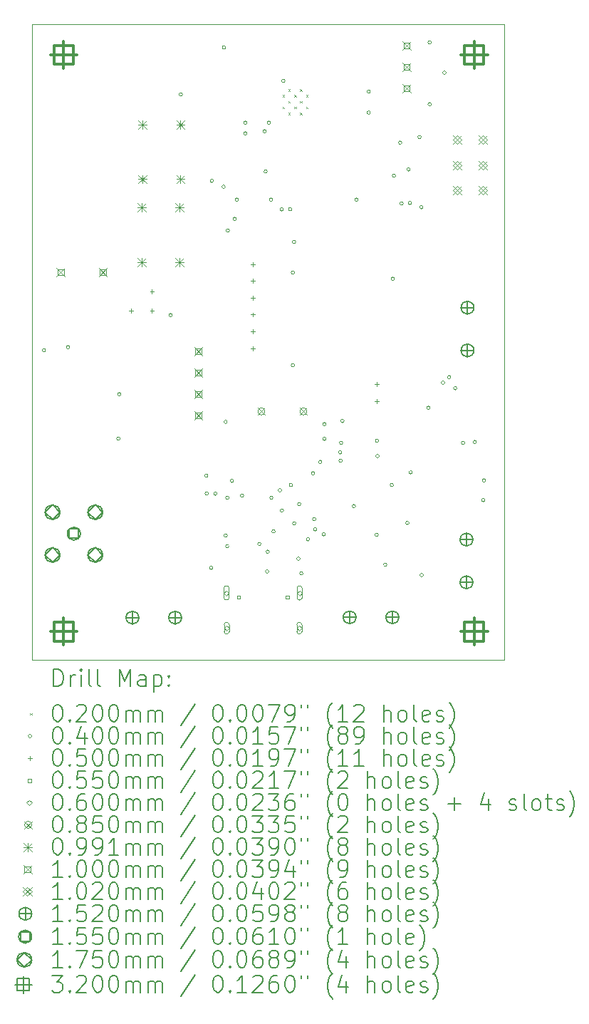
<source format=gbr>
%TF.GenerationSoftware,KiCad,Pcbnew,8.0.5*%
%TF.CreationDate,2025-02-22T21:21:14-05:00*%
%TF.ProjectId,TR3V3,54523356-332e-46b6-9963-61645f706362,rev?*%
%TF.SameCoordinates,Original*%
%TF.FileFunction,Drillmap*%
%TF.FilePolarity,Positive*%
%FSLAX45Y45*%
G04 Gerber Fmt 4.5, Leading zero omitted, Abs format (unit mm)*
G04 Created by KiCad (PCBNEW 8.0.5) date 2025-02-22 21:21:14*
%MOMM*%
%LPD*%
G01*
G04 APERTURE LIST*
%ADD10C,0.100000*%
%ADD11C,0.200000*%
%ADD12C,0.102000*%
%ADD13C,0.152000*%
%ADD14C,0.155000*%
%ADD15C,0.175000*%
%ADD16C,0.320000*%
G04 APERTURE END LIST*
D10*
X13924600Y-4851400D02*
X19539800Y-4851400D01*
X19539800Y-12398120D01*
X13924600Y-12398120D01*
X13924600Y-4851400D01*
D11*
D10*
X16901200Y-5692200D02*
X16921200Y-5712200D01*
X16921200Y-5692200D02*
X16901200Y-5712200D01*
X16901200Y-5832200D02*
X16921200Y-5852200D01*
X16921200Y-5832200D02*
X16901200Y-5852200D01*
X16971200Y-5622200D02*
X16991200Y-5642200D01*
X16991200Y-5622200D02*
X16971200Y-5642200D01*
X16971200Y-5762200D02*
X16991200Y-5782200D01*
X16991200Y-5762200D02*
X16971200Y-5782200D01*
X16971200Y-5902200D02*
X16991200Y-5922200D01*
X16991200Y-5902200D02*
X16971200Y-5922200D01*
X17041200Y-5692200D02*
X17061200Y-5712200D01*
X17061200Y-5692200D02*
X17041200Y-5712200D01*
X17041200Y-5832200D02*
X17061200Y-5852200D01*
X17061200Y-5832200D02*
X17041200Y-5852200D01*
X17111200Y-5622200D02*
X17131200Y-5642200D01*
X17131200Y-5622200D02*
X17111200Y-5642200D01*
X17111200Y-5762200D02*
X17131200Y-5782200D01*
X17131200Y-5762200D02*
X17111200Y-5782200D01*
X17111200Y-5902200D02*
X17131200Y-5922200D01*
X17131200Y-5902200D02*
X17111200Y-5922200D01*
X17181200Y-5692200D02*
X17201200Y-5712200D01*
X17201200Y-5692200D02*
X17181200Y-5712200D01*
X17181200Y-5832200D02*
X17201200Y-5852200D01*
X17201200Y-5832200D02*
X17181200Y-5852200D01*
X14084600Y-8722360D02*
G75*
G02*
X14044600Y-8722360I-20000J0D01*
G01*
X14044600Y-8722360D02*
G75*
G02*
X14084600Y-8722360I20000J0D01*
G01*
X14371000Y-8686800D02*
G75*
G02*
X14331000Y-8686800I-20000J0D01*
G01*
X14331000Y-8686800D02*
G75*
G02*
X14371000Y-8686800I20000J0D01*
G01*
X14970000Y-9775000D02*
G75*
G02*
X14930000Y-9775000I-20000J0D01*
G01*
X14930000Y-9775000D02*
G75*
G02*
X14970000Y-9775000I20000J0D01*
G01*
X14980600Y-9245600D02*
G75*
G02*
X14940600Y-9245600I-20000J0D01*
G01*
X14940600Y-9245600D02*
G75*
G02*
X14980600Y-9245600I20000J0D01*
G01*
X15590200Y-8305800D02*
G75*
G02*
X15550200Y-8305800I-20000J0D01*
G01*
X15550200Y-8305800D02*
G75*
G02*
X15590200Y-8305800I20000J0D01*
G01*
X15711300Y-5683700D02*
G75*
G02*
X15671300Y-5683700I-20000J0D01*
G01*
X15671300Y-5683700D02*
G75*
G02*
X15711300Y-5683700I20000J0D01*
G01*
X16014914Y-10214576D02*
G75*
G02*
X15974914Y-10214576I-20000J0D01*
G01*
X15974914Y-10214576D02*
G75*
G02*
X16014914Y-10214576I20000J0D01*
G01*
X16020000Y-10425000D02*
G75*
G02*
X15980000Y-10425000I-20000J0D01*
G01*
X15980000Y-10425000D02*
G75*
G02*
X16020000Y-10425000I20000J0D01*
G01*
X16072738Y-11309372D02*
G75*
G02*
X16032738Y-11309372I-20000J0D01*
G01*
X16032738Y-11309372D02*
G75*
G02*
X16072738Y-11309372I20000J0D01*
G01*
X16080230Y-6710230D02*
G75*
G02*
X16040230Y-6710230I-20000J0D01*
G01*
X16040230Y-6710230D02*
G75*
G02*
X16080230Y-6710230I20000J0D01*
G01*
X16122500Y-10427500D02*
G75*
G02*
X16082500Y-10427500I-20000J0D01*
G01*
X16082500Y-10427500D02*
G75*
G02*
X16122500Y-10427500I20000J0D01*
G01*
X16220000Y-6780941D02*
G75*
G02*
X16180000Y-6780941I-20000J0D01*
G01*
X16180000Y-6780941D02*
G75*
G02*
X16220000Y-6780941I20000J0D01*
G01*
X16225219Y-5126200D02*
G75*
G02*
X16185219Y-5126200I-20000J0D01*
G01*
X16185219Y-5126200D02*
G75*
G02*
X16225219Y-5126200I20000J0D01*
G01*
X16245000Y-9575000D02*
G75*
G02*
X16205000Y-9575000I-20000J0D01*
G01*
X16205000Y-9575000D02*
G75*
G02*
X16245000Y-9575000I20000J0D01*
G01*
X16245000Y-10925000D02*
G75*
G02*
X16205000Y-10925000I-20000J0D01*
G01*
X16205000Y-10925000D02*
G75*
G02*
X16245000Y-10925000I20000J0D01*
G01*
X16263880Y-11051380D02*
G75*
G02*
X16223880Y-11051380I-20000J0D01*
G01*
X16223880Y-11051380D02*
G75*
G02*
X16263880Y-11051380I20000J0D01*
G01*
X16265328Y-10475132D02*
G75*
G02*
X16225328Y-10475132I-20000J0D01*
G01*
X16225328Y-10475132D02*
G75*
G02*
X16265328Y-10475132I20000J0D01*
G01*
X16270000Y-7300000D02*
G75*
G02*
X16230000Y-7300000I-20000J0D01*
G01*
X16230000Y-7300000D02*
G75*
G02*
X16270000Y-7300000I20000J0D01*
G01*
X16320000Y-10275000D02*
G75*
G02*
X16280000Y-10275000I-20000J0D01*
G01*
X16280000Y-10275000D02*
G75*
G02*
X16320000Y-10275000I20000J0D01*
G01*
X16352200Y-7162800D02*
G75*
G02*
X16312200Y-7162800I-20000J0D01*
G01*
X16312200Y-7162800D02*
G75*
G02*
X16352200Y-7162800I20000J0D01*
G01*
X16377600Y-6934200D02*
G75*
G02*
X16337600Y-6934200I-20000J0D01*
G01*
X16337600Y-6934200D02*
G75*
G02*
X16377600Y-6934200I20000J0D01*
G01*
X16438880Y-10451380D02*
G75*
G02*
X16398880Y-10451380I-20000J0D01*
G01*
X16398880Y-10451380D02*
G75*
G02*
X16438880Y-10451380I20000J0D01*
G01*
X16479200Y-6019800D02*
G75*
G02*
X16439200Y-6019800I-20000J0D01*
G01*
X16439200Y-6019800D02*
G75*
G02*
X16479200Y-6019800I20000J0D01*
G01*
X16479200Y-6146800D02*
G75*
G02*
X16439200Y-6146800I-20000J0D01*
G01*
X16439200Y-6146800D02*
G75*
G02*
X16479200Y-6146800I20000J0D01*
G01*
X16645900Y-11024100D02*
G75*
G02*
X16605900Y-11024100I-20000J0D01*
G01*
X16605900Y-11024100D02*
G75*
G02*
X16645900Y-11024100I20000J0D01*
G01*
X16707800Y-6121400D02*
G75*
G02*
X16667800Y-6121400I-20000J0D01*
G01*
X16667800Y-6121400D02*
G75*
G02*
X16707800Y-6121400I20000J0D01*
G01*
X16720000Y-6600000D02*
G75*
G02*
X16680000Y-6600000I-20000J0D01*
G01*
X16680000Y-6600000D02*
G75*
G02*
X16720000Y-6600000I20000J0D01*
G01*
X16738880Y-11351380D02*
G75*
G02*
X16698880Y-11351380I-20000J0D01*
G01*
X16698880Y-11351380D02*
G75*
G02*
X16738880Y-11351380I20000J0D01*
G01*
X16745000Y-11116380D02*
G75*
G02*
X16705000Y-11116380I-20000J0D01*
G01*
X16705000Y-11116380D02*
G75*
G02*
X16745000Y-11116380I20000J0D01*
G01*
X16758600Y-6019800D02*
G75*
G02*
X16718600Y-6019800I-20000J0D01*
G01*
X16718600Y-6019800D02*
G75*
G02*
X16758600Y-6019800I20000J0D01*
G01*
X16784000Y-6934200D02*
G75*
G02*
X16744000Y-6934200I-20000J0D01*
G01*
X16744000Y-6934200D02*
G75*
G02*
X16784000Y-6934200I20000J0D01*
G01*
X16788880Y-10476380D02*
G75*
G02*
X16748880Y-10476380I-20000J0D01*
G01*
X16748880Y-10476380D02*
G75*
G02*
X16788880Y-10476380I20000J0D01*
G01*
X16813880Y-10876380D02*
G75*
G02*
X16773880Y-10876380I-20000J0D01*
G01*
X16773880Y-10876380D02*
G75*
G02*
X16813880Y-10876380I20000J0D01*
G01*
X16890819Y-10387400D02*
G75*
G02*
X16850819Y-10387400I-20000J0D01*
G01*
X16850819Y-10387400D02*
G75*
G02*
X16890819Y-10387400I20000J0D01*
G01*
X16912636Y-7050198D02*
G75*
G02*
X16872636Y-7050198I-20000J0D01*
G01*
X16872636Y-7050198D02*
G75*
G02*
X16912636Y-7050198I20000J0D01*
G01*
X16913880Y-10626380D02*
G75*
G02*
X16873880Y-10626380I-20000J0D01*
G01*
X16873880Y-10626380D02*
G75*
G02*
X16913880Y-10626380I20000J0D01*
G01*
X16931200Y-5522161D02*
G75*
G02*
X16891200Y-5522161I-20000J0D01*
G01*
X16891200Y-5522161D02*
G75*
G02*
X16931200Y-5522161I20000J0D01*
G01*
X17012600Y-7047510D02*
G75*
G02*
X16972600Y-7047510I-20000J0D01*
G01*
X16972600Y-7047510D02*
G75*
G02*
X17012600Y-7047510I20000J0D01*
G01*
X17021250Y-10323750D02*
G75*
G02*
X16981250Y-10323750I-20000J0D01*
G01*
X16981250Y-10323750D02*
G75*
G02*
X17021250Y-10323750I20000J0D01*
G01*
X17045000Y-7800000D02*
G75*
G02*
X17005000Y-7800000I-20000J0D01*
G01*
X17005000Y-7800000D02*
G75*
G02*
X17045000Y-7800000I20000J0D01*
G01*
X17045000Y-8900000D02*
G75*
G02*
X17005000Y-8900000I-20000J0D01*
G01*
X17005000Y-8900000D02*
G75*
G02*
X17045000Y-8900000I20000J0D01*
G01*
X17057500Y-7437500D02*
G75*
G02*
X17017500Y-7437500I-20000J0D01*
G01*
X17017500Y-7437500D02*
G75*
G02*
X17057500Y-7437500I20000J0D01*
G01*
X17060000Y-10780000D02*
G75*
G02*
X17020000Y-10780000I-20000J0D01*
G01*
X17020000Y-10780000D02*
G75*
G02*
X17060000Y-10780000I20000J0D01*
G01*
X17110000Y-11200000D02*
G75*
G02*
X17070000Y-11200000I-20000J0D01*
G01*
X17070000Y-11200000D02*
G75*
G02*
X17110000Y-11200000I20000J0D01*
G01*
X17120000Y-10550000D02*
G75*
G02*
X17080000Y-10550000I-20000J0D01*
G01*
X17080000Y-10550000D02*
G75*
G02*
X17120000Y-10550000I20000J0D01*
G01*
X17145000Y-11375000D02*
G75*
G02*
X17105000Y-11375000I-20000J0D01*
G01*
X17105000Y-11375000D02*
G75*
G02*
X17145000Y-11375000I20000J0D01*
G01*
X17222594Y-10970000D02*
G75*
G02*
X17182594Y-10970000I-20000J0D01*
G01*
X17182594Y-10970000D02*
G75*
G02*
X17222594Y-10970000I20000J0D01*
G01*
X17284770Y-10185230D02*
G75*
G02*
X17244770Y-10185230I-20000J0D01*
G01*
X17244770Y-10185230D02*
G75*
G02*
X17284770Y-10185230I20000J0D01*
G01*
X17297500Y-10730000D02*
G75*
G02*
X17257500Y-10730000I-20000J0D01*
G01*
X17257500Y-10730000D02*
G75*
G02*
X17297500Y-10730000I20000J0D01*
G01*
X17308750Y-10851250D02*
G75*
G02*
X17268750Y-10851250I-20000J0D01*
G01*
X17268750Y-10851250D02*
G75*
G02*
X17308750Y-10851250I20000J0D01*
G01*
X17370000Y-10050000D02*
G75*
G02*
X17330000Y-10050000I-20000J0D01*
G01*
X17330000Y-10050000D02*
G75*
G02*
X17370000Y-10050000I20000J0D01*
G01*
X17410000Y-10910000D02*
G75*
G02*
X17370000Y-10910000I-20000J0D01*
G01*
X17370000Y-10910000D02*
G75*
G02*
X17410000Y-10910000I20000J0D01*
G01*
X17420000Y-9600000D02*
G75*
G02*
X17380000Y-9600000I-20000J0D01*
G01*
X17380000Y-9600000D02*
G75*
G02*
X17420000Y-9600000I20000J0D01*
G01*
X17420000Y-9775000D02*
G75*
G02*
X17380000Y-9775000I-20000J0D01*
G01*
X17380000Y-9775000D02*
G75*
G02*
X17420000Y-9775000I20000J0D01*
G01*
X17607500Y-9937500D02*
G75*
G02*
X17567500Y-9937500I-20000J0D01*
G01*
X17567500Y-9937500D02*
G75*
G02*
X17607500Y-9937500I20000J0D01*
G01*
X17612149Y-10037392D02*
G75*
G02*
X17572149Y-10037392I-20000J0D01*
G01*
X17572149Y-10037392D02*
G75*
G02*
X17612149Y-10037392I20000J0D01*
G01*
X17617730Y-9822730D02*
G75*
G02*
X17577730Y-9822730I-20000J0D01*
G01*
X17577730Y-9822730D02*
G75*
G02*
X17617730Y-9822730I20000J0D01*
G01*
X17633765Y-9563765D02*
G75*
G02*
X17593765Y-9563765I-20000J0D01*
G01*
X17593765Y-9563765D02*
G75*
G02*
X17633765Y-9563765I20000J0D01*
G01*
X17770000Y-10575000D02*
G75*
G02*
X17730000Y-10575000I-20000J0D01*
G01*
X17730000Y-10575000D02*
G75*
G02*
X17770000Y-10575000I20000J0D01*
G01*
X17800000Y-6934200D02*
G75*
G02*
X17760000Y-6934200I-20000J0D01*
G01*
X17760000Y-6934200D02*
G75*
G02*
X17800000Y-6934200I20000J0D01*
G01*
X17945000Y-5650000D02*
G75*
G02*
X17905000Y-5650000I-20000J0D01*
G01*
X17905000Y-5650000D02*
G75*
G02*
X17945000Y-5650000I20000J0D01*
G01*
X17945000Y-5900000D02*
G75*
G02*
X17905000Y-5900000I-20000J0D01*
G01*
X17905000Y-5900000D02*
G75*
G02*
X17945000Y-5900000I20000J0D01*
G01*
X18040020Y-10915480D02*
G75*
G02*
X18000020Y-10915480I-20000J0D01*
G01*
X18000020Y-10915480D02*
G75*
G02*
X18040020Y-10915480I20000J0D01*
G01*
X18045000Y-9800000D02*
G75*
G02*
X18005000Y-9800000I-20000J0D01*
G01*
X18005000Y-9800000D02*
G75*
G02*
X18045000Y-9800000I20000J0D01*
G01*
X18050280Y-9980280D02*
G75*
G02*
X18010280Y-9980280I-20000J0D01*
G01*
X18010280Y-9980280D02*
G75*
G02*
X18050280Y-9980280I20000J0D01*
G01*
X18141968Y-11269799D02*
G75*
G02*
X18101968Y-11269799I-20000J0D01*
G01*
X18101968Y-11269799D02*
G75*
G02*
X18141968Y-11269799I20000J0D01*
G01*
X18220000Y-10325000D02*
G75*
G02*
X18180000Y-10325000I-20000J0D01*
G01*
X18180000Y-10325000D02*
G75*
G02*
X18220000Y-10325000I20000J0D01*
G01*
X18232500Y-7875000D02*
G75*
G02*
X18192500Y-7875000I-20000J0D01*
G01*
X18192500Y-7875000D02*
G75*
G02*
X18232500Y-7875000I20000J0D01*
G01*
X18245000Y-6650000D02*
G75*
G02*
X18205000Y-6650000I-20000J0D01*
G01*
X18205000Y-6650000D02*
G75*
G02*
X18245000Y-6650000I20000J0D01*
G01*
X18320000Y-6257200D02*
G75*
G02*
X18280000Y-6257200I-20000J0D01*
G01*
X18280000Y-6257200D02*
G75*
G02*
X18320000Y-6257200I20000J0D01*
G01*
X18335449Y-6980010D02*
G75*
G02*
X18295449Y-6980010I-20000J0D01*
G01*
X18295449Y-6980010D02*
G75*
G02*
X18335449Y-6980010I20000J0D01*
G01*
X18405549Y-10775000D02*
G75*
G02*
X18365549Y-10775000I-20000J0D01*
G01*
X18365549Y-10775000D02*
G75*
G02*
X18405549Y-10775000I20000J0D01*
G01*
X18420000Y-6575000D02*
G75*
G02*
X18380000Y-6575000I-20000J0D01*
G01*
X18380000Y-6575000D02*
G75*
G02*
X18420000Y-6575000I20000J0D01*
G01*
X18435275Y-6974095D02*
G75*
G02*
X18395275Y-6974095I-20000J0D01*
G01*
X18395275Y-6974095D02*
G75*
G02*
X18435275Y-6974095I20000J0D01*
G01*
X18445000Y-10175000D02*
G75*
G02*
X18405000Y-10175000I-20000J0D01*
G01*
X18405000Y-10175000D02*
G75*
G02*
X18445000Y-10175000I20000J0D01*
G01*
X18550000Y-6189700D02*
G75*
G02*
X18510000Y-6189700I-20000J0D01*
G01*
X18510000Y-6189700D02*
G75*
G02*
X18550000Y-6189700I20000J0D01*
G01*
X18572500Y-7025000D02*
G75*
G02*
X18532500Y-7025000I-20000J0D01*
G01*
X18532500Y-7025000D02*
G75*
G02*
X18572500Y-7025000I20000J0D01*
G01*
X18575460Y-11395459D02*
G75*
G02*
X18535460Y-11395459I-20000J0D01*
G01*
X18535460Y-11395459D02*
G75*
G02*
X18575460Y-11395459I20000J0D01*
G01*
X18656058Y-9407500D02*
G75*
G02*
X18616058Y-9407500I-20000J0D01*
G01*
X18616058Y-9407500D02*
G75*
G02*
X18656058Y-9407500I20000J0D01*
G01*
X18670000Y-5064580D02*
G75*
G02*
X18630000Y-5064580I-20000J0D01*
G01*
X18630000Y-5064580D02*
G75*
G02*
X18670000Y-5064580I20000J0D01*
G01*
X18670000Y-5800000D02*
G75*
G02*
X18630000Y-5800000I-20000J0D01*
G01*
X18630000Y-5800000D02*
G75*
G02*
X18670000Y-5800000I20000J0D01*
G01*
X18828999Y-9109598D02*
G75*
G02*
X18788999Y-9109598I-20000J0D01*
G01*
X18788999Y-9109598D02*
G75*
G02*
X18828999Y-9109598I20000J0D01*
G01*
X18845000Y-5425000D02*
G75*
G02*
X18805000Y-5425000I-20000J0D01*
G01*
X18805000Y-5425000D02*
G75*
G02*
X18845000Y-5425000I20000J0D01*
G01*
X18902886Y-9042212D02*
G75*
G02*
X18862886Y-9042212I-20000J0D01*
G01*
X18862886Y-9042212D02*
G75*
G02*
X18902886Y-9042212I20000J0D01*
G01*
X18973999Y-9175000D02*
G75*
G02*
X18933999Y-9175000I-20000J0D01*
G01*
X18933999Y-9175000D02*
G75*
G02*
X18973999Y-9175000I20000J0D01*
G01*
X19068558Y-9825000D02*
G75*
G02*
X19028558Y-9825000I-20000J0D01*
G01*
X19028558Y-9825000D02*
G75*
G02*
X19068558Y-9825000I20000J0D01*
G01*
X19207500Y-9812500D02*
G75*
G02*
X19167500Y-9812500I-20000J0D01*
G01*
X19167500Y-9812500D02*
G75*
G02*
X19207500Y-9812500I20000J0D01*
G01*
X19306220Y-10504441D02*
G75*
G02*
X19266220Y-10504441I-20000J0D01*
G01*
X19266220Y-10504441D02*
G75*
G02*
X19306220Y-10504441I20000J0D01*
G01*
X19316058Y-10270000D02*
G75*
G02*
X19276058Y-10270000I-20000J0D01*
G01*
X19276058Y-10270000D02*
G75*
G02*
X19316058Y-10270000I20000J0D01*
G01*
X15100000Y-8225000D02*
X15100000Y-8275000D01*
X15075000Y-8250000D02*
X15125000Y-8250000D01*
X15350000Y-8000000D02*
X15350000Y-8050000D01*
X15325000Y-8025000D02*
X15375000Y-8025000D01*
X15350000Y-8225000D02*
X15350000Y-8275000D01*
X15325000Y-8250000D02*
X15375000Y-8250000D01*
X16550000Y-7675000D02*
X16550000Y-7725000D01*
X16525000Y-7700000D02*
X16575000Y-7700000D01*
X16550000Y-7875000D02*
X16550000Y-7925000D01*
X16525000Y-7900000D02*
X16575000Y-7900000D01*
X16550000Y-8075000D02*
X16550000Y-8125000D01*
X16525000Y-8100000D02*
X16575000Y-8100000D01*
X16550000Y-8275000D02*
X16550000Y-8325000D01*
X16525000Y-8300000D02*
X16575000Y-8300000D01*
X16550000Y-8475000D02*
X16550000Y-8525000D01*
X16525000Y-8500000D02*
X16575000Y-8500000D01*
X16550000Y-8675000D02*
X16550000Y-8725000D01*
X16525000Y-8700000D02*
X16575000Y-8700000D01*
X18025000Y-9100000D02*
X18025000Y-9150000D01*
X18000000Y-9125000D02*
X18050000Y-9125000D01*
X18025000Y-9300000D02*
X18025000Y-9350000D01*
X18000000Y-9325000D02*
X18050000Y-9325000D01*
X16398445Y-11675606D02*
X16398445Y-11636714D01*
X16359554Y-11636714D01*
X16359554Y-11675606D01*
X16398445Y-11675606D01*
X16976445Y-11675606D02*
X16976445Y-11636714D01*
X16937554Y-11636714D01*
X16937554Y-11675606D01*
X16976445Y-11675606D01*
X16234735Y-11637000D02*
X16264735Y-11607000D01*
X16234735Y-11577000D01*
X16204735Y-11607000D01*
X16234735Y-11637000D01*
X16204735Y-11552000D02*
X16204735Y-11662000D01*
X16264735Y-11662000D02*
G75*
G02*
X16204735Y-11662000I-30000J0D01*
G01*
X16264735Y-11662000D02*
X16264735Y-11552000D01*
X16264735Y-11552000D02*
G75*
G03*
X16204735Y-11552000I-30000J0D01*
G01*
X16236000Y-12055000D02*
X16266000Y-12025000D01*
X16236000Y-11995000D01*
X16206000Y-12025000D01*
X16236000Y-12055000D01*
X16206000Y-11985000D02*
X16206000Y-12065000D01*
X16266000Y-12065000D02*
G75*
G02*
X16206000Y-12065000I-30000J0D01*
G01*
X16266000Y-12065000D02*
X16266000Y-11985000D01*
X16266000Y-11985000D02*
G75*
G03*
X16206000Y-11985000I-30000J0D01*
G01*
X17100000Y-12055000D02*
X17130000Y-12025000D01*
X17100000Y-11995000D01*
X17070000Y-12025000D01*
X17100000Y-12055000D01*
X17070000Y-11985000D02*
X17070000Y-12065000D01*
X17130000Y-12065000D02*
G75*
G02*
X17070000Y-12065000I-30000J0D01*
G01*
X17130000Y-12065000D02*
X17130000Y-11985000D01*
X17130000Y-11985000D02*
G75*
G03*
X17070000Y-11985000I-30000J0D01*
G01*
X17103765Y-11637335D02*
X17133765Y-11607335D01*
X17103765Y-11577335D01*
X17073765Y-11607335D01*
X17103765Y-11637335D01*
X17073765Y-11552335D02*
X17073765Y-11662335D01*
X17133765Y-11662335D02*
G75*
G02*
X17073765Y-11662335I-30000J0D01*
G01*
X17133765Y-11662335D02*
X17133765Y-11552335D01*
X17133765Y-11552335D02*
G75*
G03*
X17073765Y-11552335I-30000J0D01*
G01*
X16607500Y-9407500D02*
X16692500Y-9492500D01*
X16692500Y-9407500D02*
X16607500Y-9492500D01*
X16692500Y-9450000D02*
G75*
G02*
X16607500Y-9450000I-42500J0D01*
G01*
X16607500Y-9450000D02*
G75*
G02*
X16692500Y-9450000I42500J0D01*
G01*
X17107500Y-9407500D02*
X17192500Y-9492500D01*
X17192500Y-9407500D02*
X17107500Y-9492500D01*
X17192500Y-9450000D02*
G75*
G02*
X17107500Y-9450000I-42500J0D01*
G01*
X17107500Y-9450000D02*
G75*
G02*
X17192500Y-9450000I42500J0D01*
G01*
X15175470Y-6975470D02*
X15274530Y-7074530D01*
X15274530Y-6975470D02*
X15175470Y-7074530D01*
X15225000Y-6975470D02*
X15225000Y-7074530D01*
X15175470Y-7025000D02*
X15274530Y-7025000D01*
X15175470Y-7625470D02*
X15274530Y-7724530D01*
X15274530Y-7625470D02*
X15175470Y-7724530D01*
X15225000Y-7625470D02*
X15225000Y-7724530D01*
X15175470Y-7675000D02*
X15274530Y-7675000D01*
X15189512Y-5991670D02*
X15288572Y-6090730D01*
X15288572Y-5991670D02*
X15189512Y-6090730D01*
X15239042Y-5991670D02*
X15239042Y-6090730D01*
X15189512Y-6041200D02*
X15288572Y-6041200D01*
X15189512Y-6641670D02*
X15288572Y-6740730D01*
X15288572Y-6641670D02*
X15189512Y-6740730D01*
X15239042Y-6641670D02*
X15239042Y-6740730D01*
X15189512Y-6691200D02*
X15288572Y-6691200D01*
X15625470Y-6975470D02*
X15724530Y-7074530D01*
X15724530Y-6975470D02*
X15625470Y-7074530D01*
X15675000Y-6975470D02*
X15675000Y-7074530D01*
X15625470Y-7025000D02*
X15724530Y-7025000D01*
X15625470Y-7625470D02*
X15724530Y-7724530D01*
X15724530Y-7625470D02*
X15625470Y-7724530D01*
X15675000Y-7625470D02*
X15675000Y-7724530D01*
X15625470Y-7675000D02*
X15724530Y-7675000D01*
X15639512Y-5991670D02*
X15738572Y-6090730D01*
X15738572Y-5991670D02*
X15639512Y-6090730D01*
X15689042Y-5991670D02*
X15689042Y-6090730D01*
X15639512Y-6041200D02*
X15738572Y-6041200D01*
X15639512Y-6641670D02*
X15738572Y-6740730D01*
X15738572Y-6641670D02*
X15639512Y-6740730D01*
X15689042Y-6641670D02*
X15689042Y-6740730D01*
X15639512Y-6691200D02*
X15738572Y-6691200D01*
X14215568Y-7747800D02*
X14315568Y-7847800D01*
X14315568Y-7747800D02*
X14215568Y-7847800D01*
X14300923Y-7833156D02*
X14300923Y-7762444D01*
X14230212Y-7762444D01*
X14230212Y-7833156D01*
X14300923Y-7833156D01*
X14715568Y-7747800D02*
X14815568Y-7847800D01*
X14815568Y-7747800D02*
X14715568Y-7847800D01*
X14800923Y-7833156D02*
X14800923Y-7762444D01*
X14730212Y-7762444D01*
X14730212Y-7833156D01*
X14800923Y-7833156D01*
X15850400Y-8687600D02*
X15950400Y-8787600D01*
X15950400Y-8687600D02*
X15850400Y-8787600D01*
X15935756Y-8772956D02*
X15935756Y-8702244D01*
X15865044Y-8702244D01*
X15865044Y-8772956D01*
X15935756Y-8772956D01*
X15850400Y-8941600D02*
X15950400Y-9041600D01*
X15950400Y-8941600D02*
X15850400Y-9041600D01*
X15935756Y-9026956D02*
X15935756Y-8956244D01*
X15865044Y-8956244D01*
X15865044Y-9026956D01*
X15935756Y-9026956D01*
X15850400Y-9195600D02*
X15950400Y-9295600D01*
X15950400Y-9195600D02*
X15850400Y-9295600D01*
X15935756Y-9280956D02*
X15935756Y-9210244D01*
X15865044Y-9210244D01*
X15865044Y-9280956D01*
X15935756Y-9280956D01*
X15850400Y-9449600D02*
X15950400Y-9549600D01*
X15950400Y-9449600D02*
X15850400Y-9549600D01*
X15935756Y-9534956D02*
X15935756Y-9464244D01*
X15865044Y-9464244D01*
X15865044Y-9534956D01*
X15935756Y-9534956D01*
X18325000Y-5054200D02*
X18425000Y-5154200D01*
X18425000Y-5054200D02*
X18325000Y-5154200D01*
X18410356Y-5139556D02*
X18410356Y-5068844D01*
X18339644Y-5068844D01*
X18339644Y-5139556D01*
X18410356Y-5139556D01*
X18325000Y-5308200D02*
X18425000Y-5408200D01*
X18425000Y-5308200D02*
X18325000Y-5408200D01*
X18410356Y-5393556D02*
X18410356Y-5322844D01*
X18339644Y-5322844D01*
X18339644Y-5393556D01*
X18410356Y-5393556D01*
X18325000Y-5562200D02*
X18425000Y-5662200D01*
X18425000Y-5562200D02*
X18325000Y-5662200D01*
X18410356Y-5647556D02*
X18410356Y-5576844D01*
X18339644Y-5576844D01*
X18339644Y-5647556D01*
X18410356Y-5647556D01*
D12*
X18930000Y-6174000D02*
X19032000Y-6276000D01*
X19032000Y-6174000D02*
X18930000Y-6276000D01*
X18981000Y-6276000D02*
X19032000Y-6225000D01*
X18981000Y-6174000D01*
X18930000Y-6225000D01*
X18981000Y-6276000D01*
X18930000Y-6474000D02*
X19032000Y-6576000D01*
X19032000Y-6474000D02*
X18930000Y-6576000D01*
X18981000Y-6576000D02*
X19032000Y-6525000D01*
X18981000Y-6474000D01*
X18930000Y-6525000D01*
X18981000Y-6576000D01*
X18930000Y-6774000D02*
X19032000Y-6876000D01*
X19032000Y-6774000D02*
X18930000Y-6876000D01*
X18981000Y-6876000D02*
X19032000Y-6825000D01*
X18981000Y-6774000D01*
X18930000Y-6825000D01*
X18981000Y-6876000D01*
X19230000Y-6174000D02*
X19332000Y-6276000D01*
X19332000Y-6174000D02*
X19230000Y-6276000D01*
X19281000Y-6276000D02*
X19332000Y-6225000D01*
X19281000Y-6174000D01*
X19230000Y-6225000D01*
X19281000Y-6276000D01*
X19230000Y-6474000D02*
X19332000Y-6576000D01*
X19332000Y-6474000D02*
X19230000Y-6576000D01*
X19281000Y-6576000D02*
X19332000Y-6525000D01*
X19281000Y-6474000D01*
X19230000Y-6525000D01*
X19281000Y-6576000D01*
X19230000Y-6774000D02*
X19332000Y-6876000D01*
X19332000Y-6774000D02*
X19230000Y-6876000D01*
X19281000Y-6876000D02*
X19332000Y-6825000D01*
X19281000Y-6774000D01*
X19230000Y-6825000D01*
X19281000Y-6876000D01*
D13*
X15117000Y-11824000D02*
X15117000Y-11976000D01*
X15041000Y-11900000D02*
X15193000Y-11900000D01*
X15193000Y-11900000D02*
G75*
G02*
X15041000Y-11900000I-76000J0D01*
G01*
X15041000Y-11900000D02*
G75*
G02*
X15193000Y-11900000I76000J0D01*
G01*
X15625000Y-11824000D02*
X15625000Y-11976000D01*
X15549000Y-11900000D02*
X15701000Y-11900000D01*
X15701000Y-11900000D02*
G75*
G02*
X15549000Y-11900000I-76000J0D01*
G01*
X15549000Y-11900000D02*
G75*
G02*
X15701000Y-11900000I76000J0D01*
G01*
X17699058Y-11821000D02*
X17699058Y-11973000D01*
X17623058Y-11897000D02*
X17775058Y-11897000D01*
X17775058Y-11897000D02*
G75*
G02*
X17623058Y-11897000I-76000J0D01*
G01*
X17623058Y-11897000D02*
G75*
G02*
X17775058Y-11897000I76000J0D01*
G01*
X18207058Y-11821000D02*
X18207058Y-11973000D01*
X18131058Y-11897000D02*
X18283058Y-11897000D01*
X18283058Y-11897000D02*
G75*
G02*
X18131058Y-11897000I-76000J0D01*
G01*
X18131058Y-11897000D02*
G75*
G02*
X18283058Y-11897000I76000J0D01*
G01*
X19088100Y-10896800D02*
X19088100Y-11048800D01*
X19012100Y-10972800D02*
X19164100Y-10972800D01*
X19164100Y-10972800D02*
G75*
G02*
X19012100Y-10972800I-76000J0D01*
G01*
X19012100Y-10972800D02*
G75*
G02*
X19164100Y-10972800I76000J0D01*
G01*
X19088100Y-11404800D02*
X19088100Y-11556800D01*
X19012100Y-11480800D02*
X19164100Y-11480800D01*
X19164100Y-11480800D02*
G75*
G02*
X19012100Y-11480800I-76000J0D01*
G01*
X19012100Y-11480800D02*
G75*
G02*
X19164100Y-11480800I76000J0D01*
G01*
X19100000Y-8141000D02*
X19100000Y-8293000D01*
X19024000Y-8217000D02*
X19176000Y-8217000D01*
X19176000Y-8217000D02*
G75*
G02*
X19024000Y-8217000I-76000J0D01*
G01*
X19024000Y-8217000D02*
G75*
G02*
X19176000Y-8217000I76000J0D01*
G01*
X19100000Y-8649000D02*
X19100000Y-8801000D01*
X19024000Y-8725000D02*
X19176000Y-8725000D01*
X19176000Y-8725000D02*
G75*
G02*
X19024000Y-8725000I-76000J0D01*
G01*
X19024000Y-8725000D02*
G75*
G02*
X19176000Y-8725000I76000J0D01*
G01*
D14*
X14475801Y-10956981D02*
X14475801Y-10847379D01*
X14366199Y-10847379D01*
X14366199Y-10956981D01*
X14475801Y-10956981D01*
X14498500Y-10902180D02*
G75*
G02*
X14343500Y-10902180I-77500J0D01*
G01*
X14343500Y-10902180D02*
G75*
G02*
X14498500Y-10902180I77500J0D01*
G01*
D15*
X14167000Y-10735680D02*
X14254500Y-10648180D01*
X14167000Y-10560680D01*
X14079500Y-10648180D01*
X14167000Y-10735680D01*
X14254500Y-10648180D02*
G75*
G02*
X14079500Y-10648180I-87500J0D01*
G01*
X14079500Y-10648180D02*
G75*
G02*
X14254500Y-10648180I87500J0D01*
G01*
X14167000Y-11243680D02*
X14254500Y-11156180D01*
X14167000Y-11068680D01*
X14079500Y-11156180D01*
X14167000Y-11243680D01*
X14254500Y-11156180D02*
G75*
G02*
X14079500Y-11156180I-87500J0D01*
G01*
X14079500Y-11156180D02*
G75*
G02*
X14254500Y-11156180I87500J0D01*
G01*
X14675000Y-10735680D02*
X14762500Y-10648180D01*
X14675000Y-10560680D01*
X14587500Y-10648180D01*
X14675000Y-10735680D01*
X14762500Y-10648180D02*
G75*
G02*
X14587500Y-10648180I-87500J0D01*
G01*
X14587500Y-10648180D02*
G75*
G02*
X14762500Y-10648180I87500J0D01*
G01*
X14675000Y-11243680D02*
X14762500Y-11156180D01*
X14675000Y-11068680D01*
X14587500Y-11156180D01*
X14675000Y-11243680D01*
X14762500Y-11156180D02*
G75*
G02*
X14587500Y-11156180I-87500J0D01*
G01*
X14587500Y-11156180D02*
G75*
G02*
X14762500Y-11156180I87500J0D01*
G01*
D16*
X14300000Y-5053000D02*
X14300000Y-5373000D01*
X14140000Y-5213000D02*
X14460000Y-5213000D01*
X14413138Y-5326138D02*
X14413138Y-5099862D01*
X14186862Y-5099862D01*
X14186862Y-5326138D01*
X14413138Y-5326138D01*
X14300000Y-11905000D02*
X14300000Y-12225000D01*
X14140000Y-12065000D02*
X14460000Y-12065000D01*
X14413138Y-12178138D02*
X14413138Y-11951862D01*
X14186862Y-11951862D01*
X14186862Y-12178138D01*
X14413138Y-12178138D01*
X19180000Y-5053000D02*
X19180000Y-5373000D01*
X19020000Y-5213000D02*
X19340000Y-5213000D01*
X19293138Y-5326138D02*
X19293138Y-5099862D01*
X19066862Y-5099862D01*
X19066862Y-5326138D01*
X19293138Y-5326138D01*
X19180000Y-11905000D02*
X19180000Y-12225000D01*
X19020000Y-12065000D02*
X19340000Y-12065000D01*
X19293138Y-12178138D02*
X19293138Y-11951862D01*
X19066862Y-11951862D01*
X19066862Y-12178138D01*
X19293138Y-12178138D01*
D11*
X14180377Y-12714604D02*
X14180377Y-12514604D01*
X14180377Y-12514604D02*
X14227996Y-12514604D01*
X14227996Y-12514604D02*
X14256567Y-12524128D01*
X14256567Y-12524128D02*
X14275615Y-12543175D01*
X14275615Y-12543175D02*
X14285139Y-12562223D01*
X14285139Y-12562223D02*
X14294662Y-12600318D01*
X14294662Y-12600318D02*
X14294662Y-12628889D01*
X14294662Y-12628889D02*
X14285139Y-12666985D01*
X14285139Y-12666985D02*
X14275615Y-12686032D01*
X14275615Y-12686032D02*
X14256567Y-12705080D01*
X14256567Y-12705080D02*
X14227996Y-12714604D01*
X14227996Y-12714604D02*
X14180377Y-12714604D01*
X14380377Y-12714604D02*
X14380377Y-12581270D01*
X14380377Y-12619366D02*
X14389901Y-12600318D01*
X14389901Y-12600318D02*
X14399424Y-12590794D01*
X14399424Y-12590794D02*
X14418472Y-12581270D01*
X14418472Y-12581270D02*
X14437520Y-12581270D01*
X14504186Y-12714604D02*
X14504186Y-12581270D01*
X14504186Y-12514604D02*
X14494662Y-12524128D01*
X14494662Y-12524128D02*
X14504186Y-12533651D01*
X14504186Y-12533651D02*
X14513710Y-12524128D01*
X14513710Y-12524128D02*
X14504186Y-12514604D01*
X14504186Y-12514604D02*
X14504186Y-12533651D01*
X14627996Y-12714604D02*
X14608948Y-12705080D01*
X14608948Y-12705080D02*
X14599424Y-12686032D01*
X14599424Y-12686032D02*
X14599424Y-12514604D01*
X14732758Y-12714604D02*
X14713710Y-12705080D01*
X14713710Y-12705080D02*
X14704186Y-12686032D01*
X14704186Y-12686032D02*
X14704186Y-12514604D01*
X14961329Y-12714604D02*
X14961329Y-12514604D01*
X14961329Y-12514604D02*
X15027996Y-12657461D01*
X15027996Y-12657461D02*
X15094662Y-12514604D01*
X15094662Y-12514604D02*
X15094662Y-12714604D01*
X15275615Y-12714604D02*
X15275615Y-12609842D01*
X15275615Y-12609842D02*
X15266091Y-12590794D01*
X15266091Y-12590794D02*
X15247043Y-12581270D01*
X15247043Y-12581270D02*
X15208948Y-12581270D01*
X15208948Y-12581270D02*
X15189901Y-12590794D01*
X15275615Y-12705080D02*
X15256567Y-12714604D01*
X15256567Y-12714604D02*
X15208948Y-12714604D01*
X15208948Y-12714604D02*
X15189901Y-12705080D01*
X15189901Y-12705080D02*
X15180377Y-12686032D01*
X15180377Y-12686032D02*
X15180377Y-12666985D01*
X15180377Y-12666985D02*
X15189901Y-12647937D01*
X15189901Y-12647937D02*
X15208948Y-12638413D01*
X15208948Y-12638413D02*
X15256567Y-12638413D01*
X15256567Y-12638413D02*
X15275615Y-12628889D01*
X15370853Y-12581270D02*
X15370853Y-12781270D01*
X15370853Y-12590794D02*
X15389901Y-12581270D01*
X15389901Y-12581270D02*
X15427996Y-12581270D01*
X15427996Y-12581270D02*
X15447043Y-12590794D01*
X15447043Y-12590794D02*
X15456567Y-12600318D01*
X15456567Y-12600318D02*
X15466091Y-12619366D01*
X15466091Y-12619366D02*
X15466091Y-12676508D01*
X15466091Y-12676508D02*
X15456567Y-12695556D01*
X15456567Y-12695556D02*
X15447043Y-12705080D01*
X15447043Y-12705080D02*
X15427996Y-12714604D01*
X15427996Y-12714604D02*
X15389901Y-12714604D01*
X15389901Y-12714604D02*
X15370853Y-12705080D01*
X15551805Y-12695556D02*
X15561329Y-12705080D01*
X15561329Y-12705080D02*
X15551805Y-12714604D01*
X15551805Y-12714604D02*
X15542282Y-12705080D01*
X15542282Y-12705080D02*
X15551805Y-12695556D01*
X15551805Y-12695556D02*
X15551805Y-12714604D01*
X15551805Y-12590794D02*
X15561329Y-12600318D01*
X15561329Y-12600318D02*
X15551805Y-12609842D01*
X15551805Y-12609842D02*
X15542282Y-12600318D01*
X15542282Y-12600318D02*
X15551805Y-12590794D01*
X15551805Y-12590794D02*
X15551805Y-12609842D01*
D10*
X13899600Y-13033120D02*
X13919600Y-13053120D01*
X13919600Y-13033120D02*
X13899600Y-13053120D01*
D11*
X14218472Y-12934604D02*
X14237520Y-12934604D01*
X14237520Y-12934604D02*
X14256567Y-12944128D01*
X14256567Y-12944128D02*
X14266091Y-12953651D01*
X14266091Y-12953651D02*
X14275615Y-12972699D01*
X14275615Y-12972699D02*
X14285139Y-13010794D01*
X14285139Y-13010794D02*
X14285139Y-13058413D01*
X14285139Y-13058413D02*
X14275615Y-13096508D01*
X14275615Y-13096508D02*
X14266091Y-13115556D01*
X14266091Y-13115556D02*
X14256567Y-13125080D01*
X14256567Y-13125080D02*
X14237520Y-13134604D01*
X14237520Y-13134604D02*
X14218472Y-13134604D01*
X14218472Y-13134604D02*
X14199424Y-13125080D01*
X14199424Y-13125080D02*
X14189901Y-13115556D01*
X14189901Y-13115556D02*
X14180377Y-13096508D01*
X14180377Y-13096508D02*
X14170853Y-13058413D01*
X14170853Y-13058413D02*
X14170853Y-13010794D01*
X14170853Y-13010794D02*
X14180377Y-12972699D01*
X14180377Y-12972699D02*
X14189901Y-12953651D01*
X14189901Y-12953651D02*
X14199424Y-12944128D01*
X14199424Y-12944128D02*
X14218472Y-12934604D01*
X14370853Y-13115556D02*
X14380377Y-13125080D01*
X14380377Y-13125080D02*
X14370853Y-13134604D01*
X14370853Y-13134604D02*
X14361329Y-13125080D01*
X14361329Y-13125080D02*
X14370853Y-13115556D01*
X14370853Y-13115556D02*
X14370853Y-13134604D01*
X14456567Y-12953651D02*
X14466091Y-12944128D01*
X14466091Y-12944128D02*
X14485139Y-12934604D01*
X14485139Y-12934604D02*
X14532758Y-12934604D01*
X14532758Y-12934604D02*
X14551805Y-12944128D01*
X14551805Y-12944128D02*
X14561329Y-12953651D01*
X14561329Y-12953651D02*
X14570853Y-12972699D01*
X14570853Y-12972699D02*
X14570853Y-12991747D01*
X14570853Y-12991747D02*
X14561329Y-13020318D01*
X14561329Y-13020318D02*
X14447043Y-13134604D01*
X14447043Y-13134604D02*
X14570853Y-13134604D01*
X14694662Y-12934604D02*
X14713710Y-12934604D01*
X14713710Y-12934604D02*
X14732758Y-12944128D01*
X14732758Y-12944128D02*
X14742282Y-12953651D01*
X14742282Y-12953651D02*
X14751805Y-12972699D01*
X14751805Y-12972699D02*
X14761329Y-13010794D01*
X14761329Y-13010794D02*
X14761329Y-13058413D01*
X14761329Y-13058413D02*
X14751805Y-13096508D01*
X14751805Y-13096508D02*
X14742282Y-13115556D01*
X14742282Y-13115556D02*
X14732758Y-13125080D01*
X14732758Y-13125080D02*
X14713710Y-13134604D01*
X14713710Y-13134604D02*
X14694662Y-13134604D01*
X14694662Y-13134604D02*
X14675615Y-13125080D01*
X14675615Y-13125080D02*
X14666091Y-13115556D01*
X14666091Y-13115556D02*
X14656567Y-13096508D01*
X14656567Y-13096508D02*
X14647043Y-13058413D01*
X14647043Y-13058413D02*
X14647043Y-13010794D01*
X14647043Y-13010794D02*
X14656567Y-12972699D01*
X14656567Y-12972699D02*
X14666091Y-12953651D01*
X14666091Y-12953651D02*
X14675615Y-12944128D01*
X14675615Y-12944128D02*
X14694662Y-12934604D01*
X14885139Y-12934604D02*
X14904186Y-12934604D01*
X14904186Y-12934604D02*
X14923234Y-12944128D01*
X14923234Y-12944128D02*
X14932758Y-12953651D01*
X14932758Y-12953651D02*
X14942282Y-12972699D01*
X14942282Y-12972699D02*
X14951805Y-13010794D01*
X14951805Y-13010794D02*
X14951805Y-13058413D01*
X14951805Y-13058413D02*
X14942282Y-13096508D01*
X14942282Y-13096508D02*
X14932758Y-13115556D01*
X14932758Y-13115556D02*
X14923234Y-13125080D01*
X14923234Y-13125080D02*
X14904186Y-13134604D01*
X14904186Y-13134604D02*
X14885139Y-13134604D01*
X14885139Y-13134604D02*
X14866091Y-13125080D01*
X14866091Y-13125080D02*
X14856567Y-13115556D01*
X14856567Y-13115556D02*
X14847043Y-13096508D01*
X14847043Y-13096508D02*
X14837520Y-13058413D01*
X14837520Y-13058413D02*
X14837520Y-13010794D01*
X14837520Y-13010794D02*
X14847043Y-12972699D01*
X14847043Y-12972699D02*
X14856567Y-12953651D01*
X14856567Y-12953651D02*
X14866091Y-12944128D01*
X14866091Y-12944128D02*
X14885139Y-12934604D01*
X15037520Y-13134604D02*
X15037520Y-13001270D01*
X15037520Y-13020318D02*
X15047043Y-13010794D01*
X15047043Y-13010794D02*
X15066091Y-13001270D01*
X15066091Y-13001270D02*
X15094663Y-13001270D01*
X15094663Y-13001270D02*
X15113710Y-13010794D01*
X15113710Y-13010794D02*
X15123234Y-13029842D01*
X15123234Y-13029842D02*
X15123234Y-13134604D01*
X15123234Y-13029842D02*
X15132758Y-13010794D01*
X15132758Y-13010794D02*
X15151805Y-13001270D01*
X15151805Y-13001270D02*
X15180377Y-13001270D01*
X15180377Y-13001270D02*
X15199424Y-13010794D01*
X15199424Y-13010794D02*
X15208948Y-13029842D01*
X15208948Y-13029842D02*
X15208948Y-13134604D01*
X15304186Y-13134604D02*
X15304186Y-13001270D01*
X15304186Y-13020318D02*
X15313710Y-13010794D01*
X15313710Y-13010794D02*
X15332758Y-13001270D01*
X15332758Y-13001270D02*
X15361329Y-13001270D01*
X15361329Y-13001270D02*
X15380377Y-13010794D01*
X15380377Y-13010794D02*
X15389901Y-13029842D01*
X15389901Y-13029842D02*
X15389901Y-13134604D01*
X15389901Y-13029842D02*
X15399424Y-13010794D01*
X15399424Y-13010794D02*
X15418472Y-13001270D01*
X15418472Y-13001270D02*
X15447043Y-13001270D01*
X15447043Y-13001270D02*
X15466091Y-13010794D01*
X15466091Y-13010794D02*
X15475615Y-13029842D01*
X15475615Y-13029842D02*
X15475615Y-13134604D01*
X15866091Y-12925080D02*
X15694663Y-13182223D01*
X16123234Y-12934604D02*
X16142282Y-12934604D01*
X16142282Y-12934604D02*
X16161329Y-12944128D01*
X16161329Y-12944128D02*
X16170853Y-12953651D01*
X16170853Y-12953651D02*
X16180377Y-12972699D01*
X16180377Y-12972699D02*
X16189901Y-13010794D01*
X16189901Y-13010794D02*
X16189901Y-13058413D01*
X16189901Y-13058413D02*
X16180377Y-13096508D01*
X16180377Y-13096508D02*
X16170853Y-13115556D01*
X16170853Y-13115556D02*
X16161329Y-13125080D01*
X16161329Y-13125080D02*
X16142282Y-13134604D01*
X16142282Y-13134604D02*
X16123234Y-13134604D01*
X16123234Y-13134604D02*
X16104186Y-13125080D01*
X16104186Y-13125080D02*
X16094663Y-13115556D01*
X16094663Y-13115556D02*
X16085139Y-13096508D01*
X16085139Y-13096508D02*
X16075615Y-13058413D01*
X16075615Y-13058413D02*
X16075615Y-13010794D01*
X16075615Y-13010794D02*
X16085139Y-12972699D01*
X16085139Y-12972699D02*
X16094663Y-12953651D01*
X16094663Y-12953651D02*
X16104186Y-12944128D01*
X16104186Y-12944128D02*
X16123234Y-12934604D01*
X16275615Y-13115556D02*
X16285139Y-13125080D01*
X16285139Y-13125080D02*
X16275615Y-13134604D01*
X16275615Y-13134604D02*
X16266091Y-13125080D01*
X16266091Y-13125080D02*
X16275615Y-13115556D01*
X16275615Y-13115556D02*
X16275615Y-13134604D01*
X16408948Y-12934604D02*
X16427996Y-12934604D01*
X16427996Y-12934604D02*
X16447044Y-12944128D01*
X16447044Y-12944128D02*
X16456567Y-12953651D01*
X16456567Y-12953651D02*
X16466091Y-12972699D01*
X16466091Y-12972699D02*
X16475615Y-13010794D01*
X16475615Y-13010794D02*
X16475615Y-13058413D01*
X16475615Y-13058413D02*
X16466091Y-13096508D01*
X16466091Y-13096508D02*
X16456567Y-13115556D01*
X16456567Y-13115556D02*
X16447044Y-13125080D01*
X16447044Y-13125080D02*
X16427996Y-13134604D01*
X16427996Y-13134604D02*
X16408948Y-13134604D01*
X16408948Y-13134604D02*
X16389901Y-13125080D01*
X16389901Y-13125080D02*
X16380377Y-13115556D01*
X16380377Y-13115556D02*
X16370853Y-13096508D01*
X16370853Y-13096508D02*
X16361329Y-13058413D01*
X16361329Y-13058413D02*
X16361329Y-13010794D01*
X16361329Y-13010794D02*
X16370853Y-12972699D01*
X16370853Y-12972699D02*
X16380377Y-12953651D01*
X16380377Y-12953651D02*
X16389901Y-12944128D01*
X16389901Y-12944128D02*
X16408948Y-12934604D01*
X16599425Y-12934604D02*
X16618472Y-12934604D01*
X16618472Y-12934604D02*
X16637520Y-12944128D01*
X16637520Y-12944128D02*
X16647044Y-12953651D01*
X16647044Y-12953651D02*
X16656567Y-12972699D01*
X16656567Y-12972699D02*
X16666091Y-13010794D01*
X16666091Y-13010794D02*
X16666091Y-13058413D01*
X16666091Y-13058413D02*
X16656567Y-13096508D01*
X16656567Y-13096508D02*
X16647044Y-13115556D01*
X16647044Y-13115556D02*
X16637520Y-13125080D01*
X16637520Y-13125080D02*
X16618472Y-13134604D01*
X16618472Y-13134604D02*
X16599425Y-13134604D01*
X16599425Y-13134604D02*
X16580377Y-13125080D01*
X16580377Y-13125080D02*
X16570853Y-13115556D01*
X16570853Y-13115556D02*
X16561329Y-13096508D01*
X16561329Y-13096508D02*
X16551806Y-13058413D01*
X16551806Y-13058413D02*
X16551806Y-13010794D01*
X16551806Y-13010794D02*
X16561329Y-12972699D01*
X16561329Y-12972699D02*
X16570853Y-12953651D01*
X16570853Y-12953651D02*
X16580377Y-12944128D01*
X16580377Y-12944128D02*
X16599425Y-12934604D01*
X16732758Y-12934604D02*
X16866091Y-12934604D01*
X16866091Y-12934604D02*
X16780377Y-13134604D01*
X16951806Y-13134604D02*
X16989901Y-13134604D01*
X16989901Y-13134604D02*
X17008949Y-13125080D01*
X17008949Y-13125080D02*
X17018472Y-13115556D01*
X17018472Y-13115556D02*
X17037520Y-13086985D01*
X17037520Y-13086985D02*
X17047044Y-13048889D01*
X17047044Y-13048889D02*
X17047044Y-12972699D01*
X17047044Y-12972699D02*
X17037520Y-12953651D01*
X17037520Y-12953651D02*
X17027996Y-12944128D01*
X17027996Y-12944128D02*
X17008949Y-12934604D01*
X17008949Y-12934604D02*
X16970853Y-12934604D01*
X16970853Y-12934604D02*
X16951806Y-12944128D01*
X16951806Y-12944128D02*
X16942282Y-12953651D01*
X16942282Y-12953651D02*
X16932758Y-12972699D01*
X16932758Y-12972699D02*
X16932758Y-13020318D01*
X16932758Y-13020318D02*
X16942282Y-13039366D01*
X16942282Y-13039366D02*
X16951806Y-13048889D01*
X16951806Y-13048889D02*
X16970853Y-13058413D01*
X16970853Y-13058413D02*
X17008949Y-13058413D01*
X17008949Y-13058413D02*
X17027996Y-13048889D01*
X17027996Y-13048889D02*
X17037520Y-13039366D01*
X17037520Y-13039366D02*
X17047044Y-13020318D01*
X17123234Y-12934604D02*
X17123234Y-12972699D01*
X17199425Y-12934604D02*
X17199425Y-12972699D01*
X17494663Y-13210794D02*
X17485139Y-13201270D01*
X17485139Y-13201270D02*
X17466091Y-13172699D01*
X17466091Y-13172699D02*
X17456568Y-13153651D01*
X17456568Y-13153651D02*
X17447044Y-13125080D01*
X17447044Y-13125080D02*
X17437520Y-13077461D01*
X17437520Y-13077461D02*
X17437520Y-13039366D01*
X17437520Y-13039366D02*
X17447044Y-12991747D01*
X17447044Y-12991747D02*
X17456568Y-12963175D01*
X17456568Y-12963175D02*
X17466091Y-12944128D01*
X17466091Y-12944128D02*
X17485139Y-12915556D01*
X17485139Y-12915556D02*
X17494663Y-12906032D01*
X17675615Y-13134604D02*
X17561330Y-13134604D01*
X17618472Y-13134604D02*
X17618472Y-12934604D01*
X17618472Y-12934604D02*
X17599425Y-12963175D01*
X17599425Y-12963175D02*
X17580377Y-12982223D01*
X17580377Y-12982223D02*
X17561330Y-12991747D01*
X17751806Y-12953651D02*
X17761330Y-12944128D01*
X17761330Y-12944128D02*
X17780377Y-12934604D01*
X17780377Y-12934604D02*
X17827996Y-12934604D01*
X17827996Y-12934604D02*
X17847044Y-12944128D01*
X17847044Y-12944128D02*
X17856568Y-12953651D01*
X17856568Y-12953651D02*
X17866091Y-12972699D01*
X17866091Y-12972699D02*
X17866091Y-12991747D01*
X17866091Y-12991747D02*
X17856568Y-13020318D01*
X17856568Y-13020318D02*
X17742282Y-13134604D01*
X17742282Y-13134604D02*
X17866091Y-13134604D01*
X18104187Y-13134604D02*
X18104187Y-12934604D01*
X18189901Y-13134604D02*
X18189901Y-13029842D01*
X18189901Y-13029842D02*
X18180377Y-13010794D01*
X18180377Y-13010794D02*
X18161330Y-13001270D01*
X18161330Y-13001270D02*
X18132758Y-13001270D01*
X18132758Y-13001270D02*
X18113711Y-13010794D01*
X18113711Y-13010794D02*
X18104187Y-13020318D01*
X18313711Y-13134604D02*
X18294663Y-13125080D01*
X18294663Y-13125080D02*
X18285139Y-13115556D01*
X18285139Y-13115556D02*
X18275615Y-13096508D01*
X18275615Y-13096508D02*
X18275615Y-13039366D01*
X18275615Y-13039366D02*
X18285139Y-13020318D01*
X18285139Y-13020318D02*
X18294663Y-13010794D01*
X18294663Y-13010794D02*
X18313711Y-13001270D01*
X18313711Y-13001270D02*
X18342282Y-13001270D01*
X18342282Y-13001270D02*
X18361330Y-13010794D01*
X18361330Y-13010794D02*
X18370853Y-13020318D01*
X18370853Y-13020318D02*
X18380377Y-13039366D01*
X18380377Y-13039366D02*
X18380377Y-13096508D01*
X18380377Y-13096508D02*
X18370853Y-13115556D01*
X18370853Y-13115556D02*
X18361330Y-13125080D01*
X18361330Y-13125080D02*
X18342282Y-13134604D01*
X18342282Y-13134604D02*
X18313711Y-13134604D01*
X18494663Y-13134604D02*
X18475615Y-13125080D01*
X18475615Y-13125080D02*
X18466092Y-13106032D01*
X18466092Y-13106032D02*
X18466092Y-12934604D01*
X18647044Y-13125080D02*
X18627996Y-13134604D01*
X18627996Y-13134604D02*
X18589901Y-13134604D01*
X18589901Y-13134604D02*
X18570853Y-13125080D01*
X18570853Y-13125080D02*
X18561330Y-13106032D01*
X18561330Y-13106032D02*
X18561330Y-13029842D01*
X18561330Y-13029842D02*
X18570853Y-13010794D01*
X18570853Y-13010794D02*
X18589901Y-13001270D01*
X18589901Y-13001270D02*
X18627996Y-13001270D01*
X18627996Y-13001270D02*
X18647044Y-13010794D01*
X18647044Y-13010794D02*
X18656568Y-13029842D01*
X18656568Y-13029842D02*
X18656568Y-13048889D01*
X18656568Y-13048889D02*
X18561330Y-13067937D01*
X18732758Y-13125080D02*
X18751806Y-13134604D01*
X18751806Y-13134604D02*
X18789901Y-13134604D01*
X18789901Y-13134604D02*
X18808949Y-13125080D01*
X18808949Y-13125080D02*
X18818473Y-13106032D01*
X18818473Y-13106032D02*
X18818473Y-13096508D01*
X18818473Y-13096508D02*
X18808949Y-13077461D01*
X18808949Y-13077461D02*
X18789901Y-13067937D01*
X18789901Y-13067937D02*
X18761330Y-13067937D01*
X18761330Y-13067937D02*
X18742282Y-13058413D01*
X18742282Y-13058413D02*
X18732758Y-13039366D01*
X18732758Y-13039366D02*
X18732758Y-13029842D01*
X18732758Y-13029842D02*
X18742282Y-13010794D01*
X18742282Y-13010794D02*
X18761330Y-13001270D01*
X18761330Y-13001270D02*
X18789901Y-13001270D01*
X18789901Y-13001270D02*
X18808949Y-13010794D01*
X18885139Y-13210794D02*
X18894663Y-13201270D01*
X18894663Y-13201270D02*
X18913711Y-13172699D01*
X18913711Y-13172699D02*
X18923234Y-13153651D01*
X18923234Y-13153651D02*
X18932758Y-13125080D01*
X18932758Y-13125080D02*
X18942282Y-13077461D01*
X18942282Y-13077461D02*
X18942282Y-13039366D01*
X18942282Y-13039366D02*
X18932758Y-12991747D01*
X18932758Y-12991747D02*
X18923234Y-12963175D01*
X18923234Y-12963175D02*
X18913711Y-12944128D01*
X18913711Y-12944128D02*
X18894663Y-12915556D01*
X18894663Y-12915556D02*
X18885139Y-12906032D01*
D10*
X13919600Y-13307120D02*
G75*
G02*
X13879600Y-13307120I-20000J0D01*
G01*
X13879600Y-13307120D02*
G75*
G02*
X13919600Y-13307120I20000J0D01*
G01*
D11*
X14218472Y-13198604D02*
X14237520Y-13198604D01*
X14237520Y-13198604D02*
X14256567Y-13208128D01*
X14256567Y-13208128D02*
X14266091Y-13217651D01*
X14266091Y-13217651D02*
X14275615Y-13236699D01*
X14275615Y-13236699D02*
X14285139Y-13274794D01*
X14285139Y-13274794D02*
X14285139Y-13322413D01*
X14285139Y-13322413D02*
X14275615Y-13360508D01*
X14275615Y-13360508D02*
X14266091Y-13379556D01*
X14266091Y-13379556D02*
X14256567Y-13389080D01*
X14256567Y-13389080D02*
X14237520Y-13398604D01*
X14237520Y-13398604D02*
X14218472Y-13398604D01*
X14218472Y-13398604D02*
X14199424Y-13389080D01*
X14199424Y-13389080D02*
X14189901Y-13379556D01*
X14189901Y-13379556D02*
X14180377Y-13360508D01*
X14180377Y-13360508D02*
X14170853Y-13322413D01*
X14170853Y-13322413D02*
X14170853Y-13274794D01*
X14170853Y-13274794D02*
X14180377Y-13236699D01*
X14180377Y-13236699D02*
X14189901Y-13217651D01*
X14189901Y-13217651D02*
X14199424Y-13208128D01*
X14199424Y-13208128D02*
X14218472Y-13198604D01*
X14370853Y-13379556D02*
X14380377Y-13389080D01*
X14380377Y-13389080D02*
X14370853Y-13398604D01*
X14370853Y-13398604D02*
X14361329Y-13389080D01*
X14361329Y-13389080D02*
X14370853Y-13379556D01*
X14370853Y-13379556D02*
X14370853Y-13398604D01*
X14551805Y-13265270D02*
X14551805Y-13398604D01*
X14504186Y-13189080D02*
X14456567Y-13331937D01*
X14456567Y-13331937D02*
X14580377Y-13331937D01*
X14694662Y-13198604D02*
X14713710Y-13198604D01*
X14713710Y-13198604D02*
X14732758Y-13208128D01*
X14732758Y-13208128D02*
X14742282Y-13217651D01*
X14742282Y-13217651D02*
X14751805Y-13236699D01*
X14751805Y-13236699D02*
X14761329Y-13274794D01*
X14761329Y-13274794D02*
X14761329Y-13322413D01*
X14761329Y-13322413D02*
X14751805Y-13360508D01*
X14751805Y-13360508D02*
X14742282Y-13379556D01*
X14742282Y-13379556D02*
X14732758Y-13389080D01*
X14732758Y-13389080D02*
X14713710Y-13398604D01*
X14713710Y-13398604D02*
X14694662Y-13398604D01*
X14694662Y-13398604D02*
X14675615Y-13389080D01*
X14675615Y-13389080D02*
X14666091Y-13379556D01*
X14666091Y-13379556D02*
X14656567Y-13360508D01*
X14656567Y-13360508D02*
X14647043Y-13322413D01*
X14647043Y-13322413D02*
X14647043Y-13274794D01*
X14647043Y-13274794D02*
X14656567Y-13236699D01*
X14656567Y-13236699D02*
X14666091Y-13217651D01*
X14666091Y-13217651D02*
X14675615Y-13208128D01*
X14675615Y-13208128D02*
X14694662Y-13198604D01*
X14885139Y-13198604D02*
X14904186Y-13198604D01*
X14904186Y-13198604D02*
X14923234Y-13208128D01*
X14923234Y-13208128D02*
X14932758Y-13217651D01*
X14932758Y-13217651D02*
X14942282Y-13236699D01*
X14942282Y-13236699D02*
X14951805Y-13274794D01*
X14951805Y-13274794D02*
X14951805Y-13322413D01*
X14951805Y-13322413D02*
X14942282Y-13360508D01*
X14942282Y-13360508D02*
X14932758Y-13379556D01*
X14932758Y-13379556D02*
X14923234Y-13389080D01*
X14923234Y-13389080D02*
X14904186Y-13398604D01*
X14904186Y-13398604D02*
X14885139Y-13398604D01*
X14885139Y-13398604D02*
X14866091Y-13389080D01*
X14866091Y-13389080D02*
X14856567Y-13379556D01*
X14856567Y-13379556D02*
X14847043Y-13360508D01*
X14847043Y-13360508D02*
X14837520Y-13322413D01*
X14837520Y-13322413D02*
X14837520Y-13274794D01*
X14837520Y-13274794D02*
X14847043Y-13236699D01*
X14847043Y-13236699D02*
X14856567Y-13217651D01*
X14856567Y-13217651D02*
X14866091Y-13208128D01*
X14866091Y-13208128D02*
X14885139Y-13198604D01*
X15037520Y-13398604D02*
X15037520Y-13265270D01*
X15037520Y-13284318D02*
X15047043Y-13274794D01*
X15047043Y-13274794D02*
X15066091Y-13265270D01*
X15066091Y-13265270D02*
X15094663Y-13265270D01*
X15094663Y-13265270D02*
X15113710Y-13274794D01*
X15113710Y-13274794D02*
X15123234Y-13293842D01*
X15123234Y-13293842D02*
X15123234Y-13398604D01*
X15123234Y-13293842D02*
X15132758Y-13274794D01*
X15132758Y-13274794D02*
X15151805Y-13265270D01*
X15151805Y-13265270D02*
X15180377Y-13265270D01*
X15180377Y-13265270D02*
X15199424Y-13274794D01*
X15199424Y-13274794D02*
X15208948Y-13293842D01*
X15208948Y-13293842D02*
X15208948Y-13398604D01*
X15304186Y-13398604D02*
X15304186Y-13265270D01*
X15304186Y-13284318D02*
X15313710Y-13274794D01*
X15313710Y-13274794D02*
X15332758Y-13265270D01*
X15332758Y-13265270D02*
X15361329Y-13265270D01*
X15361329Y-13265270D02*
X15380377Y-13274794D01*
X15380377Y-13274794D02*
X15389901Y-13293842D01*
X15389901Y-13293842D02*
X15389901Y-13398604D01*
X15389901Y-13293842D02*
X15399424Y-13274794D01*
X15399424Y-13274794D02*
X15418472Y-13265270D01*
X15418472Y-13265270D02*
X15447043Y-13265270D01*
X15447043Y-13265270D02*
X15466091Y-13274794D01*
X15466091Y-13274794D02*
X15475615Y-13293842D01*
X15475615Y-13293842D02*
X15475615Y-13398604D01*
X15866091Y-13189080D02*
X15694663Y-13446223D01*
X16123234Y-13198604D02*
X16142282Y-13198604D01*
X16142282Y-13198604D02*
X16161329Y-13208128D01*
X16161329Y-13208128D02*
X16170853Y-13217651D01*
X16170853Y-13217651D02*
X16180377Y-13236699D01*
X16180377Y-13236699D02*
X16189901Y-13274794D01*
X16189901Y-13274794D02*
X16189901Y-13322413D01*
X16189901Y-13322413D02*
X16180377Y-13360508D01*
X16180377Y-13360508D02*
X16170853Y-13379556D01*
X16170853Y-13379556D02*
X16161329Y-13389080D01*
X16161329Y-13389080D02*
X16142282Y-13398604D01*
X16142282Y-13398604D02*
X16123234Y-13398604D01*
X16123234Y-13398604D02*
X16104186Y-13389080D01*
X16104186Y-13389080D02*
X16094663Y-13379556D01*
X16094663Y-13379556D02*
X16085139Y-13360508D01*
X16085139Y-13360508D02*
X16075615Y-13322413D01*
X16075615Y-13322413D02*
X16075615Y-13274794D01*
X16075615Y-13274794D02*
X16085139Y-13236699D01*
X16085139Y-13236699D02*
X16094663Y-13217651D01*
X16094663Y-13217651D02*
X16104186Y-13208128D01*
X16104186Y-13208128D02*
X16123234Y-13198604D01*
X16275615Y-13379556D02*
X16285139Y-13389080D01*
X16285139Y-13389080D02*
X16275615Y-13398604D01*
X16275615Y-13398604D02*
X16266091Y-13389080D01*
X16266091Y-13389080D02*
X16275615Y-13379556D01*
X16275615Y-13379556D02*
X16275615Y-13398604D01*
X16408948Y-13198604D02*
X16427996Y-13198604D01*
X16427996Y-13198604D02*
X16447044Y-13208128D01*
X16447044Y-13208128D02*
X16456567Y-13217651D01*
X16456567Y-13217651D02*
X16466091Y-13236699D01*
X16466091Y-13236699D02*
X16475615Y-13274794D01*
X16475615Y-13274794D02*
X16475615Y-13322413D01*
X16475615Y-13322413D02*
X16466091Y-13360508D01*
X16466091Y-13360508D02*
X16456567Y-13379556D01*
X16456567Y-13379556D02*
X16447044Y-13389080D01*
X16447044Y-13389080D02*
X16427996Y-13398604D01*
X16427996Y-13398604D02*
X16408948Y-13398604D01*
X16408948Y-13398604D02*
X16389901Y-13389080D01*
X16389901Y-13389080D02*
X16380377Y-13379556D01*
X16380377Y-13379556D02*
X16370853Y-13360508D01*
X16370853Y-13360508D02*
X16361329Y-13322413D01*
X16361329Y-13322413D02*
X16361329Y-13274794D01*
X16361329Y-13274794D02*
X16370853Y-13236699D01*
X16370853Y-13236699D02*
X16380377Y-13217651D01*
X16380377Y-13217651D02*
X16389901Y-13208128D01*
X16389901Y-13208128D02*
X16408948Y-13198604D01*
X16666091Y-13398604D02*
X16551806Y-13398604D01*
X16608948Y-13398604D02*
X16608948Y-13198604D01*
X16608948Y-13198604D02*
X16589901Y-13227175D01*
X16589901Y-13227175D02*
X16570853Y-13246223D01*
X16570853Y-13246223D02*
X16551806Y-13255747D01*
X16847044Y-13198604D02*
X16751806Y-13198604D01*
X16751806Y-13198604D02*
X16742282Y-13293842D01*
X16742282Y-13293842D02*
X16751806Y-13284318D01*
X16751806Y-13284318D02*
X16770853Y-13274794D01*
X16770853Y-13274794D02*
X16818472Y-13274794D01*
X16818472Y-13274794D02*
X16837520Y-13284318D01*
X16837520Y-13284318D02*
X16847044Y-13293842D01*
X16847044Y-13293842D02*
X16856568Y-13312889D01*
X16856568Y-13312889D02*
X16856568Y-13360508D01*
X16856568Y-13360508D02*
X16847044Y-13379556D01*
X16847044Y-13379556D02*
X16837520Y-13389080D01*
X16837520Y-13389080D02*
X16818472Y-13398604D01*
X16818472Y-13398604D02*
X16770853Y-13398604D01*
X16770853Y-13398604D02*
X16751806Y-13389080D01*
X16751806Y-13389080D02*
X16742282Y-13379556D01*
X16923234Y-13198604D02*
X17056568Y-13198604D01*
X17056568Y-13198604D02*
X16970853Y-13398604D01*
X17123234Y-13198604D02*
X17123234Y-13236699D01*
X17199425Y-13198604D02*
X17199425Y-13236699D01*
X17494663Y-13474794D02*
X17485139Y-13465270D01*
X17485139Y-13465270D02*
X17466091Y-13436699D01*
X17466091Y-13436699D02*
X17456568Y-13417651D01*
X17456568Y-13417651D02*
X17447044Y-13389080D01*
X17447044Y-13389080D02*
X17437520Y-13341461D01*
X17437520Y-13341461D02*
X17437520Y-13303366D01*
X17437520Y-13303366D02*
X17447044Y-13255747D01*
X17447044Y-13255747D02*
X17456568Y-13227175D01*
X17456568Y-13227175D02*
X17466091Y-13208128D01*
X17466091Y-13208128D02*
X17485139Y-13179556D01*
X17485139Y-13179556D02*
X17494663Y-13170032D01*
X17599425Y-13284318D02*
X17580377Y-13274794D01*
X17580377Y-13274794D02*
X17570853Y-13265270D01*
X17570853Y-13265270D02*
X17561330Y-13246223D01*
X17561330Y-13246223D02*
X17561330Y-13236699D01*
X17561330Y-13236699D02*
X17570853Y-13217651D01*
X17570853Y-13217651D02*
X17580377Y-13208128D01*
X17580377Y-13208128D02*
X17599425Y-13198604D01*
X17599425Y-13198604D02*
X17637520Y-13198604D01*
X17637520Y-13198604D02*
X17656568Y-13208128D01*
X17656568Y-13208128D02*
X17666091Y-13217651D01*
X17666091Y-13217651D02*
X17675615Y-13236699D01*
X17675615Y-13236699D02*
X17675615Y-13246223D01*
X17675615Y-13246223D02*
X17666091Y-13265270D01*
X17666091Y-13265270D02*
X17656568Y-13274794D01*
X17656568Y-13274794D02*
X17637520Y-13284318D01*
X17637520Y-13284318D02*
X17599425Y-13284318D01*
X17599425Y-13284318D02*
X17580377Y-13293842D01*
X17580377Y-13293842D02*
X17570853Y-13303366D01*
X17570853Y-13303366D02*
X17561330Y-13322413D01*
X17561330Y-13322413D02*
X17561330Y-13360508D01*
X17561330Y-13360508D02*
X17570853Y-13379556D01*
X17570853Y-13379556D02*
X17580377Y-13389080D01*
X17580377Y-13389080D02*
X17599425Y-13398604D01*
X17599425Y-13398604D02*
X17637520Y-13398604D01*
X17637520Y-13398604D02*
X17656568Y-13389080D01*
X17656568Y-13389080D02*
X17666091Y-13379556D01*
X17666091Y-13379556D02*
X17675615Y-13360508D01*
X17675615Y-13360508D02*
X17675615Y-13322413D01*
X17675615Y-13322413D02*
X17666091Y-13303366D01*
X17666091Y-13303366D02*
X17656568Y-13293842D01*
X17656568Y-13293842D02*
X17637520Y-13284318D01*
X17770853Y-13398604D02*
X17808949Y-13398604D01*
X17808949Y-13398604D02*
X17827996Y-13389080D01*
X17827996Y-13389080D02*
X17837520Y-13379556D01*
X17837520Y-13379556D02*
X17856568Y-13350985D01*
X17856568Y-13350985D02*
X17866091Y-13312889D01*
X17866091Y-13312889D02*
X17866091Y-13236699D01*
X17866091Y-13236699D02*
X17856568Y-13217651D01*
X17856568Y-13217651D02*
X17847044Y-13208128D01*
X17847044Y-13208128D02*
X17827996Y-13198604D01*
X17827996Y-13198604D02*
X17789901Y-13198604D01*
X17789901Y-13198604D02*
X17770853Y-13208128D01*
X17770853Y-13208128D02*
X17761330Y-13217651D01*
X17761330Y-13217651D02*
X17751806Y-13236699D01*
X17751806Y-13236699D02*
X17751806Y-13284318D01*
X17751806Y-13284318D02*
X17761330Y-13303366D01*
X17761330Y-13303366D02*
X17770853Y-13312889D01*
X17770853Y-13312889D02*
X17789901Y-13322413D01*
X17789901Y-13322413D02*
X17827996Y-13322413D01*
X17827996Y-13322413D02*
X17847044Y-13312889D01*
X17847044Y-13312889D02*
X17856568Y-13303366D01*
X17856568Y-13303366D02*
X17866091Y-13284318D01*
X18104187Y-13398604D02*
X18104187Y-13198604D01*
X18189901Y-13398604D02*
X18189901Y-13293842D01*
X18189901Y-13293842D02*
X18180377Y-13274794D01*
X18180377Y-13274794D02*
X18161330Y-13265270D01*
X18161330Y-13265270D02*
X18132758Y-13265270D01*
X18132758Y-13265270D02*
X18113711Y-13274794D01*
X18113711Y-13274794D02*
X18104187Y-13284318D01*
X18313711Y-13398604D02*
X18294663Y-13389080D01*
X18294663Y-13389080D02*
X18285139Y-13379556D01*
X18285139Y-13379556D02*
X18275615Y-13360508D01*
X18275615Y-13360508D02*
X18275615Y-13303366D01*
X18275615Y-13303366D02*
X18285139Y-13284318D01*
X18285139Y-13284318D02*
X18294663Y-13274794D01*
X18294663Y-13274794D02*
X18313711Y-13265270D01*
X18313711Y-13265270D02*
X18342282Y-13265270D01*
X18342282Y-13265270D02*
X18361330Y-13274794D01*
X18361330Y-13274794D02*
X18370853Y-13284318D01*
X18370853Y-13284318D02*
X18380377Y-13303366D01*
X18380377Y-13303366D02*
X18380377Y-13360508D01*
X18380377Y-13360508D02*
X18370853Y-13379556D01*
X18370853Y-13379556D02*
X18361330Y-13389080D01*
X18361330Y-13389080D02*
X18342282Y-13398604D01*
X18342282Y-13398604D02*
X18313711Y-13398604D01*
X18494663Y-13398604D02*
X18475615Y-13389080D01*
X18475615Y-13389080D02*
X18466092Y-13370032D01*
X18466092Y-13370032D02*
X18466092Y-13198604D01*
X18647044Y-13389080D02*
X18627996Y-13398604D01*
X18627996Y-13398604D02*
X18589901Y-13398604D01*
X18589901Y-13398604D02*
X18570853Y-13389080D01*
X18570853Y-13389080D02*
X18561330Y-13370032D01*
X18561330Y-13370032D02*
X18561330Y-13293842D01*
X18561330Y-13293842D02*
X18570853Y-13274794D01*
X18570853Y-13274794D02*
X18589901Y-13265270D01*
X18589901Y-13265270D02*
X18627996Y-13265270D01*
X18627996Y-13265270D02*
X18647044Y-13274794D01*
X18647044Y-13274794D02*
X18656568Y-13293842D01*
X18656568Y-13293842D02*
X18656568Y-13312889D01*
X18656568Y-13312889D02*
X18561330Y-13331937D01*
X18732758Y-13389080D02*
X18751806Y-13398604D01*
X18751806Y-13398604D02*
X18789901Y-13398604D01*
X18789901Y-13398604D02*
X18808949Y-13389080D01*
X18808949Y-13389080D02*
X18818473Y-13370032D01*
X18818473Y-13370032D02*
X18818473Y-13360508D01*
X18818473Y-13360508D02*
X18808949Y-13341461D01*
X18808949Y-13341461D02*
X18789901Y-13331937D01*
X18789901Y-13331937D02*
X18761330Y-13331937D01*
X18761330Y-13331937D02*
X18742282Y-13322413D01*
X18742282Y-13322413D02*
X18732758Y-13303366D01*
X18732758Y-13303366D02*
X18732758Y-13293842D01*
X18732758Y-13293842D02*
X18742282Y-13274794D01*
X18742282Y-13274794D02*
X18761330Y-13265270D01*
X18761330Y-13265270D02*
X18789901Y-13265270D01*
X18789901Y-13265270D02*
X18808949Y-13274794D01*
X18885139Y-13474794D02*
X18894663Y-13465270D01*
X18894663Y-13465270D02*
X18913711Y-13436699D01*
X18913711Y-13436699D02*
X18923234Y-13417651D01*
X18923234Y-13417651D02*
X18932758Y-13389080D01*
X18932758Y-13389080D02*
X18942282Y-13341461D01*
X18942282Y-13341461D02*
X18942282Y-13303366D01*
X18942282Y-13303366D02*
X18932758Y-13255747D01*
X18932758Y-13255747D02*
X18923234Y-13227175D01*
X18923234Y-13227175D02*
X18913711Y-13208128D01*
X18913711Y-13208128D02*
X18894663Y-13179556D01*
X18894663Y-13179556D02*
X18885139Y-13170032D01*
D10*
X13894600Y-13546120D02*
X13894600Y-13596120D01*
X13869600Y-13571120D02*
X13919600Y-13571120D01*
D11*
X14218472Y-13462604D02*
X14237520Y-13462604D01*
X14237520Y-13462604D02*
X14256567Y-13472128D01*
X14256567Y-13472128D02*
X14266091Y-13481651D01*
X14266091Y-13481651D02*
X14275615Y-13500699D01*
X14275615Y-13500699D02*
X14285139Y-13538794D01*
X14285139Y-13538794D02*
X14285139Y-13586413D01*
X14285139Y-13586413D02*
X14275615Y-13624508D01*
X14275615Y-13624508D02*
X14266091Y-13643556D01*
X14266091Y-13643556D02*
X14256567Y-13653080D01*
X14256567Y-13653080D02*
X14237520Y-13662604D01*
X14237520Y-13662604D02*
X14218472Y-13662604D01*
X14218472Y-13662604D02*
X14199424Y-13653080D01*
X14199424Y-13653080D02*
X14189901Y-13643556D01*
X14189901Y-13643556D02*
X14180377Y-13624508D01*
X14180377Y-13624508D02*
X14170853Y-13586413D01*
X14170853Y-13586413D02*
X14170853Y-13538794D01*
X14170853Y-13538794D02*
X14180377Y-13500699D01*
X14180377Y-13500699D02*
X14189901Y-13481651D01*
X14189901Y-13481651D02*
X14199424Y-13472128D01*
X14199424Y-13472128D02*
X14218472Y-13462604D01*
X14370853Y-13643556D02*
X14380377Y-13653080D01*
X14380377Y-13653080D02*
X14370853Y-13662604D01*
X14370853Y-13662604D02*
X14361329Y-13653080D01*
X14361329Y-13653080D02*
X14370853Y-13643556D01*
X14370853Y-13643556D02*
X14370853Y-13662604D01*
X14561329Y-13462604D02*
X14466091Y-13462604D01*
X14466091Y-13462604D02*
X14456567Y-13557842D01*
X14456567Y-13557842D02*
X14466091Y-13548318D01*
X14466091Y-13548318D02*
X14485139Y-13538794D01*
X14485139Y-13538794D02*
X14532758Y-13538794D01*
X14532758Y-13538794D02*
X14551805Y-13548318D01*
X14551805Y-13548318D02*
X14561329Y-13557842D01*
X14561329Y-13557842D02*
X14570853Y-13576889D01*
X14570853Y-13576889D02*
X14570853Y-13624508D01*
X14570853Y-13624508D02*
X14561329Y-13643556D01*
X14561329Y-13643556D02*
X14551805Y-13653080D01*
X14551805Y-13653080D02*
X14532758Y-13662604D01*
X14532758Y-13662604D02*
X14485139Y-13662604D01*
X14485139Y-13662604D02*
X14466091Y-13653080D01*
X14466091Y-13653080D02*
X14456567Y-13643556D01*
X14694662Y-13462604D02*
X14713710Y-13462604D01*
X14713710Y-13462604D02*
X14732758Y-13472128D01*
X14732758Y-13472128D02*
X14742282Y-13481651D01*
X14742282Y-13481651D02*
X14751805Y-13500699D01*
X14751805Y-13500699D02*
X14761329Y-13538794D01*
X14761329Y-13538794D02*
X14761329Y-13586413D01*
X14761329Y-13586413D02*
X14751805Y-13624508D01*
X14751805Y-13624508D02*
X14742282Y-13643556D01*
X14742282Y-13643556D02*
X14732758Y-13653080D01*
X14732758Y-13653080D02*
X14713710Y-13662604D01*
X14713710Y-13662604D02*
X14694662Y-13662604D01*
X14694662Y-13662604D02*
X14675615Y-13653080D01*
X14675615Y-13653080D02*
X14666091Y-13643556D01*
X14666091Y-13643556D02*
X14656567Y-13624508D01*
X14656567Y-13624508D02*
X14647043Y-13586413D01*
X14647043Y-13586413D02*
X14647043Y-13538794D01*
X14647043Y-13538794D02*
X14656567Y-13500699D01*
X14656567Y-13500699D02*
X14666091Y-13481651D01*
X14666091Y-13481651D02*
X14675615Y-13472128D01*
X14675615Y-13472128D02*
X14694662Y-13462604D01*
X14885139Y-13462604D02*
X14904186Y-13462604D01*
X14904186Y-13462604D02*
X14923234Y-13472128D01*
X14923234Y-13472128D02*
X14932758Y-13481651D01*
X14932758Y-13481651D02*
X14942282Y-13500699D01*
X14942282Y-13500699D02*
X14951805Y-13538794D01*
X14951805Y-13538794D02*
X14951805Y-13586413D01*
X14951805Y-13586413D02*
X14942282Y-13624508D01*
X14942282Y-13624508D02*
X14932758Y-13643556D01*
X14932758Y-13643556D02*
X14923234Y-13653080D01*
X14923234Y-13653080D02*
X14904186Y-13662604D01*
X14904186Y-13662604D02*
X14885139Y-13662604D01*
X14885139Y-13662604D02*
X14866091Y-13653080D01*
X14866091Y-13653080D02*
X14856567Y-13643556D01*
X14856567Y-13643556D02*
X14847043Y-13624508D01*
X14847043Y-13624508D02*
X14837520Y-13586413D01*
X14837520Y-13586413D02*
X14837520Y-13538794D01*
X14837520Y-13538794D02*
X14847043Y-13500699D01*
X14847043Y-13500699D02*
X14856567Y-13481651D01*
X14856567Y-13481651D02*
X14866091Y-13472128D01*
X14866091Y-13472128D02*
X14885139Y-13462604D01*
X15037520Y-13662604D02*
X15037520Y-13529270D01*
X15037520Y-13548318D02*
X15047043Y-13538794D01*
X15047043Y-13538794D02*
X15066091Y-13529270D01*
X15066091Y-13529270D02*
X15094663Y-13529270D01*
X15094663Y-13529270D02*
X15113710Y-13538794D01*
X15113710Y-13538794D02*
X15123234Y-13557842D01*
X15123234Y-13557842D02*
X15123234Y-13662604D01*
X15123234Y-13557842D02*
X15132758Y-13538794D01*
X15132758Y-13538794D02*
X15151805Y-13529270D01*
X15151805Y-13529270D02*
X15180377Y-13529270D01*
X15180377Y-13529270D02*
X15199424Y-13538794D01*
X15199424Y-13538794D02*
X15208948Y-13557842D01*
X15208948Y-13557842D02*
X15208948Y-13662604D01*
X15304186Y-13662604D02*
X15304186Y-13529270D01*
X15304186Y-13548318D02*
X15313710Y-13538794D01*
X15313710Y-13538794D02*
X15332758Y-13529270D01*
X15332758Y-13529270D02*
X15361329Y-13529270D01*
X15361329Y-13529270D02*
X15380377Y-13538794D01*
X15380377Y-13538794D02*
X15389901Y-13557842D01*
X15389901Y-13557842D02*
X15389901Y-13662604D01*
X15389901Y-13557842D02*
X15399424Y-13538794D01*
X15399424Y-13538794D02*
X15418472Y-13529270D01*
X15418472Y-13529270D02*
X15447043Y-13529270D01*
X15447043Y-13529270D02*
X15466091Y-13538794D01*
X15466091Y-13538794D02*
X15475615Y-13557842D01*
X15475615Y-13557842D02*
X15475615Y-13662604D01*
X15866091Y-13453080D02*
X15694663Y-13710223D01*
X16123234Y-13462604D02*
X16142282Y-13462604D01*
X16142282Y-13462604D02*
X16161329Y-13472128D01*
X16161329Y-13472128D02*
X16170853Y-13481651D01*
X16170853Y-13481651D02*
X16180377Y-13500699D01*
X16180377Y-13500699D02*
X16189901Y-13538794D01*
X16189901Y-13538794D02*
X16189901Y-13586413D01*
X16189901Y-13586413D02*
X16180377Y-13624508D01*
X16180377Y-13624508D02*
X16170853Y-13643556D01*
X16170853Y-13643556D02*
X16161329Y-13653080D01*
X16161329Y-13653080D02*
X16142282Y-13662604D01*
X16142282Y-13662604D02*
X16123234Y-13662604D01*
X16123234Y-13662604D02*
X16104186Y-13653080D01*
X16104186Y-13653080D02*
X16094663Y-13643556D01*
X16094663Y-13643556D02*
X16085139Y-13624508D01*
X16085139Y-13624508D02*
X16075615Y-13586413D01*
X16075615Y-13586413D02*
X16075615Y-13538794D01*
X16075615Y-13538794D02*
X16085139Y-13500699D01*
X16085139Y-13500699D02*
X16094663Y-13481651D01*
X16094663Y-13481651D02*
X16104186Y-13472128D01*
X16104186Y-13472128D02*
X16123234Y-13462604D01*
X16275615Y-13643556D02*
X16285139Y-13653080D01*
X16285139Y-13653080D02*
X16275615Y-13662604D01*
X16275615Y-13662604D02*
X16266091Y-13653080D01*
X16266091Y-13653080D02*
X16275615Y-13643556D01*
X16275615Y-13643556D02*
X16275615Y-13662604D01*
X16408948Y-13462604D02*
X16427996Y-13462604D01*
X16427996Y-13462604D02*
X16447044Y-13472128D01*
X16447044Y-13472128D02*
X16456567Y-13481651D01*
X16456567Y-13481651D02*
X16466091Y-13500699D01*
X16466091Y-13500699D02*
X16475615Y-13538794D01*
X16475615Y-13538794D02*
X16475615Y-13586413D01*
X16475615Y-13586413D02*
X16466091Y-13624508D01*
X16466091Y-13624508D02*
X16456567Y-13643556D01*
X16456567Y-13643556D02*
X16447044Y-13653080D01*
X16447044Y-13653080D02*
X16427996Y-13662604D01*
X16427996Y-13662604D02*
X16408948Y-13662604D01*
X16408948Y-13662604D02*
X16389901Y-13653080D01*
X16389901Y-13653080D02*
X16380377Y-13643556D01*
X16380377Y-13643556D02*
X16370853Y-13624508D01*
X16370853Y-13624508D02*
X16361329Y-13586413D01*
X16361329Y-13586413D02*
X16361329Y-13538794D01*
X16361329Y-13538794D02*
X16370853Y-13500699D01*
X16370853Y-13500699D02*
X16380377Y-13481651D01*
X16380377Y-13481651D02*
X16389901Y-13472128D01*
X16389901Y-13472128D02*
X16408948Y-13462604D01*
X16666091Y-13662604D02*
X16551806Y-13662604D01*
X16608948Y-13662604D02*
X16608948Y-13462604D01*
X16608948Y-13462604D02*
X16589901Y-13491175D01*
X16589901Y-13491175D02*
X16570853Y-13510223D01*
X16570853Y-13510223D02*
X16551806Y-13519747D01*
X16761329Y-13662604D02*
X16799425Y-13662604D01*
X16799425Y-13662604D02*
X16818472Y-13653080D01*
X16818472Y-13653080D02*
X16827996Y-13643556D01*
X16827996Y-13643556D02*
X16847044Y-13614985D01*
X16847044Y-13614985D02*
X16856568Y-13576889D01*
X16856568Y-13576889D02*
X16856568Y-13500699D01*
X16856568Y-13500699D02*
X16847044Y-13481651D01*
X16847044Y-13481651D02*
X16837520Y-13472128D01*
X16837520Y-13472128D02*
X16818472Y-13462604D01*
X16818472Y-13462604D02*
X16780377Y-13462604D01*
X16780377Y-13462604D02*
X16761329Y-13472128D01*
X16761329Y-13472128D02*
X16751806Y-13481651D01*
X16751806Y-13481651D02*
X16742282Y-13500699D01*
X16742282Y-13500699D02*
X16742282Y-13548318D01*
X16742282Y-13548318D02*
X16751806Y-13567366D01*
X16751806Y-13567366D02*
X16761329Y-13576889D01*
X16761329Y-13576889D02*
X16780377Y-13586413D01*
X16780377Y-13586413D02*
X16818472Y-13586413D01*
X16818472Y-13586413D02*
X16837520Y-13576889D01*
X16837520Y-13576889D02*
X16847044Y-13567366D01*
X16847044Y-13567366D02*
X16856568Y-13548318D01*
X16923234Y-13462604D02*
X17056568Y-13462604D01*
X17056568Y-13462604D02*
X16970853Y-13662604D01*
X17123234Y-13462604D02*
X17123234Y-13500699D01*
X17199425Y-13462604D02*
X17199425Y-13500699D01*
X17494663Y-13738794D02*
X17485139Y-13729270D01*
X17485139Y-13729270D02*
X17466091Y-13700699D01*
X17466091Y-13700699D02*
X17456568Y-13681651D01*
X17456568Y-13681651D02*
X17447044Y-13653080D01*
X17447044Y-13653080D02*
X17437520Y-13605461D01*
X17437520Y-13605461D02*
X17437520Y-13567366D01*
X17437520Y-13567366D02*
X17447044Y-13519747D01*
X17447044Y-13519747D02*
X17456568Y-13491175D01*
X17456568Y-13491175D02*
X17466091Y-13472128D01*
X17466091Y-13472128D02*
X17485139Y-13443556D01*
X17485139Y-13443556D02*
X17494663Y-13434032D01*
X17675615Y-13662604D02*
X17561330Y-13662604D01*
X17618472Y-13662604D02*
X17618472Y-13462604D01*
X17618472Y-13462604D02*
X17599425Y-13491175D01*
X17599425Y-13491175D02*
X17580377Y-13510223D01*
X17580377Y-13510223D02*
X17561330Y-13519747D01*
X17866091Y-13662604D02*
X17751806Y-13662604D01*
X17808949Y-13662604D02*
X17808949Y-13462604D01*
X17808949Y-13462604D02*
X17789901Y-13491175D01*
X17789901Y-13491175D02*
X17770853Y-13510223D01*
X17770853Y-13510223D02*
X17751806Y-13519747D01*
X18104187Y-13662604D02*
X18104187Y-13462604D01*
X18189901Y-13662604D02*
X18189901Y-13557842D01*
X18189901Y-13557842D02*
X18180377Y-13538794D01*
X18180377Y-13538794D02*
X18161330Y-13529270D01*
X18161330Y-13529270D02*
X18132758Y-13529270D01*
X18132758Y-13529270D02*
X18113711Y-13538794D01*
X18113711Y-13538794D02*
X18104187Y-13548318D01*
X18313711Y-13662604D02*
X18294663Y-13653080D01*
X18294663Y-13653080D02*
X18285139Y-13643556D01*
X18285139Y-13643556D02*
X18275615Y-13624508D01*
X18275615Y-13624508D02*
X18275615Y-13567366D01*
X18275615Y-13567366D02*
X18285139Y-13548318D01*
X18285139Y-13548318D02*
X18294663Y-13538794D01*
X18294663Y-13538794D02*
X18313711Y-13529270D01*
X18313711Y-13529270D02*
X18342282Y-13529270D01*
X18342282Y-13529270D02*
X18361330Y-13538794D01*
X18361330Y-13538794D02*
X18370853Y-13548318D01*
X18370853Y-13548318D02*
X18380377Y-13567366D01*
X18380377Y-13567366D02*
X18380377Y-13624508D01*
X18380377Y-13624508D02*
X18370853Y-13643556D01*
X18370853Y-13643556D02*
X18361330Y-13653080D01*
X18361330Y-13653080D02*
X18342282Y-13662604D01*
X18342282Y-13662604D02*
X18313711Y-13662604D01*
X18494663Y-13662604D02*
X18475615Y-13653080D01*
X18475615Y-13653080D02*
X18466092Y-13634032D01*
X18466092Y-13634032D02*
X18466092Y-13462604D01*
X18647044Y-13653080D02*
X18627996Y-13662604D01*
X18627996Y-13662604D02*
X18589901Y-13662604D01*
X18589901Y-13662604D02*
X18570853Y-13653080D01*
X18570853Y-13653080D02*
X18561330Y-13634032D01*
X18561330Y-13634032D02*
X18561330Y-13557842D01*
X18561330Y-13557842D02*
X18570853Y-13538794D01*
X18570853Y-13538794D02*
X18589901Y-13529270D01*
X18589901Y-13529270D02*
X18627996Y-13529270D01*
X18627996Y-13529270D02*
X18647044Y-13538794D01*
X18647044Y-13538794D02*
X18656568Y-13557842D01*
X18656568Y-13557842D02*
X18656568Y-13576889D01*
X18656568Y-13576889D02*
X18561330Y-13595937D01*
X18732758Y-13653080D02*
X18751806Y-13662604D01*
X18751806Y-13662604D02*
X18789901Y-13662604D01*
X18789901Y-13662604D02*
X18808949Y-13653080D01*
X18808949Y-13653080D02*
X18818473Y-13634032D01*
X18818473Y-13634032D02*
X18818473Y-13624508D01*
X18818473Y-13624508D02*
X18808949Y-13605461D01*
X18808949Y-13605461D02*
X18789901Y-13595937D01*
X18789901Y-13595937D02*
X18761330Y-13595937D01*
X18761330Y-13595937D02*
X18742282Y-13586413D01*
X18742282Y-13586413D02*
X18732758Y-13567366D01*
X18732758Y-13567366D02*
X18732758Y-13557842D01*
X18732758Y-13557842D02*
X18742282Y-13538794D01*
X18742282Y-13538794D02*
X18761330Y-13529270D01*
X18761330Y-13529270D02*
X18789901Y-13529270D01*
X18789901Y-13529270D02*
X18808949Y-13538794D01*
X18885139Y-13738794D02*
X18894663Y-13729270D01*
X18894663Y-13729270D02*
X18913711Y-13700699D01*
X18913711Y-13700699D02*
X18923234Y-13681651D01*
X18923234Y-13681651D02*
X18932758Y-13653080D01*
X18932758Y-13653080D02*
X18942282Y-13605461D01*
X18942282Y-13605461D02*
X18942282Y-13567366D01*
X18942282Y-13567366D02*
X18932758Y-13519747D01*
X18932758Y-13519747D02*
X18923234Y-13491175D01*
X18923234Y-13491175D02*
X18913711Y-13472128D01*
X18913711Y-13472128D02*
X18894663Y-13443556D01*
X18894663Y-13443556D02*
X18885139Y-13434032D01*
D10*
X13911546Y-13854566D02*
X13911546Y-13815674D01*
X13872654Y-13815674D01*
X13872654Y-13854566D01*
X13911546Y-13854566D01*
D11*
X14218472Y-13726604D02*
X14237520Y-13726604D01*
X14237520Y-13726604D02*
X14256567Y-13736128D01*
X14256567Y-13736128D02*
X14266091Y-13745651D01*
X14266091Y-13745651D02*
X14275615Y-13764699D01*
X14275615Y-13764699D02*
X14285139Y-13802794D01*
X14285139Y-13802794D02*
X14285139Y-13850413D01*
X14285139Y-13850413D02*
X14275615Y-13888508D01*
X14275615Y-13888508D02*
X14266091Y-13907556D01*
X14266091Y-13907556D02*
X14256567Y-13917080D01*
X14256567Y-13917080D02*
X14237520Y-13926604D01*
X14237520Y-13926604D02*
X14218472Y-13926604D01*
X14218472Y-13926604D02*
X14199424Y-13917080D01*
X14199424Y-13917080D02*
X14189901Y-13907556D01*
X14189901Y-13907556D02*
X14180377Y-13888508D01*
X14180377Y-13888508D02*
X14170853Y-13850413D01*
X14170853Y-13850413D02*
X14170853Y-13802794D01*
X14170853Y-13802794D02*
X14180377Y-13764699D01*
X14180377Y-13764699D02*
X14189901Y-13745651D01*
X14189901Y-13745651D02*
X14199424Y-13736128D01*
X14199424Y-13736128D02*
X14218472Y-13726604D01*
X14370853Y-13907556D02*
X14380377Y-13917080D01*
X14380377Y-13917080D02*
X14370853Y-13926604D01*
X14370853Y-13926604D02*
X14361329Y-13917080D01*
X14361329Y-13917080D02*
X14370853Y-13907556D01*
X14370853Y-13907556D02*
X14370853Y-13926604D01*
X14561329Y-13726604D02*
X14466091Y-13726604D01*
X14466091Y-13726604D02*
X14456567Y-13821842D01*
X14456567Y-13821842D02*
X14466091Y-13812318D01*
X14466091Y-13812318D02*
X14485139Y-13802794D01*
X14485139Y-13802794D02*
X14532758Y-13802794D01*
X14532758Y-13802794D02*
X14551805Y-13812318D01*
X14551805Y-13812318D02*
X14561329Y-13821842D01*
X14561329Y-13821842D02*
X14570853Y-13840889D01*
X14570853Y-13840889D02*
X14570853Y-13888508D01*
X14570853Y-13888508D02*
X14561329Y-13907556D01*
X14561329Y-13907556D02*
X14551805Y-13917080D01*
X14551805Y-13917080D02*
X14532758Y-13926604D01*
X14532758Y-13926604D02*
X14485139Y-13926604D01*
X14485139Y-13926604D02*
X14466091Y-13917080D01*
X14466091Y-13917080D02*
X14456567Y-13907556D01*
X14751805Y-13726604D02*
X14656567Y-13726604D01*
X14656567Y-13726604D02*
X14647043Y-13821842D01*
X14647043Y-13821842D02*
X14656567Y-13812318D01*
X14656567Y-13812318D02*
X14675615Y-13802794D01*
X14675615Y-13802794D02*
X14723234Y-13802794D01*
X14723234Y-13802794D02*
X14742282Y-13812318D01*
X14742282Y-13812318D02*
X14751805Y-13821842D01*
X14751805Y-13821842D02*
X14761329Y-13840889D01*
X14761329Y-13840889D02*
X14761329Y-13888508D01*
X14761329Y-13888508D02*
X14751805Y-13907556D01*
X14751805Y-13907556D02*
X14742282Y-13917080D01*
X14742282Y-13917080D02*
X14723234Y-13926604D01*
X14723234Y-13926604D02*
X14675615Y-13926604D01*
X14675615Y-13926604D02*
X14656567Y-13917080D01*
X14656567Y-13917080D02*
X14647043Y-13907556D01*
X14885139Y-13726604D02*
X14904186Y-13726604D01*
X14904186Y-13726604D02*
X14923234Y-13736128D01*
X14923234Y-13736128D02*
X14932758Y-13745651D01*
X14932758Y-13745651D02*
X14942282Y-13764699D01*
X14942282Y-13764699D02*
X14951805Y-13802794D01*
X14951805Y-13802794D02*
X14951805Y-13850413D01*
X14951805Y-13850413D02*
X14942282Y-13888508D01*
X14942282Y-13888508D02*
X14932758Y-13907556D01*
X14932758Y-13907556D02*
X14923234Y-13917080D01*
X14923234Y-13917080D02*
X14904186Y-13926604D01*
X14904186Y-13926604D02*
X14885139Y-13926604D01*
X14885139Y-13926604D02*
X14866091Y-13917080D01*
X14866091Y-13917080D02*
X14856567Y-13907556D01*
X14856567Y-13907556D02*
X14847043Y-13888508D01*
X14847043Y-13888508D02*
X14837520Y-13850413D01*
X14837520Y-13850413D02*
X14837520Y-13802794D01*
X14837520Y-13802794D02*
X14847043Y-13764699D01*
X14847043Y-13764699D02*
X14856567Y-13745651D01*
X14856567Y-13745651D02*
X14866091Y-13736128D01*
X14866091Y-13736128D02*
X14885139Y-13726604D01*
X15037520Y-13926604D02*
X15037520Y-13793270D01*
X15037520Y-13812318D02*
X15047043Y-13802794D01*
X15047043Y-13802794D02*
X15066091Y-13793270D01*
X15066091Y-13793270D02*
X15094663Y-13793270D01*
X15094663Y-13793270D02*
X15113710Y-13802794D01*
X15113710Y-13802794D02*
X15123234Y-13821842D01*
X15123234Y-13821842D02*
X15123234Y-13926604D01*
X15123234Y-13821842D02*
X15132758Y-13802794D01*
X15132758Y-13802794D02*
X15151805Y-13793270D01*
X15151805Y-13793270D02*
X15180377Y-13793270D01*
X15180377Y-13793270D02*
X15199424Y-13802794D01*
X15199424Y-13802794D02*
X15208948Y-13821842D01*
X15208948Y-13821842D02*
X15208948Y-13926604D01*
X15304186Y-13926604D02*
X15304186Y-13793270D01*
X15304186Y-13812318D02*
X15313710Y-13802794D01*
X15313710Y-13802794D02*
X15332758Y-13793270D01*
X15332758Y-13793270D02*
X15361329Y-13793270D01*
X15361329Y-13793270D02*
X15380377Y-13802794D01*
X15380377Y-13802794D02*
X15389901Y-13821842D01*
X15389901Y-13821842D02*
X15389901Y-13926604D01*
X15389901Y-13821842D02*
X15399424Y-13802794D01*
X15399424Y-13802794D02*
X15418472Y-13793270D01*
X15418472Y-13793270D02*
X15447043Y-13793270D01*
X15447043Y-13793270D02*
X15466091Y-13802794D01*
X15466091Y-13802794D02*
X15475615Y-13821842D01*
X15475615Y-13821842D02*
X15475615Y-13926604D01*
X15866091Y-13717080D02*
X15694663Y-13974223D01*
X16123234Y-13726604D02*
X16142282Y-13726604D01*
X16142282Y-13726604D02*
X16161329Y-13736128D01*
X16161329Y-13736128D02*
X16170853Y-13745651D01*
X16170853Y-13745651D02*
X16180377Y-13764699D01*
X16180377Y-13764699D02*
X16189901Y-13802794D01*
X16189901Y-13802794D02*
X16189901Y-13850413D01*
X16189901Y-13850413D02*
X16180377Y-13888508D01*
X16180377Y-13888508D02*
X16170853Y-13907556D01*
X16170853Y-13907556D02*
X16161329Y-13917080D01*
X16161329Y-13917080D02*
X16142282Y-13926604D01*
X16142282Y-13926604D02*
X16123234Y-13926604D01*
X16123234Y-13926604D02*
X16104186Y-13917080D01*
X16104186Y-13917080D02*
X16094663Y-13907556D01*
X16094663Y-13907556D02*
X16085139Y-13888508D01*
X16085139Y-13888508D02*
X16075615Y-13850413D01*
X16075615Y-13850413D02*
X16075615Y-13802794D01*
X16075615Y-13802794D02*
X16085139Y-13764699D01*
X16085139Y-13764699D02*
X16094663Y-13745651D01*
X16094663Y-13745651D02*
X16104186Y-13736128D01*
X16104186Y-13736128D02*
X16123234Y-13726604D01*
X16275615Y-13907556D02*
X16285139Y-13917080D01*
X16285139Y-13917080D02*
X16275615Y-13926604D01*
X16275615Y-13926604D02*
X16266091Y-13917080D01*
X16266091Y-13917080D02*
X16275615Y-13907556D01*
X16275615Y-13907556D02*
X16275615Y-13926604D01*
X16408948Y-13726604D02*
X16427996Y-13726604D01*
X16427996Y-13726604D02*
X16447044Y-13736128D01*
X16447044Y-13736128D02*
X16456567Y-13745651D01*
X16456567Y-13745651D02*
X16466091Y-13764699D01*
X16466091Y-13764699D02*
X16475615Y-13802794D01*
X16475615Y-13802794D02*
X16475615Y-13850413D01*
X16475615Y-13850413D02*
X16466091Y-13888508D01*
X16466091Y-13888508D02*
X16456567Y-13907556D01*
X16456567Y-13907556D02*
X16447044Y-13917080D01*
X16447044Y-13917080D02*
X16427996Y-13926604D01*
X16427996Y-13926604D02*
X16408948Y-13926604D01*
X16408948Y-13926604D02*
X16389901Y-13917080D01*
X16389901Y-13917080D02*
X16380377Y-13907556D01*
X16380377Y-13907556D02*
X16370853Y-13888508D01*
X16370853Y-13888508D02*
X16361329Y-13850413D01*
X16361329Y-13850413D02*
X16361329Y-13802794D01*
X16361329Y-13802794D02*
X16370853Y-13764699D01*
X16370853Y-13764699D02*
X16380377Y-13745651D01*
X16380377Y-13745651D02*
X16389901Y-13736128D01*
X16389901Y-13736128D02*
X16408948Y-13726604D01*
X16551806Y-13745651D02*
X16561329Y-13736128D01*
X16561329Y-13736128D02*
X16580377Y-13726604D01*
X16580377Y-13726604D02*
X16627996Y-13726604D01*
X16627996Y-13726604D02*
X16647044Y-13736128D01*
X16647044Y-13736128D02*
X16656567Y-13745651D01*
X16656567Y-13745651D02*
X16666091Y-13764699D01*
X16666091Y-13764699D02*
X16666091Y-13783747D01*
X16666091Y-13783747D02*
X16656567Y-13812318D01*
X16656567Y-13812318D02*
X16542282Y-13926604D01*
X16542282Y-13926604D02*
X16666091Y-13926604D01*
X16856568Y-13926604D02*
X16742282Y-13926604D01*
X16799425Y-13926604D02*
X16799425Y-13726604D01*
X16799425Y-13726604D02*
X16780377Y-13755175D01*
X16780377Y-13755175D02*
X16761329Y-13774223D01*
X16761329Y-13774223D02*
X16742282Y-13783747D01*
X16923234Y-13726604D02*
X17056568Y-13726604D01*
X17056568Y-13726604D02*
X16970853Y-13926604D01*
X17123234Y-13726604D02*
X17123234Y-13764699D01*
X17199425Y-13726604D02*
X17199425Y-13764699D01*
X17494663Y-14002794D02*
X17485139Y-13993270D01*
X17485139Y-13993270D02*
X17466091Y-13964699D01*
X17466091Y-13964699D02*
X17456568Y-13945651D01*
X17456568Y-13945651D02*
X17447044Y-13917080D01*
X17447044Y-13917080D02*
X17437520Y-13869461D01*
X17437520Y-13869461D02*
X17437520Y-13831366D01*
X17437520Y-13831366D02*
X17447044Y-13783747D01*
X17447044Y-13783747D02*
X17456568Y-13755175D01*
X17456568Y-13755175D02*
X17466091Y-13736128D01*
X17466091Y-13736128D02*
X17485139Y-13707556D01*
X17485139Y-13707556D02*
X17494663Y-13698032D01*
X17561330Y-13745651D02*
X17570853Y-13736128D01*
X17570853Y-13736128D02*
X17589901Y-13726604D01*
X17589901Y-13726604D02*
X17637520Y-13726604D01*
X17637520Y-13726604D02*
X17656568Y-13736128D01*
X17656568Y-13736128D02*
X17666091Y-13745651D01*
X17666091Y-13745651D02*
X17675615Y-13764699D01*
X17675615Y-13764699D02*
X17675615Y-13783747D01*
X17675615Y-13783747D02*
X17666091Y-13812318D01*
X17666091Y-13812318D02*
X17551806Y-13926604D01*
X17551806Y-13926604D02*
X17675615Y-13926604D01*
X17913711Y-13926604D02*
X17913711Y-13726604D01*
X17999425Y-13926604D02*
X17999425Y-13821842D01*
X17999425Y-13821842D02*
X17989901Y-13802794D01*
X17989901Y-13802794D02*
X17970853Y-13793270D01*
X17970853Y-13793270D02*
X17942282Y-13793270D01*
X17942282Y-13793270D02*
X17923234Y-13802794D01*
X17923234Y-13802794D02*
X17913711Y-13812318D01*
X18123234Y-13926604D02*
X18104187Y-13917080D01*
X18104187Y-13917080D02*
X18094663Y-13907556D01*
X18094663Y-13907556D02*
X18085139Y-13888508D01*
X18085139Y-13888508D02*
X18085139Y-13831366D01*
X18085139Y-13831366D02*
X18094663Y-13812318D01*
X18094663Y-13812318D02*
X18104187Y-13802794D01*
X18104187Y-13802794D02*
X18123234Y-13793270D01*
X18123234Y-13793270D02*
X18151806Y-13793270D01*
X18151806Y-13793270D02*
X18170853Y-13802794D01*
X18170853Y-13802794D02*
X18180377Y-13812318D01*
X18180377Y-13812318D02*
X18189901Y-13831366D01*
X18189901Y-13831366D02*
X18189901Y-13888508D01*
X18189901Y-13888508D02*
X18180377Y-13907556D01*
X18180377Y-13907556D02*
X18170853Y-13917080D01*
X18170853Y-13917080D02*
X18151806Y-13926604D01*
X18151806Y-13926604D02*
X18123234Y-13926604D01*
X18304187Y-13926604D02*
X18285139Y-13917080D01*
X18285139Y-13917080D02*
X18275615Y-13898032D01*
X18275615Y-13898032D02*
X18275615Y-13726604D01*
X18456568Y-13917080D02*
X18437520Y-13926604D01*
X18437520Y-13926604D02*
X18399425Y-13926604D01*
X18399425Y-13926604D02*
X18380377Y-13917080D01*
X18380377Y-13917080D02*
X18370853Y-13898032D01*
X18370853Y-13898032D02*
X18370853Y-13821842D01*
X18370853Y-13821842D02*
X18380377Y-13802794D01*
X18380377Y-13802794D02*
X18399425Y-13793270D01*
X18399425Y-13793270D02*
X18437520Y-13793270D01*
X18437520Y-13793270D02*
X18456568Y-13802794D01*
X18456568Y-13802794D02*
X18466092Y-13821842D01*
X18466092Y-13821842D02*
X18466092Y-13840889D01*
X18466092Y-13840889D02*
X18370853Y-13859937D01*
X18542282Y-13917080D02*
X18561330Y-13926604D01*
X18561330Y-13926604D02*
X18599425Y-13926604D01*
X18599425Y-13926604D02*
X18618473Y-13917080D01*
X18618473Y-13917080D02*
X18627996Y-13898032D01*
X18627996Y-13898032D02*
X18627996Y-13888508D01*
X18627996Y-13888508D02*
X18618473Y-13869461D01*
X18618473Y-13869461D02*
X18599425Y-13859937D01*
X18599425Y-13859937D02*
X18570853Y-13859937D01*
X18570853Y-13859937D02*
X18551806Y-13850413D01*
X18551806Y-13850413D02*
X18542282Y-13831366D01*
X18542282Y-13831366D02*
X18542282Y-13821842D01*
X18542282Y-13821842D02*
X18551806Y-13802794D01*
X18551806Y-13802794D02*
X18570853Y-13793270D01*
X18570853Y-13793270D02*
X18599425Y-13793270D01*
X18599425Y-13793270D02*
X18618473Y-13802794D01*
X18694663Y-14002794D02*
X18704187Y-13993270D01*
X18704187Y-13993270D02*
X18723234Y-13964699D01*
X18723234Y-13964699D02*
X18732758Y-13945651D01*
X18732758Y-13945651D02*
X18742282Y-13917080D01*
X18742282Y-13917080D02*
X18751806Y-13869461D01*
X18751806Y-13869461D02*
X18751806Y-13831366D01*
X18751806Y-13831366D02*
X18742282Y-13783747D01*
X18742282Y-13783747D02*
X18732758Y-13755175D01*
X18732758Y-13755175D02*
X18723234Y-13736128D01*
X18723234Y-13736128D02*
X18704187Y-13707556D01*
X18704187Y-13707556D02*
X18694663Y-13698032D01*
D10*
X13889600Y-14129120D02*
X13919600Y-14099120D01*
X13889600Y-14069120D01*
X13859600Y-14099120D01*
X13889600Y-14129120D01*
D11*
X14218472Y-13990604D02*
X14237520Y-13990604D01*
X14237520Y-13990604D02*
X14256567Y-14000128D01*
X14256567Y-14000128D02*
X14266091Y-14009651D01*
X14266091Y-14009651D02*
X14275615Y-14028699D01*
X14275615Y-14028699D02*
X14285139Y-14066794D01*
X14285139Y-14066794D02*
X14285139Y-14114413D01*
X14285139Y-14114413D02*
X14275615Y-14152508D01*
X14275615Y-14152508D02*
X14266091Y-14171556D01*
X14266091Y-14171556D02*
X14256567Y-14181080D01*
X14256567Y-14181080D02*
X14237520Y-14190604D01*
X14237520Y-14190604D02*
X14218472Y-14190604D01*
X14218472Y-14190604D02*
X14199424Y-14181080D01*
X14199424Y-14181080D02*
X14189901Y-14171556D01*
X14189901Y-14171556D02*
X14180377Y-14152508D01*
X14180377Y-14152508D02*
X14170853Y-14114413D01*
X14170853Y-14114413D02*
X14170853Y-14066794D01*
X14170853Y-14066794D02*
X14180377Y-14028699D01*
X14180377Y-14028699D02*
X14189901Y-14009651D01*
X14189901Y-14009651D02*
X14199424Y-14000128D01*
X14199424Y-14000128D02*
X14218472Y-13990604D01*
X14370853Y-14171556D02*
X14380377Y-14181080D01*
X14380377Y-14181080D02*
X14370853Y-14190604D01*
X14370853Y-14190604D02*
X14361329Y-14181080D01*
X14361329Y-14181080D02*
X14370853Y-14171556D01*
X14370853Y-14171556D02*
X14370853Y-14190604D01*
X14551805Y-13990604D02*
X14513710Y-13990604D01*
X14513710Y-13990604D02*
X14494662Y-14000128D01*
X14494662Y-14000128D02*
X14485139Y-14009651D01*
X14485139Y-14009651D02*
X14466091Y-14038223D01*
X14466091Y-14038223D02*
X14456567Y-14076318D01*
X14456567Y-14076318D02*
X14456567Y-14152508D01*
X14456567Y-14152508D02*
X14466091Y-14171556D01*
X14466091Y-14171556D02*
X14475615Y-14181080D01*
X14475615Y-14181080D02*
X14494662Y-14190604D01*
X14494662Y-14190604D02*
X14532758Y-14190604D01*
X14532758Y-14190604D02*
X14551805Y-14181080D01*
X14551805Y-14181080D02*
X14561329Y-14171556D01*
X14561329Y-14171556D02*
X14570853Y-14152508D01*
X14570853Y-14152508D02*
X14570853Y-14104889D01*
X14570853Y-14104889D02*
X14561329Y-14085842D01*
X14561329Y-14085842D02*
X14551805Y-14076318D01*
X14551805Y-14076318D02*
X14532758Y-14066794D01*
X14532758Y-14066794D02*
X14494662Y-14066794D01*
X14494662Y-14066794D02*
X14475615Y-14076318D01*
X14475615Y-14076318D02*
X14466091Y-14085842D01*
X14466091Y-14085842D02*
X14456567Y-14104889D01*
X14694662Y-13990604D02*
X14713710Y-13990604D01*
X14713710Y-13990604D02*
X14732758Y-14000128D01*
X14732758Y-14000128D02*
X14742282Y-14009651D01*
X14742282Y-14009651D02*
X14751805Y-14028699D01*
X14751805Y-14028699D02*
X14761329Y-14066794D01*
X14761329Y-14066794D02*
X14761329Y-14114413D01*
X14761329Y-14114413D02*
X14751805Y-14152508D01*
X14751805Y-14152508D02*
X14742282Y-14171556D01*
X14742282Y-14171556D02*
X14732758Y-14181080D01*
X14732758Y-14181080D02*
X14713710Y-14190604D01*
X14713710Y-14190604D02*
X14694662Y-14190604D01*
X14694662Y-14190604D02*
X14675615Y-14181080D01*
X14675615Y-14181080D02*
X14666091Y-14171556D01*
X14666091Y-14171556D02*
X14656567Y-14152508D01*
X14656567Y-14152508D02*
X14647043Y-14114413D01*
X14647043Y-14114413D02*
X14647043Y-14066794D01*
X14647043Y-14066794D02*
X14656567Y-14028699D01*
X14656567Y-14028699D02*
X14666091Y-14009651D01*
X14666091Y-14009651D02*
X14675615Y-14000128D01*
X14675615Y-14000128D02*
X14694662Y-13990604D01*
X14885139Y-13990604D02*
X14904186Y-13990604D01*
X14904186Y-13990604D02*
X14923234Y-14000128D01*
X14923234Y-14000128D02*
X14932758Y-14009651D01*
X14932758Y-14009651D02*
X14942282Y-14028699D01*
X14942282Y-14028699D02*
X14951805Y-14066794D01*
X14951805Y-14066794D02*
X14951805Y-14114413D01*
X14951805Y-14114413D02*
X14942282Y-14152508D01*
X14942282Y-14152508D02*
X14932758Y-14171556D01*
X14932758Y-14171556D02*
X14923234Y-14181080D01*
X14923234Y-14181080D02*
X14904186Y-14190604D01*
X14904186Y-14190604D02*
X14885139Y-14190604D01*
X14885139Y-14190604D02*
X14866091Y-14181080D01*
X14866091Y-14181080D02*
X14856567Y-14171556D01*
X14856567Y-14171556D02*
X14847043Y-14152508D01*
X14847043Y-14152508D02*
X14837520Y-14114413D01*
X14837520Y-14114413D02*
X14837520Y-14066794D01*
X14837520Y-14066794D02*
X14847043Y-14028699D01*
X14847043Y-14028699D02*
X14856567Y-14009651D01*
X14856567Y-14009651D02*
X14866091Y-14000128D01*
X14866091Y-14000128D02*
X14885139Y-13990604D01*
X15037520Y-14190604D02*
X15037520Y-14057270D01*
X15037520Y-14076318D02*
X15047043Y-14066794D01*
X15047043Y-14066794D02*
X15066091Y-14057270D01*
X15066091Y-14057270D02*
X15094663Y-14057270D01*
X15094663Y-14057270D02*
X15113710Y-14066794D01*
X15113710Y-14066794D02*
X15123234Y-14085842D01*
X15123234Y-14085842D02*
X15123234Y-14190604D01*
X15123234Y-14085842D02*
X15132758Y-14066794D01*
X15132758Y-14066794D02*
X15151805Y-14057270D01*
X15151805Y-14057270D02*
X15180377Y-14057270D01*
X15180377Y-14057270D02*
X15199424Y-14066794D01*
X15199424Y-14066794D02*
X15208948Y-14085842D01*
X15208948Y-14085842D02*
X15208948Y-14190604D01*
X15304186Y-14190604D02*
X15304186Y-14057270D01*
X15304186Y-14076318D02*
X15313710Y-14066794D01*
X15313710Y-14066794D02*
X15332758Y-14057270D01*
X15332758Y-14057270D02*
X15361329Y-14057270D01*
X15361329Y-14057270D02*
X15380377Y-14066794D01*
X15380377Y-14066794D02*
X15389901Y-14085842D01*
X15389901Y-14085842D02*
X15389901Y-14190604D01*
X15389901Y-14085842D02*
X15399424Y-14066794D01*
X15399424Y-14066794D02*
X15418472Y-14057270D01*
X15418472Y-14057270D02*
X15447043Y-14057270D01*
X15447043Y-14057270D02*
X15466091Y-14066794D01*
X15466091Y-14066794D02*
X15475615Y-14085842D01*
X15475615Y-14085842D02*
X15475615Y-14190604D01*
X15866091Y-13981080D02*
X15694663Y-14238223D01*
X16123234Y-13990604D02*
X16142282Y-13990604D01*
X16142282Y-13990604D02*
X16161329Y-14000128D01*
X16161329Y-14000128D02*
X16170853Y-14009651D01*
X16170853Y-14009651D02*
X16180377Y-14028699D01*
X16180377Y-14028699D02*
X16189901Y-14066794D01*
X16189901Y-14066794D02*
X16189901Y-14114413D01*
X16189901Y-14114413D02*
X16180377Y-14152508D01*
X16180377Y-14152508D02*
X16170853Y-14171556D01*
X16170853Y-14171556D02*
X16161329Y-14181080D01*
X16161329Y-14181080D02*
X16142282Y-14190604D01*
X16142282Y-14190604D02*
X16123234Y-14190604D01*
X16123234Y-14190604D02*
X16104186Y-14181080D01*
X16104186Y-14181080D02*
X16094663Y-14171556D01*
X16094663Y-14171556D02*
X16085139Y-14152508D01*
X16085139Y-14152508D02*
X16075615Y-14114413D01*
X16075615Y-14114413D02*
X16075615Y-14066794D01*
X16075615Y-14066794D02*
X16085139Y-14028699D01*
X16085139Y-14028699D02*
X16094663Y-14009651D01*
X16094663Y-14009651D02*
X16104186Y-14000128D01*
X16104186Y-14000128D02*
X16123234Y-13990604D01*
X16275615Y-14171556D02*
X16285139Y-14181080D01*
X16285139Y-14181080D02*
X16275615Y-14190604D01*
X16275615Y-14190604D02*
X16266091Y-14181080D01*
X16266091Y-14181080D02*
X16275615Y-14171556D01*
X16275615Y-14171556D02*
X16275615Y-14190604D01*
X16408948Y-13990604D02*
X16427996Y-13990604D01*
X16427996Y-13990604D02*
X16447044Y-14000128D01*
X16447044Y-14000128D02*
X16456567Y-14009651D01*
X16456567Y-14009651D02*
X16466091Y-14028699D01*
X16466091Y-14028699D02*
X16475615Y-14066794D01*
X16475615Y-14066794D02*
X16475615Y-14114413D01*
X16475615Y-14114413D02*
X16466091Y-14152508D01*
X16466091Y-14152508D02*
X16456567Y-14171556D01*
X16456567Y-14171556D02*
X16447044Y-14181080D01*
X16447044Y-14181080D02*
X16427996Y-14190604D01*
X16427996Y-14190604D02*
X16408948Y-14190604D01*
X16408948Y-14190604D02*
X16389901Y-14181080D01*
X16389901Y-14181080D02*
X16380377Y-14171556D01*
X16380377Y-14171556D02*
X16370853Y-14152508D01*
X16370853Y-14152508D02*
X16361329Y-14114413D01*
X16361329Y-14114413D02*
X16361329Y-14066794D01*
X16361329Y-14066794D02*
X16370853Y-14028699D01*
X16370853Y-14028699D02*
X16380377Y-14009651D01*
X16380377Y-14009651D02*
X16389901Y-14000128D01*
X16389901Y-14000128D02*
X16408948Y-13990604D01*
X16551806Y-14009651D02*
X16561329Y-14000128D01*
X16561329Y-14000128D02*
X16580377Y-13990604D01*
X16580377Y-13990604D02*
X16627996Y-13990604D01*
X16627996Y-13990604D02*
X16647044Y-14000128D01*
X16647044Y-14000128D02*
X16656567Y-14009651D01*
X16656567Y-14009651D02*
X16666091Y-14028699D01*
X16666091Y-14028699D02*
X16666091Y-14047747D01*
X16666091Y-14047747D02*
X16656567Y-14076318D01*
X16656567Y-14076318D02*
X16542282Y-14190604D01*
X16542282Y-14190604D02*
X16666091Y-14190604D01*
X16732758Y-13990604D02*
X16856568Y-13990604D01*
X16856568Y-13990604D02*
X16789901Y-14066794D01*
X16789901Y-14066794D02*
X16818472Y-14066794D01*
X16818472Y-14066794D02*
X16837520Y-14076318D01*
X16837520Y-14076318D02*
X16847044Y-14085842D01*
X16847044Y-14085842D02*
X16856568Y-14104889D01*
X16856568Y-14104889D02*
X16856568Y-14152508D01*
X16856568Y-14152508D02*
X16847044Y-14171556D01*
X16847044Y-14171556D02*
X16837520Y-14181080D01*
X16837520Y-14181080D02*
X16818472Y-14190604D01*
X16818472Y-14190604D02*
X16761329Y-14190604D01*
X16761329Y-14190604D02*
X16742282Y-14181080D01*
X16742282Y-14181080D02*
X16732758Y-14171556D01*
X17027996Y-13990604D02*
X16989901Y-13990604D01*
X16989901Y-13990604D02*
X16970853Y-14000128D01*
X16970853Y-14000128D02*
X16961329Y-14009651D01*
X16961329Y-14009651D02*
X16942282Y-14038223D01*
X16942282Y-14038223D02*
X16932758Y-14076318D01*
X16932758Y-14076318D02*
X16932758Y-14152508D01*
X16932758Y-14152508D02*
X16942282Y-14171556D01*
X16942282Y-14171556D02*
X16951806Y-14181080D01*
X16951806Y-14181080D02*
X16970853Y-14190604D01*
X16970853Y-14190604D02*
X17008949Y-14190604D01*
X17008949Y-14190604D02*
X17027996Y-14181080D01*
X17027996Y-14181080D02*
X17037520Y-14171556D01*
X17037520Y-14171556D02*
X17047044Y-14152508D01*
X17047044Y-14152508D02*
X17047044Y-14104889D01*
X17047044Y-14104889D02*
X17037520Y-14085842D01*
X17037520Y-14085842D02*
X17027996Y-14076318D01*
X17027996Y-14076318D02*
X17008949Y-14066794D01*
X17008949Y-14066794D02*
X16970853Y-14066794D01*
X16970853Y-14066794D02*
X16951806Y-14076318D01*
X16951806Y-14076318D02*
X16942282Y-14085842D01*
X16942282Y-14085842D02*
X16932758Y-14104889D01*
X17123234Y-13990604D02*
X17123234Y-14028699D01*
X17199425Y-13990604D02*
X17199425Y-14028699D01*
X17494663Y-14266794D02*
X17485139Y-14257270D01*
X17485139Y-14257270D02*
X17466091Y-14228699D01*
X17466091Y-14228699D02*
X17456568Y-14209651D01*
X17456568Y-14209651D02*
X17447044Y-14181080D01*
X17447044Y-14181080D02*
X17437520Y-14133461D01*
X17437520Y-14133461D02*
X17437520Y-14095366D01*
X17437520Y-14095366D02*
X17447044Y-14047747D01*
X17447044Y-14047747D02*
X17456568Y-14019175D01*
X17456568Y-14019175D02*
X17466091Y-14000128D01*
X17466091Y-14000128D02*
X17485139Y-13971556D01*
X17485139Y-13971556D02*
X17494663Y-13962032D01*
X17608949Y-13990604D02*
X17627996Y-13990604D01*
X17627996Y-13990604D02*
X17647044Y-14000128D01*
X17647044Y-14000128D02*
X17656568Y-14009651D01*
X17656568Y-14009651D02*
X17666091Y-14028699D01*
X17666091Y-14028699D02*
X17675615Y-14066794D01*
X17675615Y-14066794D02*
X17675615Y-14114413D01*
X17675615Y-14114413D02*
X17666091Y-14152508D01*
X17666091Y-14152508D02*
X17656568Y-14171556D01*
X17656568Y-14171556D02*
X17647044Y-14181080D01*
X17647044Y-14181080D02*
X17627996Y-14190604D01*
X17627996Y-14190604D02*
X17608949Y-14190604D01*
X17608949Y-14190604D02*
X17589901Y-14181080D01*
X17589901Y-14181080D02*
X17580377Y-14171556D01*
X17580377Y-14171556D02*
X17570853Y-14152508D01*
X17570853Y-14152508D02*
X17561330Y-14114413D01*
X17561330Y-14114413D02*
X17561330Y-14066794D01*
X17561330Y-14066794D02*
X17570853Y-14028699D01*
X17570853Y-14028699D02*
X17580377Y-14009651D01*
X17580377Y-14009651D02*
X17589901Y-14000128D01*
X17589901Y-14000128D02*
X17608949Y-13990604D01*
X17913711Y-14190604D02*
X17913711Y-13990604D01*
X17999425Y-14190604D02*
X17999425Y-14085842D01*
X17999425Y-14085842D02*
X17989901Y-14066794D01*
X17989901Y-14066794D02*
X17970853Y-14057270D01*
X17970853Y-14057270D02*
X17942282Y-14057270D01*
X17942282Y-14057270D02*
X17923234Y-14066794D01*
X17923234Y-14066794D02*
X17913711Y-14076318D01*
X18123234Y-14190604D02*
X18104187Y-14181080D01*
X18104187Y-14181080D02*
X18094663Y-14171556D01*
X18094663Y-14171556D02*
X18085139Y-14152508D01*
X18085139Y-14152508D02*
X18085139Y-14095366D01*
X18085139Y-14095366D02*
X18094663Y-14076318D01*
X18094663Y-14076318D02*
X18104187Y-14066794D01*
X18104187Y-14066794D02*
X18123234Y-14057270D01*
X18123234Y-14057270D02*
X18151806Y-14057270D01*
X18151806Y-14057270D02*
X18170853Y-14066794D01*
X18170853Y-14066794D02*
X18180377Y-14076318D01*
X18180377Y-14076318D02*
X18189901Y-14095366D01*
X18189901Y-14095366D02*
X18189901Y-14152508D01*
X18189901Y-14152508D02*
X18180377Y-14171556D01*
X18180377Y-14171556D02*
X18170853Y-14181080D01*
X18170853Y-14181080D02*
X18151806Y-14190604D01*
X18151806Y-14190604D02*
X18123234Y-14190604D01*
X18304187Y-14190604D02*
X18285139Y-14181080D01*
X18285139Y-14181080D02*
X18275615Y-14162032D01*
X18275615Y-14162032D02*
X18275615Y-13990604D01*
X18456568Y-14181080D02*
X18437520Y-14190604D01*
X18437520Y-14190604D02*
X18399425Y-14190604D01*
X18399425Y-14190604D02*
X18380377Y-14181080D01*
X18380377Y-14181080D02*
X18370853Y-14162032D01*
X18370853Y-14162032D02*
X18370853Y-14085842D01*
X18370853Y-14085842D02*
X18380377Y-14066794D01*
X18380377Y-14066794D02*
X18399425Y-14057270D01*
X18399425Y-14057270D02*
X18437520Y-14057270D01*
X18437520Y-14057270D02*
X18456568Y-14066794D01*
X18456568Y-14066794D02*
X18466092Y-14085842D01*
X18466092Y-14085842D02*
X18466092Y-14104889D01*
X18466092Y-14104889D02*
X18370853Y-14123937D01*
X18542282Y-14181080D02*
X18561330Y-14190604D01*
X18561330Y-14190604D02*
X18599425Y-14190604D01*
X18599425Y-14190604D02*
X18618473Y-14181080D01*
X18618473Y-14181080D02*
X18627996Y-14162032D01*
X18627996Y-14162032D02*
X18627996Y-14152508D01*
X18627996Y-14152508D02*
X18618473Y-14133461D01*
X18618473Y-14133461D02*
X18599425Y-14123937D01*
X18599425Y-14123937D02*
X18570853Y-14123937D01*
X18570853Y-14123937D02*
X18551806Y-14114413D01*
X18551806Y-14114413D02*
X18542282Y-14095366D01*
X18542282Y-14095366D02*
X18542282Y-14085842D01*
X18542282Y-14085842D02*
X18551806Y-14066794D01*
X18551806Y-14066794D02*
X18570853Y-14057270D01*
X18570853Y-14057270D02*
X18599425Y-14057270D01*
X18599425Y-14057270D02*
X18618473Y-14066794D01*
X18866092Y-14114413D02*
X19018473Y-14114413D01*
X18942282Y-14190604D02*
X18942282Y-14038223D01*
X19351806Y-14057270D02*
X19351806Y-14190604D01*
X19304187Y-13981080D02*
X19256568Y-14123937D01*
X19256568Y-14123937D02*
X19380377Y-14123937D01*
X19599425Y-14181080D02*
X19618473Y-14190604D01*
X19618473Y-14190604D02*
X19656568Y-14190604D01*
X19656568Y-14190604D02*
X19675616Y-14181080D01*
X19675616Y-14181080D02*
X19685139Y-14162032D01*
X19685139Y-14162032D02*
X19685139Y-14152508D01*
X19685139Y-14152508D02*
X19675616Y-14133461D01*
X19675616Y-14133461D02*
X19656568Y-14123937D01*
X19656568Y-14123937D02*
X19627996Y-14123937D01*
X19627996Y-14123937D02*
X19608949Y-14114413D01*
X19608949Y-14114413D02*
X19599425Y-14095366D01*
X19599425Y-14095366D02*
X19599425Y-14085842D01*
X19599425Y-14085842D02*
X19608949Y-14066794D01*
X19608949Y-14066794D02*
X19627996Y-14057270D01*
X19627996Y-14057270D02*
X19656568Y-14057270D01*
X19656568Y-14057270D02*
X19675616Y-14066794D01*
X19799425Y-14190604D02*
X19780377Y-14181080D01*
X19780377Y-14181080D02*
X19770854Y-14162032D01*
X19770854Y-14162032D02*
X19770854Y-13990604D01*
X19904187Y-14190604D02*
X19885139Y-14181080D01*
X19885139Y-14181080D02*
X19875616Y-14171556D01*
X19875616Y-14171556D02*
X19866092Y-14152508D01*
X19866092Y-14152508D02*
X19866092Y-14095366D01*
X19866092Y-14095366D02*
X19875616Y-14076318D01*
X19875616Y-14076318D02*
X19885139Y-14066794D01*
X19885139Y-14066794D02*
X19904187Y-14057270D01*
X19904187Y-14057270D02*
X19932758Y-14057270D01*
X19932758Y-14057270D02*
X19951806Y-14066794D01*
X19951806Y-14066794D02*
X19961330Y-14076318D01*
X19961330Y-14076318D02*
X19970854Y-14095366D01*
X19970854Y-14095366D02*
X19970854Y-14152508D01*
X19970854Y-14152508D02*
X19961330Y-14171556D01*
X19961330Y-14171556D02*
X19951806Y-14181080D01*
X19951806Y-14181080D02*
X19932758Y-14190604D01*
X19932758Y-14190604D02*
X19904187Y-14190604D01*
X20027997Y-14057270D02*
X20104187Y-14057270D01*
X20056568Y-13990604D02*
X20056568Y-14162032D01*
X20056568Y-14162032D02*
X20066092Y-14181080D01*
X20066092Y-14181080D02*
X20085139Y-14190604D01*
X20085139Y-14190604D02*
X20104187Y-14190604D01*
X20161330Y-14181080D02*
X20180377Y-14190604D01*
X20180377Y-14190604D02*
X20218473Y-14190604D01*
X20218473Y-14190604D02*
X20237520Y-14181080D01*
X20237520Y-14181080D02*
X20247044Y-14162032D01*
X20247044Y-14162032D02*
X20247044Y-14152508D01*
X20247044Y-14152508D02*
X20237520Y-14133461D01*
X20237520Y-14133461D02*
X20218473Y-14123937D01*
X20218473Y-14123937D02*
X20189901Y-14123937D01*
X20189901Y-14123937D02*
X20170854Y-14114413D01*
X20170854Y-14114413D02*
X20161330Y-14095366D01*
X20161330Y-14095366D02*
X20161330Y-14085842D01*
X20161330Y-14085842D02*
X20170854Y-14066794D01*
X20170854Y-14066794D02*
X20189901Y-14057270D01*
X20189901Y-14057270D02*
X20218473Y-14057270D01*
X20218473Y-14057270D02*
X20237520Y-14066794D01*
X20313711Y-14266794D02*
X20323235Y-14257270D01*
X20323235Y-14257270D02*
X20342282Y-14228699D01*
X20342282Y-14228699D02*
X20351806Y-14209651D01*
X20351806Y-14209651D02*
X20361330Y-14181080D01*
X20361330Y-14181080D02*
X20370854Y-14133461D01*
X20370854Y-14133461D02*
X20370854Y-14095366D01*
X20370854Y-14095366D02*
X20361330Y-14047747D01*
X20361330Y-14047747D02*
X20351806Y-14019175D01*
X20351806Y-14019175D02*
X20342282Y-14000128D01*
X20342282Y-14000128D02*
X20323235Y-13971556D01*
X20323235Y-13971556D02*
X20313711Y-13962032D01*
D10*
X13834600Y-14320620D02*
X13919600Y-14405620D01*
X13919600Y-14320620D02*
X13834600Y-14405620D01*
X13919600Y-14363120D02*
G75*
G02*
X13834600Y-14363120I-42500J0D01*
G01*
X13834600Y-14363120D02*
G75*
G02*
X13919600Y-14363120I42500J0D01*
G01*
D11*
X14218472Y-14254604D02*
X14237520Y-14254604D01*
X14237520Y-14254604D02*
X14256567Y-14264128D01*
X14256567Y-14264128D02*
X14266091Y-14273651D01*
X14266091Y-14273651D02*
X14275615Y-14292699D01*
X14275615Y-14292699D02*
X14285139Y-14330794D01*
X14285139Y-14330794D02*
X14285139Y-14378413D01*
X14285139Y-14378413D02*
X14275615Y-14416508D01*
X14275615Y-14416508D02*
X14266091Y-14435556D01*
X14266091Y-14435556D02*
X14256567Y-14445080D01*
X14256567Y-14445080D02*
X14237520Y-14454604D01*
X14237520Y-14454604D02*
X14218472Y-14454604D01*
X14218472Y-14454604D02*
X14199424Y-14445080D01*
X14199424Y-14445080D02*
X14189901Y-14435556D01*
X14189901Y-14435556D02*
X14180377Y-14416508D01*
X14180377Y-14416508D02*
X14170853Y-14378413D01*
X14170853Y-14378413D02*
X14170853Y-14330794D01*
X14170853Y-14330794D02*
X14180377Y-14292699D01*
X14180377Y-14292699D02*
X14189901Y-14273651D01*
X14189901Y-14273651D02*
X14199424Y-14264128D01*
X14199424Y-14264128D02*
X14218472Y-14254604D01*
X14370853Y-14435556D02*
X14380377Y-14445080D01*
X14380377Y-14445080D02*
X14370853Y-14454604D01*
X14370853Y-14454604D02*
X14361329Y-14445080D01*
X14361329Y-14445080D02*
X14370853Y-14435556D01*
X14370853Y-14435556D02*
X14370853Y-14454604D01*
X14494662Y-14340318D02*
X14475615Y-14330794D01*
X14475615Y-14330794D02*
X14466091Y-14321270D01*
X14466091Y-14321270D02*
X14456567Y-14302223D01*
X14456567Y-14302223D02*
X14456567Y-14292699D01*
X14456567Y-14292699D02*
X14466091Y-14273651D01*
X14466091Y-14273651D02*
X14475615Y-14264128D01*
X14475615Y-14264128D02*
X14494662Y-14254604D01*
X14494662Y-14254604D02*
X14532758Y-14254604D01*
X14532758Y-14254604D02*
X14551805Y-14264128D01*
X14551805Y-14264128D02*
X14561329Y-14273651D01*
X14561329Y-14273651D02*
X14570853Y-14292699D01*
X14570853Y-14292699D02*
X14570853Y-14302223D01*
X14570853Y-14302223D02*
X14561329Y-14321270D01*
X14561329Y-14321270D02*
X14551805Y-14330794D01*
X14551805Y-14330794D02*
X14532758Y-14340318D01*
X14532758Y-14340318D02*
X14494662Y-14340318D01*
X14494662Y-14340318D02*
X14475615Y-14349842D01*
X14475615Y-14349842D02*
X14466091Y-14359366D01*
X14466091Y-14359366D02*
X14456567Y-14378413D01*
X14456567Y-14378413D02*
X14456567Y-14416508D01*
X14456567Y-14416508D02*
X14466091Y-14435556D01*
X14466091Y-14435556D02*
X14475615Y-14445080D01*
X14475615Y-14445080D02*
X14494662Y-14454604D01*
X14494662Y-14454604D02*
X14532758Y-14454604D01*
X14532758Y-14454604D02*
X14551805Y-14445080D01*
X14551805Y-14445080D02*
X14561329Y-14435556D01*
X14561329Y-14435556D02*
X14570853Y-14416508D01*
X14570853Y-14416508D02*
X14570853Y-14378413D01*
X14570853Y-14378413D02*
X14561329Y-14359366D01*
X14561329Y-14359366D02*
X14551805Y-14349842D01*
X14551805Y-14349842D02*
X14532758Y-14340318D01*
X14751805Y-14254604D02*
X14656567Y-14254604D01*
X14656567Y-14254604D02*
X14647043Y-14349842D01*
X14647043Y-14349842D02*
X14656567Y-14340318D01*
X14656567Y-14340318D02*
X14675615Y-14330794D01*
X14675615Y-14330794D02*
X14723234Y-14330794D01*
X14723234Y-14330794D02*
X14742282Y-14340318D01*
X14742282Y-14340318D02*
X14751805Y-14349842D01*
X14751805Y-14349842D02*
X14761329Y-14368889D01*
X14761329Y-14368889D02*
X14761329Y-14416508D01*
X14761329Y-14416508D02*
X14751805Y-14435556D01*
X14751805Y-14435556D02*
X14742282Y-14445080D01*
X14742282Y-14445080D02*
X14723234Y-14454604D01*
X14723234Y-14454604D02*
X14675615Y-14454604D01*
X14675615Y-14454604D02*
X14656567Y-14445080D01*
X14656567Y-14445080D02*
X14647043Y-14435556D01*
X14885139Y-14254604D02*
X14904186Y-14254604D01*
X14904186Y-14254604D02*
X14923234Y-14264128D01*
X14923234Y-14264128D02*
X14932758Y-14273651D01*
X14932758Y-14273651D02*
X14942282Y-14292699D01*
X14942282Y-14292699D02*
X14951805Y-14330794D01*
X14951805Y-14330794D02*
X14951805Y-14378413D01*
X14951805Y-14378413D02*
X14942282Y-14416508D01*
X14942282Y-14416508D02*
X14932758Y-14435556D01*
X14932758Y-14435556D02*
X14923234Y-14445080D01*
X14923234Y-14445080D02*
X14904186Y-14454604D01*
X14904186Y-14454604D02*
X14885139Y-14454604D01*
X14885139Y-14454604D02*
X14866091Y-14445080D01*
X14866091Y-14445080D02*
X14856567Y-14435556D01*
X14856567Y-14435556D02*
X14847043Y-14416508D01*
X14847043Y-14416508D02*
X14837520Y-14378413D01*
X14837520Y-14378413D02*
X14837520Y-14330794D01*
X14837520Y-14330794D02*
X14847043Y-14292699D01*
X14847043Y-14292699D02*
X14856567Y-14273651D01*
X14856567Y-14273651D02*
X14866091Y-14264128D01*
X14866091Y-14264128D02*
X14885139Y-14254604D01*
X15037520Y-14454604D02*
X15037520Y-14321270D01*
X15037520Y-14340318D02*
X15047043Y-14330794D01*
X15047043Y-14330794D02*
X15066091Y-14321270D01*
X15066091Y-14321270D02*
X15094663Y-14321270D01*
X15094663Y-14321270D02*
X15113710Y-14330794D01*
X15113710Y-14330794D02*
X15123234Y-14349842D01*
X15123234Y-14349842D02*
X15123234Y-14454604D01*
X15123234Y-14349842D02*
X15132758Y-14330794D01*
X15132758Y-14330794D02*
X15151805Y-14321270D01*
X15151805Y-14321270D02*
X15180377Y-14321270D01*
X15180377Y-14321270D02*
X15199424Y-14330794D01*
X15199424Y-14330794D02*
X15208948Y-14349842D01*
X15208948Y-14349842D02*
X15208948Y-14454604D01*
X15304186Y-14454604D02*
X15304186Y-14321270D01*
X15304186Y-14340318D02*
X15313710Y-14330794D01*
X15313710Y-14330794D02*
X15332758Y-14321270D01*
X15332758Y-14321270D02*
X15361329Y-14321270D01*
X15361329Y-14321270D02*
X15380377Y-14330794D01*
X15380377Y-14330794D02*
X15389901Y-14349842D01*
X15389901Y-14349842D02*
X15389901Y-14454604D01*
X15389901Y-14349842D02*
X15399424Y-14330794D01*
X15399424Y-14330794D02*
X15418472Y-14321270D01*
X15418472Y-14321270D02*
X15447043Y-14321270D01*
X15447043Y-14321270D02*
X15466091Y-14330794D01*
X15466091Y-14330794D02*
X15475615Y-14349842D01*
X15475615Y-14349842D02*
X15475615Y-14454604D01*
X15866091Y-14245080D02*
X15694663Y-14502223D01*
X16123234Y-14254604D02*
X16142282Y-14254604D01*
X16142282Y-14254604D02*
X16161329Y-14264128D01*
X16161329Y-14264128D02*
X16170853Y-14273651D01*
X16170853Y-14273651D02*
X16180377Y-14292699D01*
X16180377Y-14292699D02*
X16189901Y-14330794D01*
X16189901Y-14330794D02*
X16189901Y-14378413D01*
X16189901Y-14378413D02*
X16180377Y-14416508D01*
X16180377Y-14416508D02*
X16170853Y-14435556D01*
X16170853Y-14435556D02*
X16161329Y-14445080D01*
X16161329Y-14445080D02*
X16142282Y-14454604D01*
X16142282Y-14454604D02*
X16123234Y-14454604D01*
X16123234Y-14454604D02*
X16104186Y-14445080D01*
X16104186Y-14445080D02*
X16094663Y-14435556D01*
X16094663Y-14435556D02*
X16085139Y-14416508D01*
X16085139Y-14416508D02*
X16075615Y-14378413D01*
X16075615Y-14378413D02*
X16075615Y-14330794D01*
X16075615Y-14330794D02*
X16085139Y-14292699D01*
X16085139Y-14292699D02*
X16094663Y-14273651D01*
X16094663Y-14273651D02*
X16104186Y-14264128D01*
X16104186Y-14264128D02*
X16123234Y-14254604D01*
X16275615Y-14435556D02*
X16285139Y-14445080D01*
X16285139Y-14445080D02*
X16275615Y-14454604D01*
X16275615Y-14454604D02*
X16266091Y-14445080D01*
X16266091Y-14445080D02*
X16275615Y-14435556D01*
X16275615Y-14435556D02*
X16275615Y-14454604D01*
X16408948Y-14254604D02*
X16427996Y-14254604D01*
X16427996Y-14254604D02*
X16447044Y-14264128D01*
X16447044Y-14264128D02*
X16456567Y-14273651D01*
X16456567Y-14273651D02*
X16466091Y-14292699D01*
X16466091Y-14292699D02*
X16475615Y-14330794D01*
X16475615Y-14330794D02*
X16475615Y-14378413D01*
X16475615Y-14378413D02*
X16466091Y-14416508D01*
X16466091Y-14416508D02*
X16456567Y-14435556D01*
X16456567Y-14435556D02*
X16447044Y-14445080D01*
X16447044Y-14445080D02*
X16427996Y-14454604D01*
X16427996Y-14454604D02*
X16408948Y-14454604D01*
X16408948Y-14454604D02*
X16389901Y-14445080D01*
X16389901Y-14445080D02*
X16380377Y-14435556D01*
X16380377Y-14435556D02*
X16370853Y-14416508D01*
X16370853Y-14416508D02*
X16361329Y-14378413D01*
X16361329Y-14378413D02*
X16361329Y-14330794D01*
X16361329Y-14330794D02*
X16370853Y-14292699D01*
X16370853Y-14292699D02*
X16380377Y-14273651D01*
X16380377Y-14273651D02*
X16389901Y-14264128D01*
X16389901Y-14264128D02*
X16408948Y-14254604D01*
X16542282Y-14254604D02*
X16666091Y-14254604D01*
X16666091Y-14254604D02*
X16599425Y-14330794D01*
X16599425Y-14330794D02*
X16627996Y-14330794D01*
X16627996Y-14330794D02*
X16647044Y-14340318D01*
X16647044Y-14340318D02*
X16656567Y-14349842D01*
X16656567Y-14349842D02*
X16666091Y-14368889D01*
X16666091Y-14368889D02*
X16666091Y-14416508D01*
X16666091Y-14416508D02*
X16656567Y-14435556D01*
X16656567Y-14435556D02*
X16647044Y-14445080D01*
X16647044Y-14445080D02*
X16627996Y-14454604D01*
X16627996Y-14454604D02*
X16570853Y-14454604D01*
X16570853Y-14454604D02*
X16551806Y-14445080D01*
X16551806Y-14445080D02*
X16542282Y-14435556D01*
X16732758Y-14254604D02*
X16856568Y-14254604D01*
X16856568Y-14254604D02*
X16789901Y-14330794D01*
X16789901Y-14330794D02*
X16818472Y-14330794D01*
X16818472Y-14330794D02*
X16837520Y-14340318D01*
X16837520Y-14340318D02*
X16847044Y-14349842D01*
X16847044Y-14349842D02*
X16856568Y-14368889D01*
X16856568Y-14368889D02*
X16856568Y-14416508D01*
X16856568Y-14416508D02*
X16847044Y-14435556D01*
X16847044Y-14435556D02*
X16837520Y-14445080D01*
X16837520Y-14445080D02*
X16818472Y-14454604D01*
X16818472Y-14454604D02*
X16761329Y-14454604D01*
X16761329Y-14454604D02*
X16742282Y-14445080D01*
X16742282Y-14445080D02*
X16732758Y-14435556D01*
X17037520Y-14254604D02*
X16942282Y-14254604D01*
X16942282Y-14254604D02*
X16932758Y-14349842D01*
X16932758Y-14349842D02*
X16942282Y-14340318D01*
X16942282Y-14340318D02*
X16961329Y-14330794D01*
X16961329Y-14330794D02*
X17008949Y-14330794D01*
X17008949Y-14330794D02*
X17027996Y-14340318D01*
X17027996Y-14340318D02*
X17037520Y-14349842D01*
X17037520Y-14349842D02*
X17047044Y-14368889D01*
X17047044Y-14368889D02*
X17047044Y-14416508D01*
X17047044Y-14416508D02*
X17037520Y-14435556D01*
X17037520Y-14435556D02*
X17027996Y-14445080D01*
X17027996Y-14445080D02*
X17008949Y-14454604D01*
X17008949Y-14454604D02*
X16961329Y-14454604D01*
X16961329Y-14454604D02*
X16942282Y-14445080D01*
X16942282Y-14445080D02*
X16932758Y-14435556D01*
X17123234Y-14254604D02*
X17123234Y-14292699D01*
X17199425Y-14254604D02*
X17199425Y-14292699D01*
X17494663Y-14530794D02*
X17485139Y-14521270D01*
X17485139Y-14521270D02*
X17466091Y-14492699D01*
X17466091Y-14492699D02*
X17456568Y-14473651D01*
X17456568Y-14473651D02*
X17447044Y-14445080D01*
X17447044Y-14445080D02*
X17437520Y-14397461D01*
X17437520Y-14397461D02*
X17437520Y-14359366D01*
X17437520Y-14359366D02*
X17447044Y-14311747D01*
X17447044Y-14311747D02*
X17456568Y-14283175D01*
X17456568Y-14283175D02*
X17466091Y-14264128D01*
X17466091Y-14264128D02*
X17485139Y-14235556D01*
X17485139Y-14235556D02*
X17494663Y-14226032D01*
X17561330Y-14273651D02*
X17570853Y-14264128D01*
X17570853Y-14264128D02*
X17589901Y-14254604D01*
X17589901Y-14254604D02*
X17637520Y-14254604D01*
X17637520Y-14254604D02*
X17656568Y-14264128D01*
X17656568Y-14264128D02*
X17666091Y-14273651D01*
X17666091Y-14273651D02*
X17675615Y-14292699D01*
X17675615Y-14292699D02*
X17675615Y-14311747D01*
X17675615Y-14311747D02*
X17666091Y-14340318D01*
X17666091Y-14340318D02*
X17551806Y-14454604D01*
X17551806Y-14454604D02*
X17675615Y-14454604D01*
X17913711Y-14454604D02*
X17913711Y-14254604D01*
X17999425Y-14454604D02*
X17999425Y-14349842D01*
X17999425Y-14349842D02*
X17989901Y-14330794D01*
X17989901Y-14330794D02*
X17970853Y-14321270D01*
X17970853Y-14321270D02*
X17942282Y-14321270D01*
X17942282Y-14321270D02*
X17923234Y-14330794D01*
X17923234Y-14330794D02*
X17913711Y-14340318D01*
X18123234Y-14454604D02*
X18104187Y-14445080D01*
X18104187Y-14445080D02*
X18094663Y-14435556D01*
X18094663Y-14435556D02*
X18085139Y-14416508D01*
X18085139Y-14416508D02*
X18085139Y-14359366D01*
X18085139Y-14359366D02*
X18094663Y-14340318D01*
X18094663Y-14340318D02*
X18104187Y-14330794D01*
X18104187Y-14330794D02*
X18123234Y-14321270D01*
X18123234Y-14321270D02*
X18151806Y-14321270D01*
X18151806Y-14321270D02*
X18170853Y-14330794D01*
X18170853Y-14330794D02*
X18180377Y-14340318D01*
X18180377Y-14340318D02*
X18189901Y-14359366D01*
X18189901Y-14359366D02*
X18189901Y-14416508D01*
X18189901Y-14416508D02*
X18180377Y-14435556D01*
X18180377Y-14435556D02*
X18170853Y-14445080D01*
X18170853Y-14445080D02*
X18151806Y-14454604D01*
X18151806Y-14454604D02*
X18123234Y-14454604D01*
X18304187Y-14454604D02*
X18285139Y-14445080D01*
X18285139Y-14445080D02*
X18275615Y-14426032D01*
X18275615Y-14426032D02*
X18275615Y-14254604D01*
X18456568Y-14445080D02*
X18437520Y-14454604D01*
X18437520Y-14454604D02*
X18399425Y-14454604D01*
X18399425Y-14454604D02*
X18380377Y-14445080D01*
X18380377Y-14445080D02*
X18370853Y-14426032D01*
X18370853Y-14426032D02*
X18370853Y-14349842D01*
X18370853Y-14349842D02*
X18380377Y-14330794D01*
X18380377Y-14330794D02*
X18399425Y-14321270D01*
X18399425Y-14321270D02*
X18437520Y-14321270D01*
X18437520Y-14321270D02*
X18456568Y-14330794D01*
X18456568Y-14330794D02*
X18466092Y-14349842D01*
X18466092Y-14349842D02*
X18466092Y-14368889D01*
X18466092Y-14368889D02*
X18370853Y-14387937D01*
X18542282Y-14445080D02*
X18561330Y-14454604D01*
X18561330Y-14454604D02*
X18599425Y-14454604D01*
X18599425Y-14454604D02*
X18618473Y-14445080D01*
X18618473Y-14445080D02*
X18627996Y-14426032D01*
X18627996Y-14426032D02*
X18627996Y-14416508D01*
X18627996Y-14416508D02*
X18618473Y-14397461D01*
X18618473Y-14397461D02*
X18599425Y-14387937D01*
X18599425Y-14387937D02*
X18570853Y-14387937D01*
X18570853Y-14387937D02*
X18551806Y-14378413D01*
X18551806Y-14378413D02*
X18542282Y-14359366D01*
X18542282Y-14359366D02*
X18542282Y-14349842D01*
X18542282Y-14349842D02*
X18551806Y-14330794D01*
X18551806Y-14330794D02*
X18570853Y-14321270D01*
X18570853Y-14321270D02*
X18599425Y-14321270D01*
X18599425Y-14321270D02*
X18618473Y-14330794D01*
X18694663Y-14530794D02*
X18704187Y-14521270D01*
X18704187Y-14521270D02*
X18723234Y-14492699D01*
X18723234Y-14492699D02*
X18732758Y-14473651D01*
X18732758Y-14473651D02*
X18742282Y-14445080D01*
X18742282Y-14445080D02*
X18751806Y-14397461D01*
X18751806Y-14397461D02*
X18751806Y-14359366D01*
X18751806Y-14359366D02*
X18742282Y-14311747D01*
X18742282Y-14311747D02*
X18732758Y-14283175D01*
X18732758Y-14283175D02*
X18723234Y-14264128D01*
X18723234Y-14264128D02*
X18704187Y-14235556D01*
X18704187Y-14235556D02*
X18694663Y-14226032D01*
D10*
X13820540Y-14577590D02*
X13919600Y-14676650D01*
X13919600Y-14577590D02*
X13820540Y-14676650D01*
X13870070Y-14577590D02*
X13870070Y-14676650D01*
X13820540Y-14627120D02*
X13919600Y-14627120D01*
D11*
X14218472Y-14518604D02*
X14237520Y-14518604D01*
X14237520Y-14518604D02*
X14256567Y-14528128D01*
X14256567Y-14528128D02*
X14266091Y-14537651D01*
X14266091Y-14537651D02*
X14275615Y-14556699D01*
X14275615Y-14556699D02*
X14285139Y-14594794D01*
X14285139Y-14594794D02*
X14285139Y-14642413D01*
X14285139Y-14642413D02*
X14275615Y-14680508D01*
X14275615Y-14680508D02*
X14266091Y-14699556D01*
X14266091Y-14699556D02*
X14256567Y-14709080D01*
X14256567Y-14709080D02*
X14237520Y-14718604D01*
X14237520Y-14718604D02*
X14218472Y-14718604D01*
X14218472Y-14718604D02*
X14199424Y-14709080D01*
X14199424Y-14709080D02*
X14189901Y-14699556D01*
X14189901Y-14699556D02*
X14180377Y-14680508D01*
X14180377Y-14680508D02*
X14170853Y-14642413D01*
X14170853Y-14642413D02*
X14170853Y-14594794D01*
X14170853Y-14594794D02*
X14180377Y-14556699D01*
X14180377Y-14556699D02*
X14189901Y-14537651D01*
X14189901Y-14537651D02*
X14199424Y-14528128D01*
X14199424Y-14528128D02*
X14218472Y-14518604D01*
X14370853Y-14699556D02*
X14380377Y-14709080D01*
X14380377Y-14709080D02*
X14370853Y-14718604D01*
X14370853Y-14718604D02*
X14361329Y-14709080D01*
X14361329Y-14709080D02*
X14370853Y-14699556D01*
X14370853Y-14699556D02*
X14370853Y-14718604D01*
X14475615Y-14718604D02*
X14513710Y-14718604D01*
X14513710Y-14718604D02*
X14532758Y-14709080D01*
X14532758Y-14709080D02*
X14542282Y-14699556D01*
X14542282Y-14699556D02*
X14561329Y-14670985D01*
X14561329Y-14670985D02*
X14570853Y-14632889D01*
X14570853Y-14632889D02*
X14570853Y-14556699D01*
X14570853Y-14556699D02*
X14561329Y-14537651D01*
X14561329Y-14537651D02*
X14551805Y-14528128D01*
X14551805Y-14528128D02*
X14532758Y-14518604D01*
X14532758Y-14518604D02*
X14494662Y-14518604D01*
X14494662Y-14518604D02*
X14475615Y-14528128D01*
X14475615Y-14528128D02*
X14466091Y-14537651D01*
X14466091Y-14537651D02*
X14456567Y-14556699D01*
X14456567Y-14556699D02*
X14456567Y-14604318D01*
X14456567Y-14604318D02*
X14466091Y-14623366D01*
X14466091Y-14623366D02*
X14475615Y-14632889D01*
X14475615Y-14632889D02*
X14494662Y-14642413D01*
X14494662Y-14642413D02*
X14532758Y-14642413D01*
X14532758Y-14642413D02*
X14551805Y-14632889D01*
X14551805Y-14632889D02*
X14561329Y-14623366D01*
X14561329Y-14623366D02*
X14570853Y-14604318D01*
X14666091Y-14718604D02*
X14704186Y-14718604D01*
X14704186Y-14718604D02*
X14723234Y-14709080D01*
X14723234Y-14709080D02*
X14732758Y-14699556D01*
X14732758Y-14699556D02*
X14751805Y-14670985D01*
X14751805Y-14670985D02*
X14761329Y-14632889D01*
X14761329Y-14632889D02*
X14761329Y-14556699D01*
X14761329Y-14556699D02*
X14751805Y-14537651D01*
X14751805Y-14537651D02*
X14742282Y-14528128D01*
X14742282Y-14528128D02*
X14723234Y-14518604D01*
X14723234Y-14518604D02*
X14685139Y-14518604D01*
X14685139Y-14518604D02*
X14666091Y-14528128D01*
X14666091Y-14528128D02*
X14656567Y-14537651D01*
X14656567Y-14537651D02*
X14647043Y-14556699D01*
X14647043Y-14556699D02*
X14647043Y-14604318D01*
X14647043Y-14604318D02*
X14656567Y-14623366D01*
X14656567Y-14623366D02*
X14666091Y-14632889D01*
X14666091Y-14632889D02*
X14685139Y-14642413D01*
X14685139Y-14642413D02*
X14723234Y-14642413D01*
X14723234Y-14642413D02*
X14742282Y-14632889D01*
X14742282Y-14632889D02*
X14751805Y-14623366D01*
X14751805Y-14623366D02*
X14761329Y-14604318D01*
X14951805Y-14718604D02*
X14837520Y-14718604D01*
X14894662Y-14718604D02*
X14894662Y-14518604D01*
X14894662Y-14518604D02*
X14875615Y-14547175D01*
X14875615Y-14547175D02*
X14856567Y-14566223D01*
X14856567Y-14566223D02*
X14837520Y-14575747D01*
X15037520Y-14718604D02*
X15037520Y-14585270D01*
X15037520Y-14604318D02*
X15047043Y-14594794D01*
X15047043Y-14594794D02*
X15066091Y-14585270D01*
X15066091Y-14585270D02*
X15094663Y-14585270D01*
X15094663Y-14585270D02*
X15113710Y-14594794D01*
X15113710Y-14594794D02*
X15123234Y-14613842D01*
X15123234Y-14613842D02*
X15123234Y-14718604D01*
X15123234Y-14613842D02*
X15132758Y-14594794D01*
X15132758Y-14594794D02*
X15151805Y-14585270D01*
X15151805Y-14585270D02*
X15180377Y-14585270D01*
X15180377Y-14585270D02*
X15199424Y-14594794D01*
X15199424Y-14594794D02*
X15208948Y-14613842D01*
X15208948Y-14613842D02*
X15208948Y-14718604D01*
X15304186Y-14718604D02*
X15304186Y-14585270D01*
X15304186Y-14604318D02*
X15313710Y-14594794D01*
X15313710Y-14594794D02*
X15332758Y-14585270D01*
X15332758Y-14585270D02*
X15361329Y-14585270D01*
X15361329Y-14585270D02*
X15380377Y-14594794D01*
X15380377Y-14594794D02*
X15389901Y-14613842D01*
X15389901Y-14613842D02*
X15389901Y-14718604D01*
X15389901Y-14613842D02*
X15399424Y-14594794D01*
X15399424Y-14594794D02*
X15418472Y-14585270D01*
X15418472Y-14585270D02*
X15447043Y-14585270D01*
X15447043Y-14585270D02*
X15466091Y-14594794D01*
X15466091Y-14594794D02*
X15475615Y-14613842D01*
X15475615Y-14613842D02*
X15475615Y-14718604D01*
X15866091Y-14509080D02*
X15694663Y-14766223D01*
X16123234Y-14518604D02*
X16142282Y-14518604D01*
X16142282Y-14518604D02*
X16161329Y-14528128D01*
X16161329Y-14528128D02*
X16170853Y-14537651D01*
X16170853Y-14537651D02*
X16180377Y-14556699D01*
X16180377Y-14556699D02*
X16189901Y-14594794D01*
X16189901Y-14594794D02*
X16189901Y-14642413D01*
X16189901Y-14642413D02*
X16180377Y-14680508D01*
X16180377Y-14680508D02*
X16170853Y-14699556D01*
X16170853Y-14699556D02*
X16161329Y-14709080D01*
X16161329Y-14709080D02*
X16142282Y-14718604D01*
X16142282Y-14718604D02*
X16123234Y-14718604D01*
X16123234Y-14718604D02*
X16104186Y-14709080D01*
X16104186Y-14709080D02*
X16094663Y-14699556D01*
X16094663Y-14699556D02*
X16085139Y-14680508D01*
X16085139Y-14680508D02*
X16075615Y-14642413D01*
X16075615Y-14642413D02*
X16075615Y-14594794D01*
X16075615Y-14594794D02*
X16085139Y-14556699D01*
X16085139Y-14556699D02*
X16094663Y-14537651D01*
X16094663Y-14537651D02*
X16104186Y-14528128D01*
X16104186Y-14528128D02*
X16123234Y-14518604D01*
X16275615Y-14699556D02*
X16285139Y-14709080D01*
X16285139Y-14709080D02*
X16275615Y-14718604D01*
X16275615Y-14718604D02*
X16266091Y-14709080D01*
X16266091Y-14709080D02*
X16275615Y-14699556D01*
X16275615Y-14699556D02*
X16275615Y-14718604D01*
X16408948Y-14518604D02*
X16427996Y-14518604D01*
X16427996Y-14518604D02*
X16447044Y-14528128D01*
X16447044Y-14528128D02*
X16456567Y-14537651D01*
X16456567Y-14537651D02*
X16466091Y-14556699D01*
X16466091Y-14556699D02*
X16475615Y-14594794D01*
X16475615Y-14594794D02*
X16475615Y-14642413D01*
X16475615Y-14642413D02*
X16466091Y-14680508D01*
X16466091Y-14680508D02*
X16456567Y-14699556D01*
X16456567Y-14699556D02*
X16447044Y-14709080D01*
X16447044Y-14709080D02*
X16427996Y-14718604D01*
X16427996Y-14718604D02*
X16408948Y-14718604D01*
X16408948Y-14718604D02*
X16389901Y-14709080D01*
X16389901Y-14709080D02*
X16380377Y-14699556D01*
X16380377Y-14699556D02*
X16370853Y-14680508D01*
X16370853Y-14680508D02*
X16361329Y-14642413D01*
X16361329Y-14642413D02*
X16361329Y-14594794D01*
X16361329Y-14594794D02*
X16370853Y-14556699D01*
X16370853Y-14556699D02*
X16380377Y-14537651D01*
X16380377Y-14537651D02*
X16389901Y-14528128D01*
X16389901Y-14528128D02*
X16408948Y-14518604D01*
X16542282Y-14518604D02*
X16666091Y-14518604D01*
X16666091Y-14518604D02*
X16599425Y-14594794D01*
X16599425Y-14594794D02*
X16627996Y-14594794D01*
X16627996Y-14594794D02*
X16647044Y-14604318D01*
X16647044Y-14604318D02*
X16656567Y-14613842D01*
X16656567Y-14613842D02*
X16666091Y-14632889D01*
X16666091Y-14632889D02*
X16666091Y-14680508D01*
X16666091Y-14680508D02*
X16656567Y-14699556D01*
X16656567Y-14699556D02*
X16647044Y-14709080D01*
X16647044Y-14709080D02*
X16627996Y-14718604D01*
X16627996Y-14718604D02*
X16570853Y-14718604D01*
X16570853Y-14718604D02*
X16551806Y-14709080D01*
X16551806Y-14709080D02*
X16542282Y-14699556D01*
X16761329Y-14718604D02*
X16799425Y-14718604D01*
X16799425Y-14718604D02*
X16818472Y-14709080D01*
X16818472Y-14709080D02*
X16827996Y-14699556D01*
X16827996Y-14699556D02*
X16847044Y-14670985D01*
X16847044Y-14670985D02*
X16856568Y-14632889D01*
X16856568Y-14632889D02*
X16856568Y-14556699D01*
X16856568Y-14556699D02*
X16847044Y-14537651D01*
X16847044Y-14537651D02*
X16837520Y-14528128D01*
X16837520Y-14528128D02*
X16818472Y-14518604D01*
X16818472Y-14518604D02*
X16780377Y-14518604D01*
X16780377Y-14518604D02*
X16761329Y-14528128D01*
X16761329Y-14528128D02*
X16751806Y-14537651D01*
X16751806Y-14537651D02*
X16742282Y-14556699D01*
X16742282Y-14556699D02*
X16742282Y-14604318D01*
X16742282Y-14604318D02*
X16751806Y-14623366D01*
X16751806Y-14623366D02*
X16761329Y-14632889D01*
X16761329Y-14632889D02*
X16780377Y-14642413D01*
X16780377Y-14642413D02*
X16818472Y-14642413D01*
X16818472Y-14642413D02*
X16837520Y-14632889D01*
X16837520Y-14632889D02*
X16847044Y-14623366D01*
X16847044Y-14623366D02*
X16856568Y-14604318D01*
X16980377Y-14518604D02*
X16999425Y-14518604D01*
X16999425Y-14518604D02*
X17018472Y-14528128D01*
X17018472Y-14528128D02*
X17027996Y-14537651D01*
X17027996Y-14537651D02*
X17037520Y-14556699D01*
X17037520Y-14556699D02*
X17047044Y-14594794D01*
X17047044Y-14594794D02*
X17047044Y-14642413D01*
X17047044Y-14642413D02*
X17037520Y-14680508D01*
X17037520Y-14680508D02*
X17027996Y-14699556D01*
X17027996Y-14699556D02*
X17018472Y-14709080D01*
X17018472Y-14709080D02*
X16999425Y-14718604D01*
X16999425Y-14718604D02*
X16980377Y-14718604D01*
X16980377Y-14718604D02*
X16961329Y-14709080D01*
X16961329Y-14709080D02*
X16951806Y-14699556D01*
X16951806Y-14699556D02*
X16942282Y-14680508D01*
X16942282Y-14680508D02*
X16932758Y-14642413D01*
X16932758Y-14642413D02*
X16932758Y-14594794D01*
X16932758Y-14594794D02*
X16942282Y-14556699D01*
X16942282Y-14556699D02*
X16951806Y-14537651D01*
X16951806Y-14537651D02*
X16961329Y-14528128D01*
X16961329Y-14528128D02*
X16980377Y-14518604D01*
X17123234Y-14518604D02*
X17123234Y-14556699D01*
X17199425Y-14518604D02*
X17199425Y-14556699D01*
X17494663Y-14794794D02*
X17485139Y-14785270D01*
X17485139Y-14785270D02*
X17466091Y-14756699D01*
X17466091Y-14756699D02*
X17456568Y-14737651D01*
X17456568Y-14737651D02*
X17447044Y-14709080D01*
X17447044Y-14709080D02*
X17437520Y-14661461D01*
X17437520Y-14661461D02*
X17437520Y-14623366D01*
X17437520Y-14623366D02*
X17447044Y-14575747D01*
X17447044Y-14575747D02*
X17456568Y-14547175D01*
X17456568Y-14547175D02*
X17466091Y-14528128D01*
X17466091Y-14528128D02*
X17485139Y-14499556D01*
X17485139Y-14499556D02*
X17494663Y-14490032D01*
X17599425Y-14604318D02*
X17580377Y-14594794D01*
X17580377Y-14594794D02*
X17570853Y-14585270D01*
X17570853Y-14585270D02*
X17561330Y-14566223D01*
X17561330Y-14566223D02*
X17561330Y-14556699D01*
X17561330Y-14556699D02*
X17570853Y-14537651D01*
X17570853Y-14537651D02*
X17580377Y-14528128D01*
X17580377Y-14528128D02*
X17599425Y-14518604D01*
X17599425Y-14518604D02*
X17637520Y-14518604D01*
X17637520Y-14518604D02*
X17656568Y-14528128D01*
X17656568Y-14528128D02*
X17666091Y-14537651D01*
X17666091Y-14537651D02*
X17675615Y-14556699D01*
X17675615Y-14556699D02*
X17675615Y-14566223D01*
X17675615Y-14566223D02*
X17666091Y-14585270D01*
X17666091Y-14585270D02*
X17656568Y-14594794D01*
X17656568Y-14594794D02*
X17637520Y-14604318D01*
X17637520Y-14604318D02*
X17599425Y-14604318D01*
X17599425Y-14604318D02*
X17580377Y-14613842D01*
X17580377Y-14613842D02*
X17570853Y-14623366D01*
X17570853Y-14623366D02*
X17561330Y-14642413D01*
X17561330Y-14642413D02*
X17561330Y-14680508D01*
X17561330Y-14680508D02*
X17570853Y-14699556D01*
X17570853Y-14699556D02*
X17580377Y-14709080D01*
X17580377Y-14709080D02*
X17599425Y-14718604D01*
X17599425Y-14718604D02*
X17637520Y-14718604D01*
X17637520Y-14718604D02*
X17656568Y-14709080D01*
X17656568Y-14709080D02*
X17666091Y-14699556D01*
X17666091Y-14699556D02*
X17675615Y-14680508D01*
X17675615Y-14680508D02*
X17675615Y-14642413D01*
X17675615Y-14642413D02*
X17666091Y-14623366D01*
X17666091Y-14623366D02*
X17656568Y-14613842D01*
X17656568Y-14613842D02*
X17637520Y-14604318D01*
X17913711Y-14718604D02*
X17913711Y-14518604D01*
X17999425Y-14718604D02*
X17999425Y-14613842D01*
X17999425Y-14613842D02*
X17989901Y-14594794D01*
X17989901Y-14594794D02*
X17970853Y-14585270D01*
X17970853Y-14585270D02*
X17942282Y-14585270D01*
X17942282Y-14585270D02*
X17923234Y-14594794D01*
X17923234Y-14594794D02*
X17913711Y-14604318D01*
X18123234Y-14718604D02*
X18104187Y-14709080D01*
X18104187Y-14709080D02*
X18094663Y-14699556D01*
X18094663Y-14699556D02*
X18085139Y-14680508D01*
X18085139Y-14680508D02*
X18085139Y-14623366D01*
X18085139Y-14623366D02*
X18094663Y-14604318D01*
X18094663Y-14604318D02*
X18104187Y-14594794D01*
X18104187Y-14594794D02*
X18123234Y-14585270D01*
X18123234Y-14585270D02*
X18151806Y-14585270D01*
X18151806Y-14585270D02*
X18170853Y-14594794D01*
X18170853Y-14594794D02*
X18180377Y-14604318D01*
X18180377Y-14604318D02*
X18189901Y-14623366D01*
X18189901Y-14623366D02*
X18189901Y-14680508D01*
X18189901Y-14680508D02*
X18180377Y-14699556D01*
X18180377Y-14699556D02*
X18170853Y-14709080D01*
X18170853Y-14709080D02*
X18151806Y-14718604D01*
X18151806Y-14718604D02*
X18123234Y-14718604D01*
X18304187Y-14718604D02*
X18285139Y-14709080D01*
X18285139Y-14709080D02*
X18275615Y-14690032D01*
X18275615Y-14690032D02*
X18275615Y-14518604D01*
X18456568Y-14709080D02*
X18437520Y-14718604D01*
X18437520Y-14718604D02*
X18399425Y-14718604D01*
X18399425Y-14718604D02*
X18380377Y-14709080D01*
X18380377Y-14709080D02*
X18370853Y-14690032D01*
X18370853Y-14690032D02*
X18370853Y-14613842D01*
X18370853Y-14613842D02*
X18380377Y-14594794D01*
X18380377Y-14594794D02*
X18399425Y-14585270D01*
X18399425Y-14585270D02*
X18437520Y-14585270D01*
X18437520Y-14585270D02*
X18456568Y-14594794D01*
X18456568Y-14594794D02*
X18466092Y-14613842D01*
X18466092Y-14613842D02*
X18466092Y-14632889D01*
X18466092Y-14632889D02*
X18370853Y-14651937D01*
X18542282Y-14709080D02*
X18561330Y-14718604D01*
X18561330Y-14718604D02*
X18599425Y-14718604D01*
X18599425Y-14718604D02*
X18618473Y-14709080D01*
X18618473Y-14709080D02*
X18627996Y-14690032D01*
X18627996Y-14690032D02*
X18627996Y-14680508D01*
X18627996Y-14680508D02*
X18618473Y-14661461D01*
X18618473Y-14661461D02*
X18599425Y-14651937D01*
X18599425Y-14651937D02*
X18570853Y-14651937D01*
X18570853Y-14651937D02*
X18551806Y-14642413D01*
X18551806Y-14642413D02*
X18542282Y-14623366D01*
X18542282Y-14623366D02*
X18542282Y-14613842D01*
X18542282Y-14613842D02*
X18551806Y-14594794D01*
X18551806Y-14594794D02*
X18570853Y-14585270D01*
X18570853Y-14585270D02*
X18599425Y-14585270D01*
X18599425Y-14585270D02*
X18618473Y-14594794D01*
X18694663Y-14794794D02*
X18704187Y-14785270D01*
X18704187Y-14785270D02*
X18723234Y-14756699D01*
X18723234Y-14756699D02*
X18732758Y-14737651D01*
X18732758Y-14737651D02*
X18742282Y-14709080D01*
X18742282Y-14709080D02*
X18751806Y-14661461D01*
X18751806Y-14661461D02*
X18751806Y-14623366D01*
X18751806Y-14623366D02*
X18742282Y-14575747D01*
X18742282Y-14575747D02*
X18732758Y-14547175D01*
X18732758Y-14547175D02*
X18723234Y-14528128D01*
X18723234Y-14528128D02*
X18704187Y-14499556D01*
X18704187Y-14499556D02*
X18694663Y-14490032D01*
D10*
X13819600Y-14841120D02*
X13919600Y-14941120D01*
X13919600Y-14841120D02*
X13819600Y-14941120D01*
X13904956Y-14926476D02*
X13904956Y-14855764D01*
X13834244Y-14855764D01*
X13834244Y-14926476D01*
X13904956Y-14926476D01*
D11*
X14285139Y-14982604D02*
X14170853Y-14982604D01*
X14227996Y-14982604D02*
X14227996Y-14782604D01*
X14227996Y-14782604D02*
X14208948Y-14811175D01*
X14208948Y-14811175D02*
X14189901Y-14830223D01*
X14189901Y-14830223D02*
X14170853Y-14839747D01*
X14370853Y-14963556D02*
X14380377Y-14973080D01*
X14380377Y-14973080D02*
X14370853Y-14982604D01*
X14370853Y-14982604D02*
X14361329Y-14973080D01*
X14361329Y-14973080D02*
X14370853Y-14963556D01*
X14370853Y-14963556D02*
X14370853Y-14982604D01*
X14504186Y-14782604D02*
X14523234Y-14782604D01*
X14523234Y-14782604D02*
X14542282Y-14792128D01*
X14542282Y-14792128D02*
X14551805Y-14801651D01*
X14551805Y-14801651D02*
X14561329Y-14820699D01*
X14561329Y-14820699D02*
X14570853Y-14858794D01*
X14570853Y-14858794D02*
X14570853Y-14906413D01*
X14570853Y-14906413D02*
X14561329Y-14944508D01*
X14561329Y-14944508D02*
X14551805Y-14963556D01*
X14551805Y-14963556D02*
X14542282Y-14973080D01*
X14542282Y-14973080D02*
X14523234Y-14982604D01*
X14523234Y-14982604D02*
X14504186Y-14982604D01*
X14504186Y-14982604D02*
X14485139Y-14973080D01*
X14485139Y-14973080D02*
X14475615Y-14963556D01*
X14475615Y-14963556D02*
X14466091Y-14944508D01*
X14466091Y-14944508D02*
X14456567Y-14906413D01*
X14456567Y-14906413D02*
X14456567Y-14858794D01*
X14456567Y-14858794D02*
X14466091Y-14820699D01*
X14466091Y-14820699D02*
X14475615Y-14801651D01*
X14475615Y-14801651D02*
X14485139Y-14792128D01*
X14485139Y-14792128D02*
X14504186Y-14782604D01*
X14694662Y-14782604D02*
X14713710Y-14782604D01*
X14713710Y-14782604D02*
X14732758Y-14792128D01*
X14732758Y-14792128D02*
X14742282Y-14801651D01*
X14742282Y-14801651D02*
X14751805Y-14820699D01*
X14751805Y-14820699D02*
X14761329Y-14858794D01*
X14761329Y-14858794D02*
X14761329Y-14906413D01*
X14761329Y-14906413D02*
X14751805Y-14944508D01*
X14751805Y-14944508D02*
X14742282Y-14963556D01*
X14742282Y-14963556D02*
X14732758Y-14973080D01*
X14732758Y-14973080D02*
X14713710Y-14982604D01*
X14713710Y-14982604D02*
X14694662Y-14982604D01*
X14694662Y-14982604D02*
X14675615Y-14973080D01*
X14675615Y-14973080D02*
X14666091Y-14963556D01*
X14666091Y-14963556D02*
X14656567Y-14944508D01*
X14656567Y-14944508D02*
X14647043Y-14906413D01*
X14647043Y-14906413D02*
X14647043Y-14858794D01*
X14647043Y-14858794D02*
X14656567Y-14820699D01*
X14656567Y-14820699D02*
X14666091Y-14801651D01*
X14666091Y-14801651D02*
X14675615Y-14792128D01*
X14675615Y-14792128D02*
X14694662Y-14782604D01*
X14885139Y-14782604D02*
X14904186Y-14782604D01*
X14904186Y-14782604D02*
X14923234Y-14792128D01*
X14923234Y-14792128D02*
X14932758Y-14801651D01*
X14932758Y-14801651D02*
X14942282Y-14820699D01*
X14942282Y-14820699D02*
X14951805Y-14858794D01*
X14951805Y-14858794D02*
X14951805Y-14906413D01*
X14951805Y-14906413D02*
X14942282Y-14944508D01*
X14942282Y-14944508D02*
X14932758Y-14963556D01*
X14932758Y-14963556D02*
X14923234Y-14973080D01*
X14923234Y-14973080D02*
X14904186Y-14982604D01*
X14904186Y-14982604D02*
X14885139Y-14982604D01*
X14885139Y-14982604D02*
X14866091Y-14973080D01*
X14866091Y-14973080D02*
X14856567Y-14963556D01*
X14856567Y-14963556D02*
X14847043Y-14944508D01*
X14847043Y-14944508D02*
X14837520Y-14906413D01*
X14837520Y-14906413D02*
X14837520Y-14858794D01*
X14837520Y-14858794D02*
X14847043Y-14820699D01*
X14847043Y-14820699D02*
X14856567Y-14801651D01*
X14856567Y-14801651D02*
X14866091Y-14792128D01*
X14866091Y-14792128D02*
X14885139Y-14782604D01*
X15037520Y-14982604D02*
X15037520Y-14849270D01*
X15037520Y-14868318D02*
X15047043Y-14858794D01*
X15047043Y-14858794D02*
X15066091Y-14849270D01*
X15066091Y-14849270D02*
X15094663Y-14849270D01*
X15094663Y-14849270D02*
X15113710Y-14858794D01*
X15113710Y-14858794D02*
X15123234Y-14877842D01*
X15123234Y-14877842D02*
X15123234Y-14982604D01*
X15123234Y-14877842D02*
X15132758Y-14858794D01*
X15132758Y-14858794D02*
X15151805Y-14849270D01*
X15151805Y-14849270D02*
X15180377Y-14849270D01*
X15180377Y-14849270D02*
X15199424Y-14858794D01*
X15199424Y-14858794D02*
X15208948Y-14877842D01*
X15208948Y-14877842D02*
X15208948Y-14982604D01*
X15304186Y-14982604D02*
X15304186Y-14849270D01*
X15304186Y-14868318D02*
X15313710Y-14858794D01*
X15313710Y-14858794D02*
X15332758Y-14849270D01*
X15332758Y-14849270D02*
X15361329Y-14849270D01*
X15361329Y-14849270D02*
X15380377Y-14858794D01*
X15380377Y-14858794D02*
X15389901Y-14877842D01*
X15389901Y-14877842D02*
X15389901Y-14982604D01*
X15389901Y-14877842D02*
X15399424Y-14858794D01*
X15399424Y-14858794D02*
X15418472Y-14849270D01*
X15418472Y-14849270D02*
X15447043Y-14849270D01*
X15447043Y-14849270D02*
X15466091Y-14858794D01*
X15466091Y-14858794D02*
X15475615Y-14877842D01*
X15475615Y-14877842D02*
X15475615Y-14982604D01*
X15866091Y-14773080D02*
X15694663Y-15030223D01*
X16123234Y-14782604D02*
X16142282Y-14782604D01*
X16142282Y-14782604D02*
X16161329Y-14792128D01*
X16161329Y-14792128D02*
X16170853Y-14801651D01*
X16170853Y-14801651D02*
X16180377Y-14820699D01*
X16180377Y-14820699D02*
X16189901Y-14858794D01*
X16189901Y-14858794D02*
X16189901Y-14906413D01*
X16189901Y-14906413D02*
X16180377Y-14944508D01*
X16180377Y-14944508D02*
X16170853Y-14963556D01*
X16170853Y-14963556D02*
X16161329Y-14973080D01*
X16161329Y-14973080D02*
X16142282Y-14982604D01*
X16142282Y-14982604D02*
X16123234Y-14982604D01*
X16123234Y-14982604D02*
X16104186Y-14973080D01*
X16104186Y-14973080D02*
X16094663Y-14963556D01*
X16094663Y-14963556D02*
X16085139Y-14944508D01*
X16085139Y-14944508D02*
X16075615Y-14906413D01*
X16075615Y-14906413D02*
X16075615Y-14858794D01*
X16075615Y-14858794D02*
X16085139Y-14820699D01*
X16085139Y-14820699D02*
X16094663Y-14801651D01*
X16094663Y-14801651D02*
X16104186Y-14792128D01*
X16104186Y-14792128D02*
X16123234Y-14782604D01*
X16275615Y-14963556D02*
X16285139Y-14973080D01*
X16285139Y-14973080D02*
X16275615Y-14982604D01*
X16275615Y-14982604D02*
X16266091Y-14973080D01*
X16266091Y-14973080D02*
X16275615Y-14963556D01*
X16275615Y-14963556D02*
X16275615Y-14982604D01*
X16408948Y-14782604D02*
X16427996Y-14782604D01*
X16427996Y-14782604D02*
X16447044Y-14792128D01*
X16447044Y-14792128D02*
X16456567Y-14801651D01*
X16456567Y-14801651D02*
X16466091Y-14820699D01*
X16466091Y-14820699D02*
X16475615Y-14858794D01*
X16475615Y-14858794D02*
X16475615Y-14906413D01*
X16475615Y-14906413D02*
X16466091Y-14944508D01*
X16466091Y-14944508D02*
X16456567Y-14963556D01*
X16456567Y-14963556D02*
X16447044Y-14973080D01*
X16447044Y-14973080D02*
X16427996Y-14982604D01*
X16427996Y-14982604D02*
X16408948Y-14982604D01*
X16408948Y-14982604D02*
X16389901Y-14973080D01*
X16389901Y-14973080D02*
X16380377Y-14963556D01*
X16380377Y-14963556D02*
X16370853Y-14944508D01*
X16370853Y-14944508D02*
X16361329Y-14906413D01*
X16361329Y-14906413D02*
X16361329Y-14858794D01*
X16361329Y-14858794D02*
X16370853Y-14820699D01*
X16370853Y-14820699D02*
X16380377Y-14801651D01*
X16380377Y-14801651D02*
X16389901Y-14792128D01*
X16389901Y-14792128D02*
X16408948Y-14782604D01*
X16542282Y-14782604D02*
X16666091Y-14782604D01*
X16666091Y-14782604D02*
X16599425Y-14858794D01*
X16599425Y-14858794D02*
X16627996Y-14858794D01*
X16627996Y-14858794D02*
X16647044Y-14868318D01*
X16647044Y-14868318D02*
X16656567Y-14877842D01*
X16656567Y-14877842D02*
X16666091Y-14896889D01*
X16666091Y-14896889D02*
X16666091Y-14944508D01*
X16666091Y-14944508D02*
X16656567Y-14963556D01*
X16656567Y-14963556D02*
X16647044Y-14973080D01*
X16647044Y-14973080D02*
X16627996Y-14982604D01*
X16627996Y-14982604D02*
X16570853Y-14982604D01*
X16570853Y-14982604D02*
X16551806Y-14973080D01*
X16551806Y-14973080D02*
X16542282Y-14963556D01*
X16761329Y-14982604D02*
X16799425Y-14982604D01*
X16799425Y-14982604D02*
X16818472Y-14973080D01*
X16818472Y-14973080D02*
X16827996Y-14963556D01*
X16827996Y-14963556D02*
X16847044Y-14934985D01*
X16847044Y-14934985D02*
X16856568Y-14896889D01*
X16856568Y-14896889D02*
X16856568Y-14820699D01*
X16856568Y-14820699D02*
X16847044Y-14801651D01*
X16847044Y-14801651D02*
X16837520Y-14792128D01*
X16837520Y-14792128D02*
X16818472Y-14782604D01*
X16818472Y-14782604D02*
X16780377Y-14782604D01*
X16780377Y-14782604D02*
X16761329Y-14792128D01*
X16761329Y-14792128D02*
X16751806Y-14801651D01*
X16751806Y-14801651D02*
X16742282Y-14820699D01*
X16742282Y-14820699D02*
X16742282Y-14868318D01*
X16742282Y-14868318D02*
X16751806Y-14887366D01*
X16751806Y-14887366D02*
X16761329Y-14896889D01*
X16761329Y-14896889D02*
X16780377Y-14906413D01*
X16780377Y-14906413D02*
X16818472Y-14906413D01*
X16818472Y-14906413D02*
X16837520Y-14896889D01*
X16837520Y-14896889D02*
X16847044Y-14887366D01*
X16847044Y-14887366D02*
X16856568Y-14868318D01*
X17027996Y-14849270D02*
X17027996Y-14982604D01*
X16980377Y-14773080D02*
X16932758Y-14915937D01*
X16932758Y-14915937D02*
X17056568Y-14915937D01*
X17123234Y-14782604D02*
X17123234Y-14820699D01*
X17199425Y-14782604D02*
X17199425Y-14820699D01*
X17494663Y-15058794D02*
X17485139Y-15049270D01*
X17485139Y-15049270D02*
X17466091Y-15020699D01*
X17466091Y-15020699D02*
X17456568Y-15001651D01*
X17456568Y-15001651D02*
X17447044Y-14973080D01*
X17447044Y-14973080D02*
X17437520Y-14925461D01*
X17437520Y-14925461D02*
X17437520Y-14887366D01*
X17437520Y-14887366D02*
X17447044Y-14839747D01*
X17447044Y-14839747D02*
X17456568Y-14811175D01*
X17456568Y-14811175D02*
X17466091Y-14792128D01*
X17466091Y-14792128D02*
X17485139Y-14763556D01*
X17485139Y-14763556D02*
X17494663Y-14754032D01*
X17580377Y-14982604D02*
X17618472Y-14982604D01*
X17618472Y-14982604D02*
X17637520Y-14973080D01*
X17637520Y-14973080D02*
X17647044Y-14963556D01*
X17647044Y-14963556D02*
X17666091Y-14934985D01*
X17666091Y-14934985D02*
X17675615Y-14896889D01*
X17675615Y-14896889D02*
X17675615Y-14820699D01*
X17675615Y-14820699D02*
X17666091Y-14801651D01*
X17666091Y-14801651D02*
X17656568Y-14792128D01*
X17656568Y-14792128D02*
X17637520Y-14782604D01*
X17637520Y-14782604D02*
X17599425Y-14782604D01*
X17599425Y-14782604D02*
X17580377Y-14792128D01*
X17580377Y-14792128D02*
X17570853Y-14801651D01*
X17570853Y-14801651D02*
X17561330Y-14820699D01*
X17561330Y-14820699D02*
X17561330Y-14868318D01*
X17561330Y-14868318D02*
X17570853Y-14887366D01*
X17570853Y-14887366D02*
X17580377Y-14896889D01*
X17580377Y-14896889D02*
X17599425Y-14906413D01*
X17599425Y-14906413D02*
X17637520Y-14906413D01*
X17637520Y-14906413D02*
X17656568Y-14896889D01*
X17656568Y-14896889D02*
X17666091Y-14887366D01*
X17666091Y-14887366D02*
X17675615Y-14868318D01*
X17913711Y-14982604D02*
X17913711Y-14782604D01*
X17999425Y-14982604D02*
X17999425Y-14877842D01*
X17999425Y-14877842D02*
X17989901Y-14858794D01*
X17989901Y-14858794D02*
X17970853Y-14849270D01*
X17970853Y-14849270D02*
X17942282Y-14849270D01*
X17942282Y-14849270D02*
X17923234Y-14858794D01*
X17923234Y-14858794D02*
X17913711Y-14868318D01*
X18123234Y-14982604D02*
X18104187Y-14973080D01*
X18104187Y-14973080D02*
X18094663Y-14963556D01*
X18094663Y-14963556D02*
X18085139Y-14944508D01*
X18085139Y-14944508D02*
X18085139Y-14887366D01*
X18085139Y-14887366D02*
X18094663Y-14868318D01*
X18094663Y-14868318D02*
X18104187Y-14858794D01*
X18104187Y-14858794D02*
X18123234Y-14849270D01*
X18123234Y-14849270D02*
X18151806Y-14849270D01*
X18151806Y-14849270D02*
X18170853Y-14858794D01*
X18170853Y-14858794D02*
X18180377Y-14868318D01*
X18180377Y-14868318D02*
X18189901Y-14887366D01*
X18189901Y-14887366D02*
X18189901Y-14944508D01*
X18189901Y-14944508D02*
X18180377Y-14963556D01*
X18180377Y-14963556D02*
X18170853Y-14973080D01*
X18170853Y-14973080D02*
X18151806Y-14982604D01*
X18151806Y-14982604D02*
X18123234Y-14982604D01*
X18304187Y-14982604D02*
X18285139Y-14973080D01*
X18285139Y-14973080D02*
X18275615Y-14954032D01*
X18275615Y-14954032D02*
X18275615Y-14782604D01*
X18456568Y-14973080D02*
X18437520Y-14982604D01*
X18437520Y-14982604D02*
X18399425Y-14982604D01*
X18399425Y-14982604D02*
X18380377Y-14973080D01*
X18380377Y-14973080D02*
X18370853Y-14954032D01*
X18370853Y-14954032D02*
X18370853Y-14877842D01*
X18370853Y-14877842D02*
X18380377Y-14858794D01*
X18380377Y-14858794D02*
X18399425Y-14849270D01*
X18399425Y-14849270D02*
X18437520Y-14849270D01*
X18437520Y-14849270D02*
X18456568Y-14858794D01*
X18456568Y-14858794D02*
X18466092Y-14877842D01*
X18466092Y-14877842D02*
X18466092Y-14896889D01*
X18466092Y-14896889D02*
X18370853Y-14915937D01*
X18542282Y-14973080D02*
X18561330Y-14982604D01*
X18561330Y-14982604D02*
X18599425Y-14982604D01*
X18599425Y-14982604D02*
X18618473Y-14973080D01*
X18618473Y-14973080D02*
X18627996Y-14954032D01*
X18627996Y-14954032D02*
X18627996Y-14944508D01*
X18627996Y-14944508D02*
X18618473Y-14925461D01*
X18618473Y-14925461D02*
X18599425Y-14915937D01*
X18599425Y-14915937D02*
X18570853Y-14915937D01*
X18570853Y-14915937D02*
X18551806Y-14906413D01*
X18551806Y-14906413D02*
X18542282Y-14887366D01*
X18542282Y-14887366D02*
X18542282Y-14877842D01*
X18542282Y-14877842D02*
X18551806Y-14858794D01*
X18551806Y-14858794D02*
X18570853Y-14849270D01*
X18570853Y-14849270D02*
X18599425Y-14849270D01*
X18599425Y-14849270D02*
X18618473Y-14858794D01*
X18694663Y-15058794D02*
X18704187Y-15049270D01*
X18704187Y-15049270D02*
X18723234Y-15020699D01*
X18723234Y-15020699D02*
X18732758Y-15001651D01*
X18732758Y-15001651D02*
X18742282Y-14973080D01*
X18742282Y-14973080D02*
X18751806Y-14925461D01*
X18751806Y-14925461D02*
X18751806Y-14887366D01*
X18751806Y-14887366D02*
X18742282Y-14839747D01*
X18742282Y-14839747D02*
X18732758Y-14811175D01*
X18732758Y-14811175D02*
X18723234Y-14792128D01*
X18723234Y-14792128D02*
X18704187Y-14763556D01*
X18704187Y-14763556D02*
X18694663Y-14754032D01*
D12*
X13817600Y-15104120D02*
X13919600Y-15206120D01*
X13919600Y-15104120D02*
X13817600Y-15206120D01*
X13868600Y-15206120D02*
X13919600Y-15155120D01*
X13868600Y-15104120D01*
X13817600Y-15155120D01*
X13868600Y-15206120D01*
D11*
X14285139Y-15246604D02*
X14170853Y-15246604D01*
X14227996Y-15246604D02*
X14227996Y-15046604D01*
X14227996Y-15046604D02*
X14208948Y-15075175D01*
X14208948Y-15075175D02*
X14189901Y-15094223D01*
X14189901Y-15094223D02*
X14170853Y-15103747D01*
X14370853Y-15227556D02*
X14380377Y-15237080D01*
X14380377Y-15237080D02*
X14370853Y-15246604D01*
X14370853Y-15246604D02*
X14361329Y-15237080D01*
X14361329Y-15237080D02*
X14370853Y-15227556D01*
X14370853Y-15227556D02*
X14370853Y-15246604D01*
X14504186Y-15046604D02*
X14523234Y-15046604D01*
X14523234Y-15046604D02*
X14542282Y-15056128D01*
X14542282Y-15056128D02*
X14551805Y-15065651D01*
X14551805Y-15065651D02*
X14561329Y-15084699D01*
X14561329Y-15084699D02*
X14570853Y-15122794D01*
X14570853Y-15122794D02*
X14570853Y-15170413D01*
X14570853Y-15170413D02*
X14561329Y-15208508D01*
X14561329Y-15208508D02*
X14551805Y-15227556D01*
X14551805Y-15227556D02*
X14542282Y-15237080D01*
X14542282Y-15237080D02*
X14523234Y-15246604D01*
X14523234Y-15246604D02*
X14504186Y-15246604D01*
X14504186Y-15246604D02*
X14485139Y-15237080D01*
X14485139Y-15237080D02*
X14475615Y-15227556D01*
X14475615Y-15227556D02*
X14466091Y-15208508D01*
X14466091Y-15208508D02*
X14456567Y-15170413D01*
X14456567Y-15170413D02*
X14456567Y-15122794D01*
X14456567Y-15122794D02*
X14466091Y-15084699D01*
X14466091Y-15084699D02*
X14475615Y-15065651D01*
X14475615Y-15065651D02*
X14485139Y-15056128D01*
X14485139Y-15056128D02*
X14504186Y-15046604D01*
X14647043Y-15065651D02*
X14656567Y-15056128D01*
X14656567Y-15056128D02*
X14675615Y-15046604D01*
X14675615Y-15046604D02*
X14723234Y-15046604D01*
X14723234Y-15046604D02*
X14742282Y-15056128D01*
X14742282Y-15056128D02*
X14751805Y-15065651D01*
X14751805Y-15065651D02*
X14761329Y-15084699D01*
X14761329Y-15084699D02*
X14761329Y-15103747D01*
X14761329Y-15103747D02*
X14751805Y-15132318D01*
X14751805Y-15132318D02*
X14637520Y-15246604D01*
X14637520Y-15246604D02*
X14761329Y-15246604D01*
X14885139Y-15046604D02*
X14904186Y-15046604D01*
X14904186Y-15046604D02*
X14923234Y-15056128D01*
X14923234Y-15056128D02*
X14932758Y-15065651D01*
X14932758Y-15065651D02*
X14942282Y-15084699D01*
X14942282Y-15084699D02*
X14951805Y-15122794D01*
X14951805Y-15122794D02*
X14951805Y-15170413D01*
X14951805Y-15170413D02*
X14942282Y-15208508D01*
X14942282Y-15208508D02*
X14932758Y-15227556D01*
X14932758Y-15227556D02*
X14923234Y-15237080D01*
X14923234Y-15237080D02*
X14904186Y-15246604D01*
X14904186Y-15246604D02*
X14885139Y-15246604D01*
X14885139Y-15246604D02*
X14866091Y-15237080D01*
X14866091Y-15237080D02*
X14856567Y-15227556D01*
X14856567Y-15227556D02*
X14847043Y-15208508D01*
X14847043Y-15208508D02*
X14837520Y-15170413D01*
X14837520Y-15170413D02*
X14837520Y-15122794D01*
X14837520Y-15122794D02*
X14847043Y-15084699D01*
X14847043Y-15084699D02*
X14856567Y-15065651D01*
X14856567Y-15065651D02*
X14866091Y-15056128D01*
X14866091Y-15056128D02*
X14885139Y-15046604D01*
X15037520Y-15246604D02*
X15037520Y-15113270D01*
X15037520Y-15132318D02*
X15047043Y-15122794D01*
X15047043Y-15122794D02*
X15066091Y-15113270D01*
X15066091Y-15113270D02*
X15094663Y-15113270D01*
X15094663Y-15113270D02*
X15113710Y-15122794D01*
X15113710Y-15122794D02*
X15123234Y-15141842D01*
X15123234Y-15141842D02*
X15123234Y-15246604D01*
X15123234Y-15141842D02*
X15132758Y-15122794D01*
X15132758Y-15122794D02*
X15151805Y-15113270D01*
X15151805Y-15113270D02*
X15180377Y-15113270D01*
X15180377Y-15113270D02*
X15199424Y-15122794D01*
X15199424Y-15122794D02*
X15208948Y-15141842D01*
X15208948Y-15141842D02*
X15208948Y-15246604D01*
X15304186Y-15246604D02*
X15304186Y-15113270D01*
X15304186Y-15132318D02*
X15313710Y-15122794D01*
X15313710Y-15122794D02*
X15332758Y-15113270D01*
X15332758Y-15113270D02*
X15361329Y-15113270D01*
X15361329Y-15113270D02*
X15380377Y-15122794D01*
X15380377Y-15122794D02*
X15389901Y-15141842D01*
X15389901Y-15141842D02*
X15389901Y-15246604D01*
X15389901Y-15141842D02*
X15399424Y-15122794D01*
X15399424Y-15122794D02*
X15418472Y-15113270D01*
X15418472Y-15113270D02*
X15447043Y-15113270D01*
X15447043Y-15113270D02*
X15466091Y-15122794D01*
X15466091Y-15122794D02*
X15475615Y-15141842D01*
X15475615Y-15141842D02*
X15475615Y-15246604D01*
X15866091Y-15037080D02*
X15694663Y-15294223D01*
X16123234Y-15046604D02*
X16142282Y-15046604D01*
X16142282Y-15046604D02*
X16161329Y-15056128D01*
X16161329Y-15056128D02*
X16170853Y-15065651D01*
X16170853Y-15065651D02*
X16180377Y-15084699D01*
X16180377Y-15084699D02*
X16189901Y-15122794D01*
X16189901Y-15122794D02*
X16189901Y-15170413D01*
X16189901Y-15170413D02*
X16180377Y-15208508D01*
X16180377Y-15208508D02*
X16170853Y-15227556D01*
X16170853Y-15227556D02*
X16161329Y-15237080D01*
X16161329Y-15237080D02*
X16142282Y-15246604D01*
X16142282Y-15246604D02*
X16123234Y-15246604D01*
X16123234Y-15246604D02*
X16104186Y-15237080D01*
X16104186Y-15237080D02*
X16094663Y-15227556D01*
X16094663Y-15227556D02*
X16085139Y-15208508D01*
X16085139Y-15208508D02*
X16075615Y-15170413D01*
X16075615Y-15170413D02*
X16075615Y-15122794D01*
X16075615Y-15122794D02*
X16085139Y-15084699D01*
X16085139Y-15084699D02*
X16094663Y-15065651D01*
X16094663Y-15065651D02*
X16104186Y-15056128D01*
X16104186Y-15056128D02*
X16123234Y-15046604D01*
X16275615Y-15227556D02*
X16285139Y-15237080D01*
X16285139Y-15237080D02*
X16275615Y-15246604D01*
X16275615Y-15246604D02*
X16266091Y-15237080D01*
X16266091Y-15237080D02*
X16275615Y-15227556D01*
X16275615Y-15227556D02*
X16275615Y-15246604D01*
X16408948Y-15046604D02*
X16427996Y-15046604D01*
X16427996Y-15046604D02*
X16447044Y-15056128D01*
X16447044Y-15056128D02*
X16456567Y-15065651D01*
X16456567Y-15065651D02*
X16466091Y-15084699D01*
X16466091Y-15084699D02*
X16475615Y-15122794D01*
X16475615Y-15122794D02*
X16475615Y-15170413D01*
X16475615Y-15170413D02*
X16466091Y-15208508D01*
X16466091Y-15208508D02*
X16456567Y-15227556D01*
X16456567Y-15227556D02*
X16447044Y-15237080D01*
X16447044Y-15237080D02*
X16427996Y-15246604D01*
X16427996Y-15246604D02*
X16408948Y-15246604D01*
X16408948Y-15246604D02*
X16389901Y-15237080D01*
X16389901Y-15237080D02*
X16380377Y-15227556D01*
X16380377Y-15227556D02*
X16370853Y-15208508D01*
X16370853Y-15208508D02*
X16361329Y-15170413D01*
X16361329Y-15170413D02*
X16361329Y-15122794D01*
X16361329Y-15122794D02*
X16370853Y-15084699D01*
X16370853Y-15084699D02*
X16380377Y-15065651D01*
X16380377Y-15065651D02*
X16389901Y-15056128D01*
X16389901Y-15056128D02*
X16408948Y-15046604D01*
X16647044Y-15113270D02*
X16647044Y-15246604D01*
X16599425Y-15037080D02*
X16551806Y-15179937D01*
X16551806Y-15179937D02*
X16675615Y-15179937D01*
X16789901Y-15046604D02*
X16808949Y-15046604D01*
X16808949Y-15046604D02*
X16827996Y-15056128D01*
X16827996Y-15056128D02*
X16837520Y-15065651D01*
X16837520Y-15065651D02*
X16847044Y-15084699D01*
X16847044Y-15084699D02*
X16856568Y-15122794D01*
X16856568Y-15122794D02*
X16856568Y-15170413D01*
X16856568Y-15170413D02*
X16847044Y-15208508D01*
X16847044Y-15208508D02*
X16837520Y-15227556D01*
X16837520Y-15227556D02*
X16827996Y-15237080D01*
X16827996Y-15237080D02*
X16808949Y-15246604D01*
X16808949Y-15246604D02*
X16789901Y-15246604D01*
X16789901Y-15246604D02*
X16770853Y-15237080D01*
X16770853Y-15237080D02*
X16761329Y-15227556D01*
X16761329Y-15227556D02*
X16751806Y-15208508D01*
X16751806Y-15208508D02*
X16742282Y-15170413D01*
X16742282Y-15170413D02*
X16742282Y-15122794D01*
X16742282Y-15122794D02*
X16751806Y-15084699D01*
X16751806Y-15084699D02*
X16761329Y-15065651D01*
X16761329Y-15065651D02*
X16770853Y-15056128D01*
X16770853Y-15056128D02*
X16789901Y-15046604D01*
X16932758Y-15065651D02*
X16942282Y-15056128D01*
X16942282Y-15056128D02*
X16961329Y-15046604D01*
X16961329Y-15046604D02*
X17008949Y-15046604D01*
X17008949Y-15046604D02*
X17027996Y-15056128D01*
X17027996Y-15056128D02*
X17037520Y-15065651D01*
X17037520Y-15065651D02*
X17047044Y-15084699D01*
X17047044Y-15084699D02*
X17047044Y-15103747D01*
X17047044Y-15103747D02*
X17037520Y-15132318D01*
X17037520Y-15132318D02*
X16923234Y-15246604D01*
X16923234Y-15246604D02*
X17047044Y-15246604D01*
X17123234Y-15046604D02*
X17123234Y-15084699D01*
X17199425Y-15046604D02*
X17199425Y-15084699D01*
X17494663Y-15322794D02*
X17485139Y-15313270D01*
X17485139Y-15313270D02*
X17466091Y-15284699D01*
X17466091Y-15284699D02*
X17456568Y-15265651D01*
X17456568Y-15265651D02*
X17447044Y-15237080D01*
X17447044Y-15237080D02*
X17437520Y-15189461D01*
X17437520Y-15189461D02*
X17437520Y-15151366D01*
X17437520Y-15151366D02*
X17447044Y-15103747D01*
X17447044Y-15103747D02*
X17456568Y-15075175D01*
X17456568Y-15075175D02*
X17466091Y-15056128D01*
X17466091Y-15056128D02*
X17485139Y-15027556D01*
X17485139Y-15027556D02*
X17494663Y-15018032D01*
X17656568Y-15046604D02*
X17618472Y-15046604D01*
X17618472Y-15046604D02*
X17599425Y-15056128D01*
X17599425Y-15056128D02*
X17589901Y-15065651D01*
X17589901Y-15065651D02*
X17570853Y-15094223D01*
X17570853Y-15094223D02*
X17561330Y-15132318D01*
X17561330Y-15132318D02*
X17561330Y-15208508D01*
X17561330Y-15208508D02*
X17570853Y-15227556D01*
X17570853Y-15227556D02*
X17580377Y-15237080D01*
X17580377Y-15237080D02*
X17599425Y-15246604D01*
X17599425Y-15246604D02*
X17637520Y-15246604D01*
X17637520Y-15246604D02*
X17656568Y-15237080D01*
X17656568Y-15237080D02*
X17666091Y-15227556D01*
X17666091Y-15227556D02*
X17675615Y-15208508D01*
X17675615Y-15208508D02*
X17675615Y-15160889D01*
X17675615Y-15160889D02*
X17666091Y-15141842D01*
X17666091Y-15141842D02*
X17656568Y-15132318D01*
X17656568Y-15132318D02*
X17637520Y-15122794D01*
X17637520Y-15122794D02*
X17599425Y-15122794D01*
X17599425Y-15122794D02*
X17580377Y-15132318D01*
X17580377Y-15132318D02*
X17570853Y-15141842D01*
X17570853Y-15141842D02*
X17561330Y-15160889D01*
X17913711Y-15246604D02*
X17913711Y-15046604D01*
X17999425Y-15246604D02*
X17999425Y-15141842D01*
X17999425Y-15141842D02*
X17989901Y-15122794D01*
X17989901Y-15122794D02*
X17970853Y-15113270D01*
X17970853Y-15113270D02*
X17942282Y-15113270D01*
X17942282Y-15113270D02*
X17923234Y-15122794D01*
X17923234Y-15122794D02*
X17913711Y-15132318D01*
X18123234Y-15246604D02*
X18104187Y-15237080D01*
X18104187Y-15237080D02*
X18094663Y-15227556D01*
X18094663Y-15227556D02*
X18085139Y-15208508D01*
X18085139Y-15208508D02*
X18085139Y-15151366D01*
X18085139Y-15151366D02*
X18094663Y-15132318D01*
X18094663Y-15132318D02*
X18104187Y-15122794D01*
X18104187Y-15122794D02*
X18123234Y-15113270D01*
X18123234Y-15113270D02*
X18151806Y-15113270D01*
X18151806Y-15113270D02*
X18170853Y-15122794D01*
X18170853Y-15122794D02*
X18180377Y-15132318D01*
X18180377Y-15132318D02*
X18189901Y-15151366D01*
X18189901Y-15151366D02*
X18189901Y-15208508D01*
X18189901Y-15208508D02*
X18180377Y-15227556D01*
X18180377Y-15227556D02*
X18170853Y-15237080D01*
X18170853Y-15237080D02*
X18151806Y-15246604D01*
X18151806Y-15246604D02*
X18123234Y-15246604D01*
X18304187Y-15246604D02*
X18285139Y-15237080D01*
X18285139Y-15237080D02*
X18275615Y-15218032D01*
X18275615Y-15218032D02*
X18275615Y-15046604D01*
X18456568Y-15237080D02*
X18437520Y-15246604D01*
X18437520Y-15246604D02*
X18399425Y-15246604D01*
X18399425Y-15246604D02*
X18380377Y-15237080D01*
X18380377Y-15237080D02*
X18370853Y-15218032D01*
X18370853Y-15218032D02*
X18370853Y-15141842D01*
X18370853Y-15141842D02*
X18380377Y-15122794D01*
X18380377Y-15122794D02*
X18399425Y-15113270D01*
X18399425Y-15113270D02*
X18437520Y-15113270D01*
X18437520Y-15113270D02*
X18456568Y-15122794D01*
X18456568Y-15122794D02*
X18466092Y-15141842D01*
X18466092Y-15141842D02*
X18466092Y-15160889D01*
X18466092Y-15160889D02*
X18370853Y-15179937D01*
X18542282Y-15237080D02*
X18561330Y-15246604D01*
X18561330Y-15246604D02*
X18599425Y-15246604D01*
X18599425Y-15246604D02*
X18618473Y-15237080D01*
X18618473Y-15237080D02*
X18627996Y-15218032D01*
X18627996Y-15218032D02*
X18627996Y-15208508D01*
X18627996Y-15208508D02*
X18618473Y-15189461D01*
X18618473Y-15189461D02*
X18599425Y-15179937D01*
X18599425Y-15179937D02*
X18570853Y-15179937D01*
X18570853Y-15179937D02*
X18551806Y-15170413D01*
X18551806Y-15170413D02*
X18542282Y-15151366D01*
X18542282Y-15151366D02*
X18542282Y-15141842D01*
X18542282Y-15141842D02*
X18551806Y-15122794D01*
X18551806Y-15122794D02*
X18570853Y-15113270D01*
X18570853Y-15113270D02*
X18599425Y-15113270D01*
X18599425Y-15113270D02*
X18618473Y-15122794D01*
X18694663Y-15322794D02*
X18704187Y-15313270D01*
X18704187Y-15313270D02*
X18723234Y-15284699D01*
X18723234Y-15284699D02*
X18732758Y-15265651D01*
X18732758Y-15265651D02*
X18742282Y-15237080D01*
X18742282Y-15237080D02*
X18751806Y-15189461D01*
X18751806Y-15189461D02*
X18751806Y-15151366D01*
X18751806Y-15151366D02*
X18742282Y-15103747D01*
X18742282Y-15103747D02*
X18732758Y-15075175D01*
X18732758Y-15075175D02*
X18723234Y-15056128D01*
X18723234Y-15056128D02*
X18704187Y-15027556D01*
X18704187Y-15027556D02*
X18694663Y-15018032D01*
D13*
X13843600Y-15343120D02*
X13843600Y-15495120D01*
X13767600Y-15419120D02*
X13919600Y-15419120D01*
X13919600Y-15419120D02*
G75*
G02*
X13767600Y-15419120I-76000J0D01*
G01*
X13767600Y-15419120D02*
G75*
G02*
X13919600Y-15419120I76000J0D01*
G01*
D11*
X14285139Y-15510604D02*
X14170853Y-15510604D01*
X14227996Y-15510604D02*
X14227996Y-15310604D01*
X14227996Y-15310604D02*
X14208948Y-15339175D01*
X14208948Y-15339175D02*
X14189901Y-15358223D01*
X14189901Y-15358223D02*
X14170853Y-15367747D01*
X14370853Y-15491556D02*
X14380377Y-15501080D01*
X14380377Y-15501080D02*
X14370853Y-15510604D01*
X14370853Y-15510604D02*
X14361329Y-15501080D01*
X14361329Y-15501080D02*
X14370853Y-15491556D01*
X14370853Y-15491556D02*
X14370853Y-15510604D01*
X14561329Y-15310604D02*
X14466091Y-15310604D01*
X14466091Y-15310604D02*
X14456567Y-15405842D01*
X14456567Y-15405842D02*
X14466091Y-15396318D01*
X14466091Y-15396318D02*
X14485139Y-15386794D01*
X14485139Y-15386794D02*
X14532758Y-15386794D01*
X14532758Y-15386794D02*
X14551805Y-15396318D01*
X14551805Y-15396318D02*
X14561329Y-15405842D01*
X14561329Y-15405842D02*
X14570853Y-15424889D01*
X14570853Y-15424889D02*
X14570853Y-15472508D01*
X14570853Y-15472508D02*
X14561329Y-15491556D01*
X14561329Y-15491556D02*
X14551805Y-15501080D01*
X14551805Y-15501080D02*
X14532758Y-15510604D01*
X14532758Y-15510604D02*
X14485139Y-15510604D01*
X14485139Y-15510604D02*
X14466091Y-15501080D01*
X14466091Y-15501080D02*
X14456567Y-15491556D01*
X14647043Y-15329651D02*
X14656567Y-15320128D01*
X14656567Y-15320128D02*
X14675615Y-15310604D01*
X14675615Y-15310604D02*
X14723234Y-15310604D01*
X14723234Y-15310604D02*
X14742282Y-15320128D01*
X14742282Y-15320128D02*
X14751805Y-15329651D01*
X14751805Y-15329651D02*
X14761329Y-15348699D01*
X14761329Y-15348699D02*
X14761329Y-15367747D01*
X14761329Y-15367747D02*
X14751805Y-15396318D01*
X14751805Y-15396318D02*
X14637520Y-15510604D01*
X14637520Y-15510604D02*
X14761329Y-15510604D01*
X14885139Y-15310604D02*
X14904186Y-15310604D01*
X14904186Y-15310604D02*
X14923234Y-15320128D01*
X14923234Y-15320128D02*
X14932758Y-15329651D01*
X14932758Y-15329651D02*
X14942282Y-15348699D01*
X14942282Y-15348699D02*
X14951805Y-15386794D01*
X14951805Y-15386794D02*
X14951805Y-15434413D01*
X14951805Y-15434413D02*
X14942282Y-15472508D01*
X14942282Y-15472508D02*
X14932758Y-15491556D01*
X14932758Y-15491556D02*
X14923234Y-15501080D01*
X14923234Y-15501080D02*
X14904186Y-15510604D01*
X14904186Y-15510604D02*
X14885139Y-15510604D01*
X14885139Y-15510604D02*
X14866091Y-15501080D01*
X14866091Y-15501080D02*
X14856567Y-15491556D01*
X14856567Y-15491556D02*
X14847043Y-15472508D01*
X14847043Y-15472508D02*
X14837520Y-15434413D01*
X14837520Y-15434413D02*
X14837520Y-15386794D01*
X14837520Y-15386794D02*
X14847043Y-15348699D01*
X14847043Y-15348699D02*
X14856567Y-15329651D01*
X14856567Y-15329651D02*
X14866091Y-15320128D01*
X14866091Y-15320128D02*
X14885139Y-15310604D01*
X15037520Y-15510604D02*
X15037520Y-15377270D01*
X15037520Y-15396318D02*
X15047043Y-15386794D01*
X15047043Y-15386794D02*
X15066091Y-15377270D01*
X15066091Y-15377270D02*
X15094663Y-15377270D01*
X15094663Y-15377270D02*
X15113710Y-15386794D01*
X15113710Y-15386794D02*
X15123234Y-15405842D01*
X15123234Y-15405842D02*
X15123234Y-15510604D01*
X15123234Y-15405842D02*
X15132758Y-15386794D01*
X15132758Y-15386794D02*
X15151805Y-15377270D01*
X15151805Y-15377270D02*
X15180377Y-15377270D01*
X15180377Y-15377270D02*
X15199424Y-15386794D01*
X15199424Y-15386794D02*
X15208948Y-15405842D01*
X15208948Y-15405842D02*
X15208948Y-15510604D01*
X15304186Y-15510604D02*
X15304186Y-15377270D01*
X15304186Y-15396318D02*
X15313710Y-15386794D01*
X15313710Y-15386794D02*
X15332758Y-15377270D01*
X15332758Y-15377270D02*
X15361329Y-15377270D01*
X15361329Y-15377270D02*
X15380377Y-15386794D01*
X15380377Y-15386794D02*
X15389901Y-15405842D01*
X15389901Y-15405842D02*
X15389901Y-15510604D01*
X15389901Y-15405842D02*
X15399424Y-15386794D01*
X15399424Y-15386794D02*
X15418472Y-15377270D01*
X15418472Y-15377270D02*
X15447043Y-15377270D01*
X15447043Y-15377270D02*
X15466091Y-15386794D01*
X15466091Y-15386794D02*
X15475615Y-15405842D01*
X15475615Y-15405842D02*
X15475615Y-15510604D01*
X15866091Y-15301080D02*
X15694663Y-15558223D01*
X16123234Y-15310604D02*
X16142282Y-15310604D01*
X16142282Y-15310604D02*
X16161329Y-15320128D01*
X16161329Y-15320128D02*
X16170853Y-15329651D01*
X16170853Y-15329651D02*
X16180377Y-15348699D01*
X16180377Y-15348699D02*
X16189901Y-15386794D01*
X16189901Y-15386794D02*
X16189901Y-15434413D01*
X16189901Y-15434413D02*
X16180377Y-15472508D01*
X16180377Y-15472508D02*
X16170853Y-15491556D01*
X16170853Y-15491556D02*
X16161329Y-15501080D01*
X16161329Y-15501080D02*
X16142282Y-15510604D01*
X16142282Y-15510604D02*
X16123234Y-15510604D01*
X16123234Y-15510604D02*
X16104186Y-15501080D01*
X16104186Y-15501080D02*
X16094663Y-15491556D01*
X16094663Y-15491556D02*
X16085139Y-15472508D01*
X16085139Y-15472508D02*
X16075615Y-15434413D01*
X16075615Y-15434413D02*
X16075615Y-15386794D01*
X16075615Y-15386794D02*
X16085139Y-15348699D01*
X16085139Y-15348699D02*
X16094663Y-15329651D01*
X16094663Y-15329651D02*
X16104186Y-15320128D01*
X16104186Y-15320128D02*
X16123234Y-15310604D01*
X16275615Y-15491556D02*
X16285139Y-15501080D01*
X16285139Y-15501080D02*
X16275615Y-15510604D01*
X16275615Y-15510604D02*
X16266091Y-15501080D01*
X16266091Y-15501080D02*
X16275615Y-15491556D01*
X16275615Y-15491556D02*
X16275615Y-15510604D01*
X16408948Y-15310604D02*
X16427996Y-15310604D01*
X16427996Y-15310604D02*
X16447044Y-15320128D01*
X16447044Y-15320128D02*
X16456567Y-15329651D01*
X16456567Y-15329651D02*
X16466091Y-15348699D01*
X16466091Y-15348699D02*
X16475615Y-15386794D01*
X16475615Y-15386794D02*
X16475615Y-15434413D01*
X16475615Y-15434413D02*
X16466091Y-15472508D01*
X16466091Y-15472508D02*
X16456567Y-15491556D01*
X16456567Y-15491556D02*
X16447044Y-15501080D01*
X16447044Y-15501080D02*
X16427996Y-15510604D01*
X16427996Y-15510604D02*
X16408948Y-15510604D01*
X16408948Y-15510604D02*
X16389901Y-15501080D01*
X16389901Y-15501080D02*
X16380377Y-15491556D01*
X16380377Y-15491556D02*
X16370853Y-15472508D01*
X16370853Y-15472508D02*
X16361329Y-15434413D01*
X16361329Y-15434413D02*
X16361329Y-15386794D01*
X16361329Y-15386794D02*
X16370853Y-15348699D01*
X16370853Y-15348699D02*
X16380377Y-15329651D01*
X16380377Y-15329651D02*
X16389901Y-15320128D01*
X16389901Y-15320128D02*
X16408948Y-15310604D01*
X16656567Y-15310604D02*
X16561329Y-15310604D01*
X16561329Y-15310604D02*
X16551806Y-15405842D01*
X16551806Y-15405842D02*
X16561329Y-15396318D01*
X16561329Y-15396318D02*
X16580377Y-15386794D01*
X16580377Y-15386794D02*
X16627996Y-15386794D01*
X16627996Y-15386794D02*
X16647044Y-15396318D01*
X16647044Y-15396318D02*
X16656567Y-15405842D01*
X16656567Y-15405842D02*
X16666091Y-15424889D01*
X16666091Y-15424889D02*
X16666091Y-15472508D01*
X16666091Y-15472508D02*
X16656567Y-15491556D01*
X16656567Y-15491556D02*
X16647044Y-15501080D01*
X16647044Y-15501080D02*
X16627996Y-15510604D01*
X16627996Y-15510604D02*
X16580377Y-15510604D01*
X16580377Y-15510604D02*
X16561329Y-15501080D01*
X16561329Y-15501080D02*
X16551806Y-15491556D01*
X16761329Y-15510604D02*
X16799425Y-15510604D01*
X16799425Y-15510604D02*
X16818472Y-15501080D01*
X16818472Y-15501080D02*
X16827996Y-15491556D01*
X16827996Y-15491556D02*
X16847044Y-15462985D01*
X16847044Y-15462985D02*
X16856568Y-15424889D01*
X16856568Y-15424889D02*
X16856568Y-15348699D01*
X16856568Y-15348699D02*
X16847044Y-15329651D01*
X16847044Y-15329651D02*
X16837520Y-15320128D01*
X16837520Y-15320128D02*
X16818472Y-15310604D01*
X16818472Y-15310604D02*
X16780377Y-15310604D01*
X16780377Y-15310604D02*
X16761329Y-15320128D01*
X16761329Y-15320128D02*
X16751806Y-15329651D01*
X16751806Y-15329651D02*
X16742282Y-15348699D01*
X16742282Y-15348699D02*
X16742282Y-15396318D01*
X16742282Y-15396318D02*
X16751806Y-15415366D01*
X16751806Y-15415366D02*
X16761329Y-15424889D01*
X16761329Y-15424889D02*
X16780377Y-15434413D01*
X16780377Y-15434413D02*
X16818472Y-15434413D01*
X16818472Y-15434413D02*
X16837520Y-15424889D01*
X16837520Y-15424889D02*
X16847044Y-15415366D01*
X16847044Y-15415366D02*
X16856568Y-15396318D01*
X16970853Y-15396318D02*
X16951806Y-15386794D01*
X16951806Y-15386794D02*
X16942282Y-15377270D01*
X16942282Y-15377270D02*
X16932758Y-15358223D01*
X16932758Y-15358223D02*
X16932758Y-15348699D01*
X16932758Y-15348699D02*
X16942282Y-15329651D01*
X16942282Y-15329651D02*
X16951806Y-15320128D01*
X16951806Y-15320128D02*
X16970853Y-15310604D01*
X16970853Y-15310604D02*
X17008949Y-15310604D01*
X17008949Y-15310604D02*
X17027996Y-15320128D01*
X17027996Y-15320128D02*
X17037520Y-15329651D01*
X17037520Y-15329651D02*
X17047044Y-15348699D01*
X17047044Y-15348699D02*
X17047044Y-15358223D01*
X17047044Y-15358223D02*
X17037520Y-15377270D01*
X17037520Y-15377270D02*
X17027996Y-15386794D01*
X17027996Y-15386794D02*
X17008949Y-15396318D01*
X17008949Y-15396318D02*
X16970853Y-15396318D01*
X16970853Y-15396318D02*
X16951806Y-15405842D01*
X16951806Y-15405842D02*
X16942282Y-15415366D01*
X16942282Y-15415366D02*
X16932758Y-15434413D01*
X16932758Y-15434413D02*
X16932758Y-15472508D01*
X16932758Y-15472508D02*
X16942282Y-15491556D01*
X16942282Y-15491556D02*
X16951806Y-15501080D01*
X16951806Y-15501080D02*
X16970853Y-15510604D01*
X16970853Y-15510604D02*
X17008949Y-15510604D01*
X17008949Y-15510604D02*
X17027996Y-15501080D01*
X17027996Y-15501080D02*
X17037520Y-15491556D01*
X17037520Y-15491556D02*
X17047044Y-15472508D01*
X17047044Y-15472508D02*
X17047044Y-15434413D01*
X17047044Y-15434413D02*
X17037520Y-15415366D01*
X17037520Y-15415366D02*
X17027996Y-15405842D01*
X17027996Y-15405842D02*
X17008949Y-15396318D01*
X17123234Y-15310604D02*
X17123234Y-15348699D01*
X17199425Y-15310604D02*
X17199425Y-15348699D01*
X17494663Y-15586794D02*
X17485139Y-15577270D01*
X17485139Y-15577270D02*
X17466091Y-15548699D01*
X17466091Y-15548699D02*
X17456568Y-15529651D01*
X17456568Y-15529651D02*
X17447044Y-15501080D01*
X17447044Y-15501080D02*
X17437520Y-15453461D01*
X17437520Y-15453461D02*
X17437520Y-15415366D01*
X17437520Y-15415366D02*
X17447044Y-15367747D01*
X17447044Y-15367747D02*
X17456568Y-15339175D01*
X17456568Y-15339175D02*
X17466091Y-15320128D01*
X17466091Y-15320128D02*
X17485139Y-15291556D01*
X17485139Y-15291556D02*
X17494663Y-15282032D01*
X17599425Y-15396318D02*
X17580377Y-15386794D01*
X17580377Y-15386794D02*
X17570853Y-15377270D01*
X17570853Y-15377270D02*
X17561330Y-15358223D01*
X17561330Y-15358223D02*
X17561330Y-15348699D01*
X17561330Y-15348699D02*
X17570853Y-15329651D01*
X17570853Y-15329651D02*
X17580377Y-15320128D01*
X17580377Y-15320128D02*
X17599425Y-15310604D01*
X17599425Y-15310604D02*
X17637520Y-15310604D01*
X17637520Y-15310604D02*
X17656568Y-15320128D01*
X17656568Y-15320128D02*
X17666091Y-15329651D01*
X17666091Y-15329651D02*
X17675615Y-15348699D01*
X17675615Y-15348699D02*
X17675615Y-15358223D01*
X17675615Y-15358223D02*
X17666091Y-15377270D01*
X17666091Y-15377270D02*
X17656568Y-15386794D01*
X17656568Y-15386794D02*
X17637520Y-15396318D01*
X17637520Y-15396318D02*
X17599425Y-15396318D01*
X17599425Y-15396318D02*
X17580377Y-15405842D01*
X17580377Y-15405842D02*
X17570853Y-15415366D01*
X17570853Y-15415366D02*
X17561330Y-15434413D01*
X17561330Y-15434413D02*
X17561330Y-15472508D01*
X17561330Y-15472508D02*
X17570853Y-15491556D01*
X17570853Y-15491556D02*
X17580377Y-15501080D01*
X17580377Y-15501080D02*
X17599425Y-15510604D01*
X17599425Y-15510604D02*
X17637520Y-15510604D01*
X17637520Y-15510604D02*
X17656568Y-15501080D01*
X17656568Y-15501080D02*
X17666091Y-15491556D01*
X17666091Y-15491556D02*
X17675615Y-15472508D01*
X17675615Y-15472508D02*
X17675615Y-15434413D01*
X17675615Y-15434413D02*
X17666091Y-15415366D01*
X17666091Y-15415366D02*
X17656568Y-15405842D01*
X17656568Y-15405842D02*
X17637520Y-15396318D01*
X17913711Y-15510604D02*
X17913711Y-15310604D01*
X17999425Y-15510604D02*
X17999425Y-15405842D01*
X17999425Y-15405842D02*
X17989901Y-15386794D01*
X17989901Y-15386794D02*
X17970853Y-15377270D01*
X17970853Y-15377270D02*
X17942282Y-15377270D01*
X17942282Y-15377270D02*
X17923234Y-15386794D01*
X17923234Y-15386794D02*
X17913711Y-15396318D01*
X18123234Y-15510604D02*
X18104187Y-15501080D01*
X18104187Y-15501080D02*
X18094663Y-15491556D01*
X18094663Y-15491556D02*
X18085139Y-15472508D01*
X18085139Y-15472508D02*
X18085139Y-15415366D01*
X18085139Y-15415366D02*
X18094663Y-15396318D01*
X18094663Y-15396318D02*
X18104187Y-15386794D01*
X18104187Y-15386794D02*
X18123234Y-15377270D01*
X18123234Y-15377270D02*
X18151806Y-15377270D01*
X18151806Y-15377270D02*
X18170853Y-15386794D01*
X18170853Y-15386794D02*
X18180377Y-15396318D01*
X18180377Y-15396318D02*
X18189901Y-15415366D01*
X18189901Y-15415366D02*
X18189901Y-15472508D01*
X18189901Y-15472508D02*
X18180377Y-15491556D01*
X18180377Y-15491556D02*
X18170853Y-15501080D01*
X18170853Y-15501080D02*
X18151806Y-15510604D01*
X18151806Y-15510604D02*
X18123234Y-15510604D01*
X18304187Y-15510604D02*
X18285139Y-15501080D01*
X18285139Y-15501080D02*
X18275615Y-15482032D01*
X18275615Y-15482032D02*
X18275615Y-15310604D01*
X18456568Y-15501080D02*
X18437520Y-15510604D01*
X18437520Y-15510604D02*
X18399425Y-15510604D01*
X18399425Y-15510604D02*
X18380377Y-15501080D01*
X18380377Y-15501080D02*
X18370853Y-15482032D01*
X18370853Y-15482032D02*
X18370853Y-15405842D01*
X18370853Y-15405842D02*
X18380377Y-15386794D01*
X18380377Y-15386794D02*
X18399425Y-15377270D01*
X18399425Y-15377270D02*
X18437520Y-15377270D01*
X18437520Y-15377270D02*
X18456568Y-15386794D01*
X18456568Y-15386794D02*
X18466092Y-15405842D01*
X18466092Y-15405842D02*
X18466092Y-15424889D01*
X18466092Y-15424889D02*
X18370853Y-15443937D01*
X18542282Y-15501080D02*
X18561330Y-15510604D01*
X18561330Y-15510604D02*
X18599425Y-15510604D01*
X18599425Y-15510604D02*
X18618473Y-15501080D01*
X18618473Y-15501080D02*
X18627996Y-15482032D01*
X18627996Y-15482032D02*
X18627996Y-15472508D01*
X18627996Y-15472508D02*
X18618473Y-15453461D01*
X18618473Y-15453461D02*
X18599425Y-15443937D01*
X18599425Y-15443937D02*
X18570853Y-15443937D01*
X18570853Y-15443937D02*
X18551806Y-15434413D01*
X18551806Y-15434413D02*
X18542282Y-15415366D01*
X18542282Y-15415366D02*
X18542282Y-15405842D01*
X18542282Y-15405842D02*
X18551806Y-15386794D01*
X18551806Y-15386794D02*
X18570853Y-15377270D01*
X18570853Y-15377270D02*
X18599425Y-15377270D01*
X18599425Y-15377270D02*
X18618473Y-15386794D01*
X18694663Y-15586794D02*
X18704187Y-15577270D01*
X18704187Y-15577270D02*
X18723234Y-15548699D01*
X18723234Y-15548699D02*
X18732758Y-15529651D01*
X18732758Y-15529651D02*
X18742282Y-15501080D01*
X18742282Y-15501080D02*
X18751806Y-15453461D01*
X18751806Y-15453461D02*
X18751806Y-15415366D01*
X18751806Y-15415366D02*
X18742282Y-15367747D01*
X18742282Y-15367747D02*
X18732758Y-15339175D01*
X18732758Y-15339175D02*
X18723234Y-15320128D01*
X18723234Y-15320128D02*
X18704187Y-15291556D01*
X18704187Y-15291556D02*
X18694663Y-15282032D01*
D14*
X13896901Y-15745921D02*
X13896901Y-15636319D01*
X13787299Y-15636319D01*
X13787299Y-15745921D01*
X13896901Y-15745921D01*
X13919600Y-15691120D02*
G75*
G02*
X13764600Y-15691120I-77500J0D01*
G01*
X13764600Y-15691120D02*
G75*
G02*
X13919600Y-15691120I77500J0D01*
G01*
D11*
X14285139Y-15782604D02*
X14170853Y-15782604D01*
X14227996Y-15782604D02*
X14227996Y-15582604D01*
X14227996Y-15582604D02*
X14208948Y-15611175D01*
X14208948Y-15611175D02*
X14189901Y-15630223D01*
X14189901Y-15630223D02*
X14170853Y-15639747D01*
X14370853Y-15763556D02*
X14380377Y-15773080D01*
X14380377Y-15773080D02*
X14370853Y-15782604D01*
X14370853Y-15782604D02*
X14361329Y-15773080D01*
X14361329Y-15773080D02*
X14370853Y-15763556D01*
X14370853Y-15763556D02*
X14370853Y-15782604D01*
X14561329Y-15582604D02*
X14466091Y-15582604D01*
X14466091Y-15582604D02*
X14456567Y-15677842D01*
X14456567Y-15677842D02*
X14466091Y-15668318D01*
X14466091Y-15668318D02*
X14485139Y-15658794D01*
X14485139Y-15658794D02*
X14532758Y-15658794D01*
X14532758Y-15658794D02*
X14551805Y-15668318D01*
X14551805Y-15668318D02*
X14561329Y-15677842D01*
X14561329Y-15677842D02*
X14570853Y-15696889D01*
X14570853Y-15696889D02*
X14570853Y-15744508D01*
X14570853Y-15744508D02*
X14561329Y-15763556D01*
X14561329Y-15763556D02*
X14551805Y-15773080D01*
X14551805Y-15773080D02*
X14532758Y-15782604D01*
X14532758Y-15782604D02*
X14485139Y-15782604D01*
X14485139Y-15782604D02*
X14466091Y-15773080D01*
X14466091Y-15773080D02*
X14456567Y-15763556D01*
X14751805Y-15582604D02*
X14656567Y-15582604D01*
X14656567Y-15582604D02*
X14647043Y-15677842D01*
X14647043Y-15677842D02*
X14656567Y-15668318D01*
X14656567Y-15668318D02*
X14675615Y-15658794D01*
X14675615Y-15658794D02*
X14723234Y-15658794D01*
X14723234Y-15658794D02*
X14742282Y-15668318D01*
X14742282Y-15668318D02*
X14751805Y-15677842D01*
X14751805Y-15677842D02*
X14761329Y-15696889D01*
X14761329Y-15696889D02*
X14761329Y-15744508D01*
X14761329Y-15744508D02*
X14751805Y-15763556D01*
X14751805Y-15763556D02*
X14742282Y-15773080D01*
X14742282Y-15773080D02*
X14723234Y-15782604D01*
X14723234Y-15782604D02*
X14675615Y-15782604D01*
X14675615Y-15782604D02*
X14656567Y-15773080D01*
X14656567Y-15773080D02*
X14647043Y-15763556D01*
X14885139Y-15582604D02*
X14904186Y-15582604D01*
X14904186Y-15582604D02*
X14923234Y-15592128D01*
X14923234Y-15592128D02*
X14932758Y-15601651D01*
X14932758Y-15601651D02*
X14942282Y-15620699D01*
X14942282Y-15620699D02*
X14951805Y-15658794D01*
X14951805Y-15658794D02*
X14951805Y-15706413D01*
X14951805Y-15706413D02*
X14942282Y-15744508D01*
X14942282Y-15744508D02*
X14932758Y-15763556D01*
X14932758Y-15763556D02*
X14923234Y-15773080D01*
X14923234Y-15773080D02*
X14904186Y-15782604D01*
X14904186Y-15782604D02*
X14885139Y-15782604D01*
X14885139Y-15782604D02*
X14866091Y-15773080D01*
X14866091Y-15773080D02*
X14856567Y-15763556D01*
X14856567Y-15763556D02*
X14847043Y-15744508D01*
X14847043Y-15744508D02*
X14837520Y-15706413D01*
X14837520Y-15706413D02*
X14837520Y-15658794D01*
X14837520Y-15658794D02*
X14847043Y-15620699D01*
X14847043Y-15620699D02*
X14856567Y-15601651D01*
X14856567Y-15601651D02*
X14866091Y-15592128D01*
X14866091Y-15592128D02*
X14885139Y-15582604D01*
X15037520Y-15782604D02*
X15037520Y-15649270D01*
X15037520Y-15668318D02*
X15047043Y-15658794D01*
X15047043Y-15658794D02*
X15066091Y-15649270D01*
X15066091Y-15649270D02*
X15094663Y-15649270D01*
X15094663Y-15649270D02*
X15113710Y-15658794D01*
X15113710Y-15658794D02*
X15123234Y-15677842D01*
X15123234Y-15677842D02*
X15123234Y-15782604D01*
X15123234Y-15677842D02*
X15132758Y-15658794D01*
X15132758Y-15658794D02*
X15151805Y-15649270D01*
X15151805Y-15649270D02*
X15180377Y-15649270D01*
X15180377Y-15649270D02*
X15199424Y-15658794D01*
X15199424Y-15658794D02*
X15208948Y-15677842D01*
X15208948Y-15677842D02*
X15208948Y-15782604D01*
X15304186Y-15782604D02*
X15304186Y-15649270D01*
X15304186Y-15668318D02*
X15313710Y-15658794D01*
X15313710Y-15658794D02*
X15332758Y-15649270D01*
X15332758Y-15649270D02*
X15361329Y-15649270D01*
X15361329Y-15649270D02*
X15380377Y-15658794D01*
X15380377Y-15658794D02*
X15389901Y-15677842D01*
X15389901Y-15677842D02*
X15389901Y-15782604D01*
X15389901Y-15677842D02*
X15399424Y-15658794D01*
X15399424Y-15658794D02*
X15418472Y-15649270D01*
X15418472Y-15649270D02*
X15447043Y-15649270D01*
X15447043Y-15649270D02*
X15466091Y-15658794D01*
X15466091Y-15658794D02*
X15475615Y-15677842D01*
X15475615Y-15677842D02*
X15475615Y-15782604D01*
X15866091Y-15573080D02*
X15694663Y-15830223D01*
X16123234Y-15582604D02*
X16142282Y-15582604D01*
X16142282Y-15582604D02*
X16161329Y-15592128D01*
X16161329Y-15592128D02*
X16170853Y-15601651D01*
X16170853Y-15601651D02*
X16180377Y-15620699D01*
X16180377Y-15620699D02*
X16189901Y-15658794D01*
X16189901Y-15658794D02*
X16189901Y-15706413D01*
X16189901Y-15706413D02*
X16180377Y-15744508D01*
X16180377Y-15744508D02*
X16170853Y-15763556D01*
X16170853Y-15763556D02*
X16161329Y-15773080D01*
X16161329Y-15773080D02*
X16142282Y-15782604D01*
X16142282Y-15782604D02*
X16123234Y-15782604D01*
X16123234Y-15782604D02*
X16104186Y-15773080D01*
X16104186Y-15773080D02*
X16094663Y-15763556D01*
X16094663Y-15763556D02*
X16085139Y-15744508D01*
X16085139Y-15744508D02*
X16075615Y-15706413D01*
X16075615Y-15706413D02*
X16075615Y-15658794D01*
X16075615Y-15658794D02*
X16085139Y-15620699D01*
X16085139Y-15620699D02*
X16094663Y-15601651D01*
X16094663Y-15601651D02*
X16104186Y-15592128D01*
X16104186Y-15592128D02*
X16123234Y-15582604D01*
X16275615Y-15763556D02*
X16285139Y-15773080D01*
X16285139Y-15773080D02*
X16275615Y-15782604D01*
X16275615Y-15782604D02*
X16266091Y-15773080D01*
X16266091Y-15773080D02*
X16275615Y-15763556D01*
X16275615Y-15763556D02*
X16275615Y-15782604D01*
X16408948Y-15582604D02*
X16427996Y-15582604D01*
X16427996Y-15582604D02*
X16447044Y-15592128D01*
X16447044Y-15592128D02*
X16456567Y-15601651D01*
X16456567Y-15601651D02*
X16466091Y-15620699D01*
X16466091Y-15620699D02*
X16475615Y-15658794D01*
X16475615Y-15658794D02*
X16475615Y-15706413D01*
X16475615Y-15706413D02*
X16466091Y-15744508D01*
X16466091Y-15744508D02*
X16456567Y-15763556D01*
X16456567Y-15763556D02*
X16447044Y-15773080D01*
X16447044Y-15773080D02*
X16427996Y-15782604D01*
X16427996Y-15782604D02*
X16408948Y-15782604D01*
X16408948Y-15782604D02*
X16389901Y-15773080D01*
X16389901Y-15773080D02*
X16380377Y-15763556D01*
X16380377Y-15763556D02*
X16370853Y-15744508D01*
X16370853Y-15744508D02*
X16361329Y-15706413D01*
X16361329Y-15706413D02*
X16361329Y-15658794D01*
X16361329Y-15658794D02*
X16370853Y-15620699D01*
X16370853Y-15620699D02*
X16380377Y-15601651D01*
X16380377Y-15601651D02*
X16389901Y-15592128D01*
X16389901Y-15592128D02*
X16408948Y-15582604D01*
X16647044Y-15582604D02*
X16608948Y-15582604D01*
X16608948Y-15582604D02*
X16589901Y-15592128D01*
X16589901Y-15592128D02*
X16580377Y-15601651D01*
X16580377Y-15601651D02*
X16561329Y-15630223D01*
X16561329Y-15630223D02*
X16551806Y-15668318D01*
X16551806Y-15668318D02*
X16551806Y-15744508D01*
X16551806Y-15744508D02*
X16561329Y-15763556D01*
X16561329Y-15763556D02*
X16570853Y-15773080D01*
X16570853Y-15773080D02*
X16589901Y-15782604D01*
X16589901Y-15782604D02*
X16627996Y-15782604D01*
X16627996Y-15782604D02*
X16647044Y-15773080D01*
X16647044Y-15773080D02*
X16656567Y-15763556D01*
X16656567Y-15763556D02*
X16666091Y-15744508D01*
X16666091Y-15744508D02*
X16666091Y-15696889D01*
X16666091Y-15696889D02*
X16656567Y-15677842D01*
X16656567Y-15677842D02*
X16647044Y-15668318D01*
X16647044Y-15668318D02*
X16627996Y-15658794D01*
X16627996Y-15658794D02*
X16589901Y-15658794D01*
X16589901Y-15658794D02*
X16570853Y-15668318D01*
X16570853Y-15668318D02*
X16561329Y-15677842D01*
X16561329Y-15677842D02*
X16551806Y-15696889D01*
X16856568Y-15782604D02*
X16742282Y-15782604D01*
X16799425Y-15782604D02*
X16799425Y-15582604D01*
X16799425Y-15582604D02*
X16780377Y-15611175D01*
X16780377Y-15611175D02*
X16761329Y-15630223D01*
X16761329Y-15630223D02*
X16742282Y-15639747D01*
X16980377Y-15582604D02*
X16999425Y-15582604D01*
X16999425Y-15582604D02*
X17018472Y-15592128D01*
X17018472Y-15592128D02*
X17027996Y-15601651D01*
X17027996Y-15601651D02*
X17037520Y-15620699D01*
X17037520Y-15620699D02*
X17047044Y-15658794D01*
X17047044Y-15658794D02*
X17047044Y-15706413D01*
X17047044Y-15706413D02*
X17037520Y-15744508D01*
X17037520Y-15744508D02*
X17027996Y-15763556D01*
X17027996Y-15763556D02*
X17018472Y-15773080D01*
X17018472Y-15773080D02*
X16999425Y-15782604D01*
X16999425Y-15782604D02*
X16980377Y-15782604D01*
X16980377Y-15782604D02*
X16961329Y-15773080D01*
X16961329Y-15773080D02*
X16951806Y-15763556D01*
X16951806Y-15763556D02*
X16942282Y-15744508D01*
X16942282Y-15744508D02*
X16932758Y-15706413D01*
X16932758Y-15706413D02*
X16932758Y-15658794D01*
X16932758Y-15658794D02*
X16942282Y-15620699D01*
X16942282Y-15620699D02*
X16951806Y-15601651D01*
X16951806Y-15601651D02*
X16961329Y-15592128D01*
X16961329Y-15592128D02*
X16980377Y-15582604D01*
X17123234Y-15582604D02*
X17123234Y-15620699D01*
X17199425Y-15582604D02*
X17199425Y-15620699D01*
X17494663Y-15858794D02*
X17485139Y-15849270D01*
X17485139Y-15849270D02*
X17466091Y-15820699D01*
X17466091Y-15820699D02*
X17456568Y-15801651D01*
X17456568Y-15801651D02*
X17447044Y-15773080D01*
X17447044Y-15773080D02*
X17437520Y-15725461D01*
X17437520Y-15725461D02*
X17437520Y-15687366D01*
X17437520Y-15687366D02*
X17447044Y-15639747D01*
X17447044Y-15639747D02*
X17456568Y-15611175D01*
X17456568Y-15611175D02*
X17466091Y-15592128D01*
X17466091Y-15592128D02*
X17485139Y-15563556D01*
X17485139Y-15563556D02*
X17494663Y-15554032D01*
X17675615Y-15782604D02*
X17561330Y-15782604D01*
X17618472Y-15782604D02*
X17618472Y-15582604D01*
X17618472Y-15582604D02*
X17599425Y-15611175D01*
X17599425Y-15611175D02*
X17580377Y-15630223D01*
X17580377Y-15630223D02*
X17561330Y-15639747D01*
X17913711Y-15782604D02*
X17913711Y-15582604D01*
X17999425Y-15782604D02*
X17999425Y-15677842D01*
X17999425Y-15677842D02*
X17989901Y-15658794D01*
X17989901Y-15658794D02*
X17970853Y-15649270D01*
X17970853Y-15649270D02*
X17942282Y-15649270D01*
X17942282Y-15649270D02*
X17923234Y-15658794D01*
X17923234Y-15658794D02*
X17913711Y-15668318D01*
X18123234Y-15782604D02*
X18104187Y-15773080D01*
X18104187Y-15773080D02*
X18094663Y-15763556D01*
X18094663Y-15763556D02*
X18085139Y-15744508D01*
X18085139Y-15744508D02*
X18085139Y-15687366D01*
X18085139Y-15687366D02*
X18094663Y-15668318D01*
X18094663Y-15668318D02*
X18104187Y-15658794D01*
X18104187Y-15658794D02*
X18123234Y-15649270D01*
X18123234Y-15649270D02*
X18151806Y-15649270D01*
X18151806Y-15649270D02*
X18170853Y-15658794D01*
X18170853Y-15658794D02*
X18180377Y-15668318D01*
X18180377Y-15668318D02*
X18189901Y-15687366D01*
X18189901Y-15687366D02*
X18189901Y-15744508D01*
X18189901Y-15744508D02*
X18180377Y-15763556D01*
X18180377Y-15763556D02*
X18170853Y-15773080D01*
X18170853Y-15773080D02*
X18151806Y-15782604D01*
X18151806Y-15782604D02*
X18123234Y-15782604D01*
X18304187Y-15782604D02*
X18285139Y-15773080D01*
X18285139Y-15773080D02*
X18275615Y-15754032D01*
X18275615Y-15754032D02*
X18275615Y-15582604D01*
X18456568Y-15773080D02*
X18437520Y-15782604D01*
X18437520Y-15782604D02*
X18399425Y-15782604D01*
X18399425Y-15782604D02*
X18380377Y-15773080D01*
X18380377Y-15773080D02*
X18370853Y-15754032D01*
X18370853Y-15754032D02*
X18370853Y-15677842D01*
X18370853Y-15677842D02*
X18380377Y-15658794D01*
X18380377Y-15658794D02*
X18399425Y-15649270D01*
X18399425Y-15649270D02*
X18437520Y-15649270D01*
X18437520Y-15649270D02*
X18456568Y-15658794D01*
X18456568Y-15658794D02*
X18466092Y-15677842D01*
X18466092Y-15677842D02*
X18466092Y-15696889D01*
X18466092Y-15696889D02*
X18370853Y-15715937D01*
X18532758Y-15858794D02*
X18542282Y-15849270D01*
X18542282Y-15849270D02*
X18561330Y-15820699D01*
X18561330Y-15820699D02*
X18570853Y-15801651D01*
X18570853Y-15801651D02*
X18580377Y-15773080D01*
X18580377Y-15773080D02*
X18589901Y-15725461D01*
X18589901Y-15725461D02*
X18589901Y-15687366D01*
X18589901Y-15687366D02*
X18580377Y-15639747D01*
X18580377Y-15639747D02*
X18570853Y-15611175D01*
X18570853Y-15611175D02*
X18561330Y-15592128D01*
X18561330Y-15592128D02*
X18542282Y-15563556D01*
X18542282Y-15563556D02*
X18532758Y-15554032D01*
D15*
X13832100Y-16053620D02*
X13919600Y-15966120D01*
X13832100Y-15878620D01*
X13744600Y-15966120D01*
X13832100Y-16053620D01*
X13919600Y-15966120D02*
G75*
G02*
X13744600Y-15966120I-87500J0D01*
G01*
X13744600Y-15966120D02*
G75*
G02*
X13919600Y-15966120I87500J0D01*
G01*
D11*
X14285139Y-16057604D02*
X14170853Y-16057604D01*
X14227996Y-16057604D02*
X14227996Y-15857604D01*
X14227996Y-15857604D02*
X14208948Y-15886175D01*
X14208948Y-15886175D02*
X14189901Y-15905223D01*
X14189901Y-15905223D02*
X14170853Y-15914747D01*
X14370853Y-16038556D02*
X14380377Y-16048080D01*
X14380377Y-16048080D02*
X14370853Y-16057604D01*
X14370853Y-16057604D02*
X14361329Y-16048080D01*
X14361329Y-16048080D02*
X14370853Y-16038556D01*
X14370853Y-16038556D02*
X14370853Y-16057604D01*
X14447043Y-15857604D02*
X14580377Y-15857604D01*
X14580377Y-15857604D02*
X14494662Y-16057604D01*
X14751805Y-15857604D02*
X14656567Y-15857604D01*
X14656567Y-15857604D02*
X14647043Y-15952842D01*
X14647043Y-15952842D02*
X14656567Y-15943318D01*
X14656567Y-15943318D02*
X14675615Y-15933794D01*
X14675615Y-15933794D02*
X14723234Y-15933794D01*
X14723234Y-15933794D02*
X14742282Y-15943318D01*
X14742282Y-15943318D02*
X14751805Y-15952842D01*
X14751805Y-15952842D02*
X14761329Y-15971889D01*
X14761329Y-15971889D02*
X14761329Y-16019508D01*
X14761329Y-16019508D02*
X14751805Y-16038556D01*
X14751805Y-16038556D02*
X14742282Y-16048080D01*
X14742282Y-16048080D02*
X14723234Y-16057604D01*
X14723234Y-16057604D02*
X14675615Y-16057604D01*
X14675615Y-16057604D02*
X14656567Y-16048080D01*
X14656567Y-16048080D02*
X14647043Y-16038556D01*
X14885139Y-15857604D02*
X14904186Y-15857604D01*
X14904186Y-15857604D02*
X14923234Y-15867128D01*
X14923234Y-15867128D02*
X14932758Y-15876651D01*
X14932758Y-15876651D02*
X14942282Y-15895699D01*
X14942282Y-15895699D02*
X14951805Y-15933794D01*
X14951805Y-15933794D02*
X14951805Y-15981413D01*
X14951805Y-15981413D02*
X14942282Y-16019508D01*
X14942282Y-16019508D02*
X14932758Y-16038556D01*
X14932758Y-16038556D02*
X14923234Y-16048080D01*
X14923234Y-16048080D02*
X14904186Y-16057604D01*
X14904186Y-16057604D02*
X14885139Y-16057604D01*
X14885139Y-16057604D02*
X14866091Y-16048080D01*
X14866091Y-16048080D02*
X14856567Y-16038556D01*
X14856567Y-16038556D02*
X14847043Y-16019508D01*
X14847043Y-16019508D02*
X14837520Y-15981413D01*
X14837520Y-15981413D02*
X14837520Y-15933794D01*
X14837520Y-15933794D02*
X14847043Y-15895699D01*
X14847043Y-15895699D02*
X14856567Y-15876651D01*
X14856567Y-15876651D02*
X14866091Y-15867128D01*
X14866091Y-15867128D02*
X14885139Y-15857604D01*
X15037520Y-16057604D02*
X15037520Y-15924270D01*
X15037520Y-15943318D02*
X15047043Y-15933794D01*
X15047043Y-15933794D02*
X15066091Y-15924270D01*
X15066091Y-15924270D02*
X15094663Y-15924270D01*
X15094663Y-15924270D02*
X15113710Y-15933794D01*
X15113710Y-15933794D02*
X15123234Y-15952842D01*
X15123234Y-15952842D02*
X15123234Y-16057604D01*
X15123234Y-15952842D02*
X15132758Y-15933794D01*
X15132758Y-15933794D02*
X15151805Y-15924270D01*
X15151805Y-15924270D02*
X15180377Y-15924270D01*
X15180377Y-15924270D02*
X15199424Y-15933794D01*
X15199424Y-15933794D02*
X15208948Y-15952842D01*
X15208948Y-15952842D02*
X15208948Y-16057604D01*
X15304186Y-16057604D02*
X15304186Y-15924270D01*
X15304186Y-15943318D02*
X15313710Y-15933794D01*
X15313710Y-15933794D02*
X15332758Y-15924270D01*
X15332758Y-15924270D02*
X15361329Y-15924270D01*
X15361329Y-15924270D02*
X15380377Y-15933794D01*
X15380377Y-15933794D02*
X15389901Y-15952842D01*
X15389901Y-15952842D02*
X15389901Y-16057604D01*
X15389901Y-15952842D02*
X15399424Y-15933794D01*
X15399424Y-15933794D02*
X15418472Y-15924270D01*
X15418472Y-15924270D02*
X15447043Y-15924270D01*
X15447043Y-15924270D02*
X15466091Y-15933794D01*
X15466091Y-15933794D02*
X15475615Y-15952842D01*
X15475615Y-15952842D02*
X15475615Y-16057604D01*
X15866091Y-15848080D02*
X15694663Y-16105223D01*
X16123234Y-15857604D02*
X16142282Y-15857604D01*
X16142282Y-15857604D02*
X16161329Y-15867128D01*
X16161329Y-15867128D02*
X16170853Y-15876651D01*
X16170853Y-15876651D02*
X16180377Y-15895699D01*
X16180377Y-15895699D02*
X16189901Y-15933794D01*
X16189901Y-15933794D02*
X16189901Y-15981413D01*
X16189901Y-15981413D02*
X16180377Y-16019508D01*
X16180377Y-16019508D02*
X16170853Y-16038556D01*
X16170853Y-16038556D02*
X16161329Y-16048080D01*
X16161329Y-16048080D02*
X16142282Y-16057604D01*
X16142282Y-16057604D02*
X16123234Y-16057604D01*
X16123234Y-16057604D02*
X16104186Y-16048080D01*
X16104186Y-16048080D02*
X16094663Y-16038556D01*
X16094663Y-16038556D02*
X16085139Y-16019508D01*
X16085139Y-16019508D02*
X16075615Y-15981413D01*
X16075615Y-15981413D02*
X16075615Y-15933794D01*
X16075615Y-15933794D02*
X16085139Y-15895699D01*
X16085139Y-15895699D02*
X16094663Y-15876651D01*
X16094663Y-15876651D02*
X16104186Y-15867128D01*
X16104186Y-15867128D02*
X16123234Y-15857604D01*
X16275615Y-16038556D02*
X16285139Y-16048080D01*
X16285139Y-16048080D02*
X16275615Y-16057604D01*
X16275615Y-16057604D02*
X16266091Y-16048080D01*
X16266091Y-16048080D02*
X16275615Y-16038556D01*
X16275615Y-16038556D02*
X16275615Y-16057604D01*
X16408948Y-15857604D02*
X16427996Y-15857604D01*
X16427996Y-15857604D02*
X16447044Y-15867128D01*
X16447044Y-15867128D02*
X16456567Y-15876651D01*
X16456567Y-15876651D02*
X16466091Y-15895699D01*
X16466091Y-15895699D02*
X16475615Y-15933794D01*
X16475615Y-15933794D02*
X16475615Y-15981413D01*
X16475615Y-15981413D02*
X16466091Y-16019508D01*
X16466091Y-16019508D02*
X16456567Y-16038556D01*
X16456567Y-16038556D02*
X16447044Y-16048080D01*
X16447044Y-16048080D02*
X16427996Y-16057604D01*
X16427996Y-16057604D02*
X16408948Y-16057604D01*
X16408948Y-16057604D02*
X16389901Y-16048080D01*
X16389901Y-16048080D02*
X16380377Y-16038556D01*
X16380377Y-16038556D02*
X16370853Y-16019508D01*
X16370853Y-16019508D02*
X16361329Y-15981413D01*
X16361329Y-15981413D02*
X16361329Y-15933794D01*
X16361329Y-15933794D02*
X16370853Y-15895699D01*
X16370853Y-15895699D02*
X16380377Y-15876651D01*
X16380377Y-15876651D02*
X16389901Y-15867128D01*
X16389901Y-15867128D02*
X16408948Y-15857604D01*
X16647044Y-15857604D02*
X16608948Y-15857604D01*
X16608948Y-15857604D02*
X16589901Y-15867128D01*
X16589901Y-15867128D02*
X16580377Y-15876651D01*
X16580377Y-15876651D02*
X16561329Y-15905223D01*
X16561329Y-15905223D02*
X16551806Y-15943318D01*
X16551806Y-15943318D02*
X16551806Y-16019508D01*
X16551806Y-16019508D02*
X16561329Y-16038556D01*
X16561329Y-16038556D02*
X16570853Y-16048080D01*
X16570853Y-16048080D02*
X16589901Y-16057604D01*
X16589901Y-16057604D02*
X16627996Y-16057604D01*
X16627996Y-16057604D02*
X16647044Y-16048080D01*
X16647044Y-16048080D02*
X16656567Y-16038556D01*
X16656567Y-16038556D02*
X16666091Y-16019508D01*
X16666091Y-16019508D02*
X16666091Y-15971889D01*
X16666091Y-15971889D02*
X16656567Y-15952842D01*
X16656567Y-15952842D02*
X16647044Y-15943318D01*
X16647044Y-15943318D02*
X16627996Y-15933794D01*
X16627996Y-15933794D02*
X16589901Y-15933794D01*
X16589901Y-15933794D02*
X16570853Y-15943318D01*
X16570853Y-15943318D02*
X16561329Y-15952842D01*
X16561329Y-15952842D02*
X16551806Y-15971889D01*
X16780377Y-15943318D02*
X16761329Y-15933794D01*
X16761329Y-15933794D02*
X16751806Y-15924270D01*
X16751806Y-15924270D02*
X16742282Y-15905223D01*
X16742282Y-15905223D02*
X16742282Y-15895699D01*
X16742282Y-15895699D02*
X16751806Y-15876651D01*
X16751806Y-15876651D02*
X16761329Y-15867128D01*
X16761329Y-15867128D02*
X16780377Y-15857604D01*
X16780377Y-15857604D02*
X16818472Y-15857604D01*
X16818472Y-15857604D02*
X16837520Y-15867128D01*
X16837520Y-15867128D02*
X16847044Y-15876651D01*
X16847044Y-15876651D02*
X16856568Y-15895699D01*
X16856568Y-15895699D02*
X16856568Y-15905223D01*
X16856568Y-15905223D02*
X16847044Y-15924270D01*
X16847044Y-15924270D02*
X16837520Y-15933794D01*
X16837520Y-15933794D02*
X16818472Y-15943318D01*
X16818472Y-15943318D02*
X16780377Y-15943318D01*
X16780377Y-15943318D02*
X16761329Y-15952842D01*
X16761329Y-15952842D02*
X16751806Y-15962366D01*
X16751806Y-15962366D02*
X16742282Y-15981413D01*
X16742282Y-15981413D02*
X16742282Y-16019508D01*
X16742282Y-16019508D02*
X16751806Y-16038556D01*
X16751806Y-16038556D02*
X16761329Y-16048080D01*
X16761329Y-16048080D02*
X16780377Y-16057604D01*
X16780377Y-16057604D02*
X16818472Y-16057604D01*
X16818472Y-16057604D02*
X16837520Y-16048080D01*
X16837520Y-16048080D02*
X16847044Y-16038556D01*
X16847044Y-16038556D02*
X16856568Y-16019508D01*
X16856568Y-16019508D02*
X16856568Y-15981413D01*
X16856568Y-15981413D02*
X16847044Y-15962366D01*
X16847044Y-15962366D02*
X16837520Y-15952842D01*
X16837520Y-15952842D02*
X16818472Y-15943318D01*
X16951806Y-16057604D02*
X16989901Y-16057604D01*
X16989901Y-16057604D02*
X17008949Y-16048080D01*
X17008949Y-16048080D02*
X17018472Y-16038556D01*
X17018472Y-16038556D02*
X17037520Y-16009985D01*
X17037520Y-16009985D02*
X17047044Y-15971889D01*
X17047044Y-15971889D02*
X17047044Y-15895699D01*
X17047044Y-15895699D02*
X17037520Y-15876651D01*
X17037520Y-15876651D02*
X17027996Y-15867128D01*
X17027996Y-15867128D02*
X17008949Y-15857604D01*
X17008949Y-15857604D02*
X16970853Y-15857604D01*
X16970853Y-15857604D02*
X16951806Y-15867128D01*
X16951806Y-15867128D02*
X16942282Y-15876651D01*
X16942282Y-15876651D02*
X16932758Y-15895699D01*
X16932758Y-15895699D02*
X16932758Y-15943318D01*
X16932758Y-15943318D02*
X16942282Y-15962366D01*
X16942282Y-15962366D02*
X16951806Y-15971889D01*
X16951806Y-15971889D02*
X16970853Y-15981413D01*
X16970853Y-15981413D02*
X17008949Y-15981413D01*
X17008949Y-15981413D02*
X17027996Y-15971889D01*
X17027996Y-15971889D02*
X17037520Y-15962366D01*
X17037520Y-15962366D02*
X17047044Y-15943318D01*
X17123234Y-15857604D02*
X17123234Y-15895699D01*
X17199425Y-15857604D02*
X17199425Y-15895699D01*
X17494663Y-16133794D02*
X17485139Y-16124270D01*
X17485139Y-16124270D02*
X17466091Y-16095699D01*
X17466091Y-16095699D02*
X17456568Y-16076651D01*
X17456568Y-16076651D02*
X17447044Y-16048080D01*
X17447044Y-16048080D02*
X17437520Y-16000461D01*
X17437520Y-16000461D02*
X17437520Y-15962366D01*
X17437520Y-15962366D02*
X17447044Y-15914747D01*
X17447044Y-15914747D02*
X17456568Y-15886175D01*
X17456568Y-15886175D02*
X17466091Y-15867128D01*
X17466091Y-15867128D02*
X17485139Y-15838556D01*
X17485139Y-15838556D02*
X17494663Y-15829032D01*
X17656568Y-15924270D02*
X17656568Y-16057604D01*
X17608949Y-15848080D02*
X17561330Y-15990937D01*
X17561330Y-15990937D02*
X17685139Y-15990937D01*
X17913711Y-16057604D02*
X17913711Y-15857604D01*
X17999425Y-16057604D02*
X17999425Y-15952842D01*
X17999425Y-15952842D02*
X17989901Y-15933794D01*
X17989901Y-15933794D02*
X17970853Y-15924270D01*
X17970853Y-15924270D02*
X17942282Y-15924270D01*
X17942282Y-15924270D02*
X17923234Y-15933794D01*
X17923234Y-15933794D02*
X17913711Y-15943318D01*
X18123234Y-16057604D02*
X18104187Y-16048080D01*
X18104187Y-16048080D02*
X18094663Y-16038556D01*
X18094663Y-16038556D02*
X18085139Y-16019508D01*
X18085139Y-16019508D02*
X18085139Y-15962366D01*
X18085139Y-15962366D02*
X18094663Y-15943318D01*
X18094663Y-15943318D02*
X18104187Y-15933794D01*
X18104187Y-15933794D02*
X18123234Y-15924270D01*
X18123234Y-15924270D02*
X18151806Y-15924270D01*
X18151806Y-15924270D02*
X18170853Y-15933794D01*
X18170853Y-15933794D02*
X18180377Y-15943318D01*
X18180377Y-15943318D02*
X18189901Y-15962366D01*
X18189901Y-15962366D02*
X18189901Y-16019508D01*
X18189901Y-16019508D02*
X18180377Y-16038556D01*
X18180377Y-16038556D02*
X18170853Y-16048080D01*
X18170853Y-16048080D02*
X18151806Y-16057604D01*
X18151806Y-16057604D02*
X18123234Y-16057604D01*
X18304187Y-16057604D02*
X18285139Y-16048080D01*
X18285139Y-16048080D02*
X18275615Y-16029032D01*
X18275615Y-16029032D02*
X18275615Y-15857604D01*
X18456568Y-16048080D02*
X18437520Y-16057604D01*
X18437520Y-16057604D02*
X18399425Y-16057604D01*
X18399425Y-16057604D02*
X18380377Y-16048080D01*
X18380377Y-16048080D02*
X18370853Y-16029032D01*
X18370853Y-16029032D02*
X18370853Y-15952842D01*
X18370853Y-15952842D02*
X18380377Y-15933794D01*
X18380377Y-15933794D02*
X18399425Y-15924270D01*
X18399425Y-15924270D02*
X18437520Y-15924270D01*
X18437520Y-15924270D02*
X18456568Y-15933794D01*
X18456568Y-15933794D02*
X18466092Y-15952842D01*
X18466092Y-15952842D02*
X18466092Y-15971889D01*
X18466092Y-15971889D02*
X18370853Y-15990937D01*
X18542282Y-16048080D02*
X18561330Y-16057604D01*
X18561330Y-16057604D02*
X18599425Y-16057604D01*
X18599425Y-16057604D02*
X18618473Y-16048080D01*
X18618473Y-16048080D02*
X18627996Y-16029032D01*
X18627996Y-16029032D02*
X18627996Y-16019508D01*
X18627996Y-16019508D02*
X18618473Y-16000461D01*
X18618473Y-16000461D02*
X18599425Y-15990937D01*
X18599425Y-15990937D02*
X18570853Y-15990937D01*
X18570853Y-15990937D02*
X18551806Y-15981413D01*
X18551806Y-15981413D02*
X18542282Y-15962366D01*
X18542282Y-15962366D02*
X18542282Y-15952842D01*
X18542282Y-15952842D02*
X18551806Y-15933794D01*
X18551806Y-15933794D02*
X18570853Y-15924270D01*
X18570853Y-15924270D02*
X18599425Y-15924270D01*
X18599425Y-15924270D02*
X18618473Y-15933794D01*
X18694663Y-16133794D02*
X18704187Y-16124270D01*
X18704187Y-16124270D02*
X18723234Y-16095699D01*
X18723234Y-16095699D02*
X18732758Y-16076651D01*
X18732758Y-16076651D02*
X18742282Y-16048080D01*
X18742282Y-16048080D02*
X18751806Y-16000461D01*
X18751806Y-16000461D02*
X18751806Y-15962366D01*
X18751806Y-15962366D02*
X18742282Y-15914747D01*
X18742282Y-15914747D02*
X18732758Y-15886175D01*
X18732758Y-15886175D02*
X18723234Y-15867128D01*
X18723234Y-15867128D02*
X18704187Y-15838556D01*
X18704187Y-15838556D02*
X18694663Y-15829032D01*
X13819600Y-16161120D02*
X13819600Y-16361120D01*
X13719600Y-16261120D02*
X13919600Y-16261120D01*
X13890311Y-16331831D02*
X13890311Y-16190409D01*
X13748889Y-16190409D01*
X13748889Y-16331831D01*
X13890311Y-16331831D01*
X14161329Y-16152604D02*
X14285139Y-16152604D01*
X14285139Y-16152604D02*
X14218472Y-16228794D01*
X14218472Y-16228794D02*
X14247043Y-16228794D01*
X14247043Y-16228794D02*
X14266091Y-16238318D01*
X14266091Y-16238318D02*
X14275615Y-16247842D01*
X14275615Y-16247842D02*
X14285139Y-16266889D01*
X14285139Y-16266889D02*
X14285139Y-16314508D01*
X14285139Y-16314508D02*
X14275615Y-16333556D01*
X14275615Y-16333556D02*
X14266091Y-16343080D01*
X14266091Y-16343080D02*
X14247043Y-16352604D01*
X14247043Y-16352604D02*
X14189901Y-16352604D01*
X14189901Y-16352604D02*
X14170853Y-16343080D01*
X14170853Y-16343080D02*
X14161329Y-16333556D01*
X14370853Y-16333556D02*
X14380377Y-16343080D01*
X14380377Y-16343080D02*
X14370853Y-16352604D01*
X14370853Y-16352604D02*
X14361329Y-16343080D01*
X14361329Y-16343080D02*
X14370853Y-16333556D01*
X14370853Y-16333556D02*
X14370853Y-16352604D01*
X14456567Y-16171651D02*
X14466091Y-16162128D01*
X14466091Y-16162128D02*
X14485139Y-16152604D01*
X14485139Y-16152604D02*
X14532758Y-16152604D01*
X14532758Y-16152604D02*
X14551805Y-16162128D01*
X14551805Y-16162128D02*
X14561329Y-16171651D01*
X14561329Y-16171651D02*
X14570853Y-16190699D01*
X14570853Y-16190699D02*
X14570853Y-16209747D01*
X14570853Y-16209747D02*
X14561329Y-16238318D01*
X14561329Y-16238318D02*
X14447043Y-16352604D01*
X14447043Y-16352604D02*
X14570853Y-16352604D01*
X14694662Y-16152604D02*
X14713710Y-16152604D01*
X14713710Y-16152604D02*
X14732758Y-16162128D01*
X14732758Y-16162128D02*
X14742282Y-16171651D01*
X14742282Y-16171651D02*
X14751805Y-16190699D01*
X14751805Y-16190699D02*
X14761329Y-16228794D01*
X14761329Y-16228794D02*
X14761329Y-16276413D01*
X14761329Y-16276413D02*
X14751805Y-16314508D01*
X14751805Y-16314508D02*
X14742282Y-16333556D01*
X14742282Y-16333556D02*
X14732758Y-16343080D01*
X14732758Y-16343080D02*
X14713710Y-16352604D01*
X14713710Y-16352604D02*
X14694662Y-16352604D01*
X14694662Y-16352604D02*
X14675615Y-16343080D01*
X14675615Y-16343080D02*
X14666091Y-16333556D01*
X14666091Y-16333556D02*
X14656567Y-16314508D01*
X14656567Y-16314508D02*
X14647043Y-16276413D01*
X14647043Y-16276413D02*
X14647043Y-16228794D01*
X14647043Y-16228794D02*
X14656567Y-16190699D01*
X14656567Y-16190699D02*
X14666091Y-16171651D01*
X14666091Y-16171651D02*
X14675615Y-16162128D01*
X14675615Y-16162128D02*
X14694662Y-16152604D01*
X14885139Y-16152604D02*
X14904186Y-16152604D01*
X14904186Y-16152604D02*
X14923234Y-16162128D01*
X14923234Y-16162128D02*
X14932758Y-16171651D01*
X14932758Y-16171651D02*
X14942282Y-16190699D01*
X14942282Y-16190699D02*
X14951805Y-16228794D01*
X14951805Y-16228794D02*
X14951805Y-16276413D01*
X14951805Y-16276413D02*
X14942282Y-16314508D01*
X14942282Y-16314508D02*
X14932758Y-16333556D01*
X14932758Y-16333556D02*
X14923234Y-16343080D01*
X14923234Y-16343080D02*
X14904186Y-16352604D01*
X14904186Y-16352604D02*
X14885139Y-16352604D01*
X14885139Y-16352604D02*
X14866091Y-16343080D01*
X14866091Y-16343080D02*
X14856567Y-16333556D01*
X14856567Y-16333556D02*
X14847043Y-16314508D01*
X14847043Y-16314508D02*
X14837520Y-16276413D01*
X14837520Y-16276413D02*
X14837520Y-16228794D01*
X14837520Y-16228794D02*
X14847043Y-16190699D01*
X14847043Y-16190699D02*
X14856567Y-16171651D01*
X14856567Y-16171651D02*
X14866091Y-16162128D01*
X14866091Y-16162128D02*
X14885139Y-16152604D01*
X15037520Y-16352604D02*
X15037520Y-16219270D01*
X15037520Y-16238318D02*
X15047043Y-16228794D01*
X15047043Y-16228794D02*
X15066091Y-16219270D01*
X15066091Y-16219270D02*
X15094663Y-16219270D01*
X15094663Y-16219270D02*
X15113710Y-16228794D01*
X15113710Y-16228794D02*
X15123234Y-16247842D01*
X15123234Y-16247842D02*
X15123234Y-16352604D01*
X15123234Y-16247842D02*
X15132758Y-16228794D01*
X15132758Y-16228794D02*
X15151805Y-16219270D01*
X15151805Y-16219270D02*
X15180377Y-16219270D01*
X15180377Y-16219270D02*
X15199424Y-16228794D01*
X15199424Y-16228794D02*
X15208948Y-16247842D01*
X15208948Y-16247842D02*
X15208948Y-16352604D01*
X15304186Y-16352604D02*
X15304186Y-16219270D01*
X15304186Y-16238318D02*
X15313710Y-16228794D01*
X15313710Y-16228794D02*
X15332758Y-16219270D01*
X15332758Y-16219270D02*
X15361329Y-16219270D01*
X15361329Y-16219270D02*
X15380377Y-16228794D01*
X15380377Y-16228794D02*
X15389901Y-16247842D01*
X15389901Y-16247842D02*
X15389901Y-16352604D01*
X15389901Y-16247842D02*
X15399424Y-16228794D01*
X15399424Y-16228794D02*
X15418472Y-16219270D01*
X15418472Y-16219270D02*
X15447043Y-16219270D01*
X15447043Y-16219270D02*
X15466091Y-16228794D01*
X15466091Y-16228794D02*
X15475615Y-16247842D01*
X15475615Y-16247842D02*
X15475615Y-16352604D01*
X15866091Y-16143080D02*
X15694663Y-16400223D01*
X
... [7732 chars truncated]
</source>
